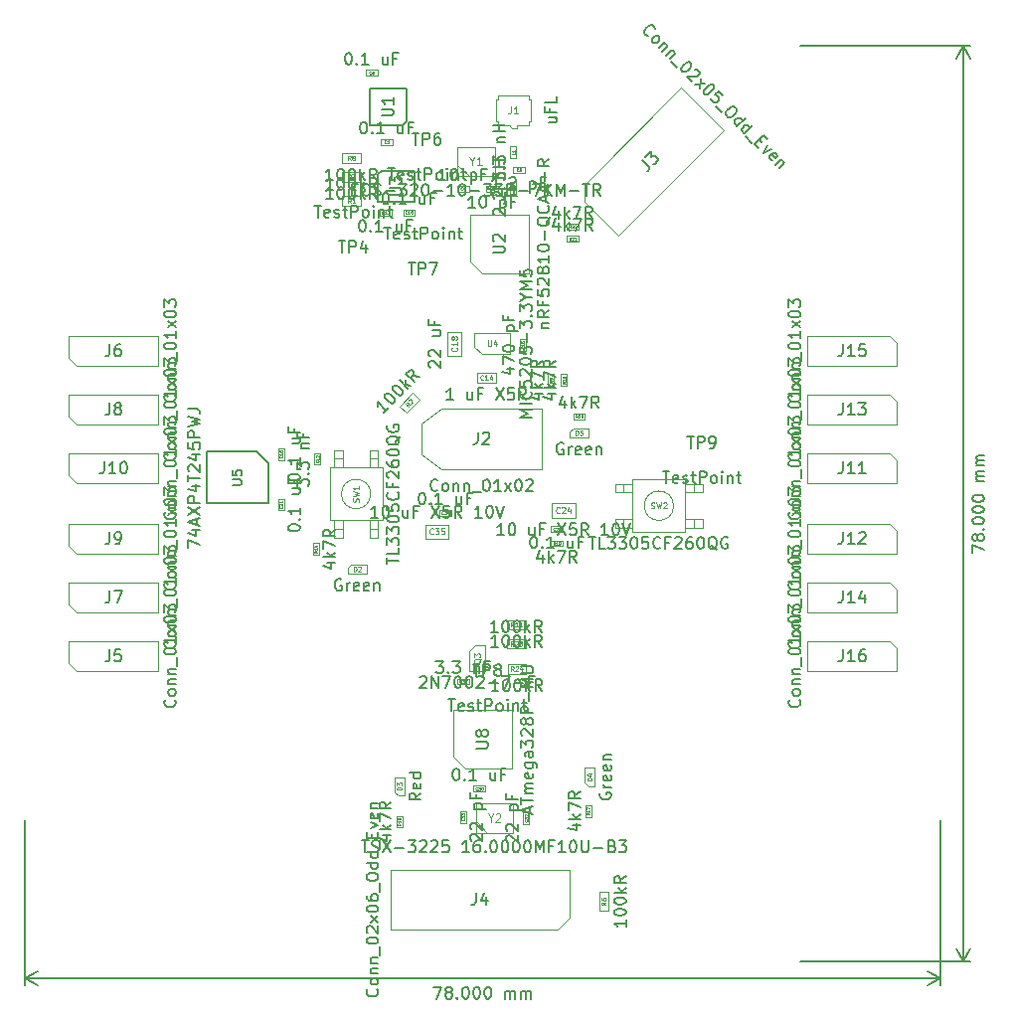
<source format=gbr>
G04 #@! TF.GenerationSoftware,KiCad,Pcbnew,5.1.5*
G04 #@! TF.CreationDate,2020-04-28T07:55:39-04:00*
G04 #@! TF.ProjectId,ball-spider,62616c6c-2d73-4706-9964-65722e6b6963,rev?*
G04 #@! TF.SameCoordinates,Original*
G04 #@! TF.FileFunction,Other,Fab,Top*
%FSLAX46Y46*%
G04 Gerber Fmt 4.6, Leading zero omitted, Abs format (unit mm)*
G04 Created by KiCad (PCBNEW 5.1.5) date 2020-04-28 07:55:39*
%MOMM*%
%LPD*%
G04 APERTURE LIST*
%ADD10C,0.150000*%
%ADD11C,0.152400*%
%ADD12C,0.100000*%
%ADD13C,0.060000*%
%ADD14C,0.075000*%
%ADD15C,0.040000*%
%ADD16C,0.105000*%
%ADD17C,0.090000*%
%ADD18C,0.080000*%
G04 APERTURE END LIST*
D10*
X91684780Y-54190476D02*
X91684780Y-53523809D01*
X92684780Y-53952380D01*
X92113352Y-53000000D02*
X92065733Y-53095238D01*
X92018114Y-53142857D01*
X91922876Y-53190476D01*
X91875257Y-53190476D01*
X91780019Y-53142857D01*
X91732400Y-53095238D01*
X91684780Y-53000000D01*
X91684780Y-52809523D01*
X91732400Y-52714285D01*
X91780019Y-52666666D01*
X91875257Y-52619047D01*
X91922876Y-52619047D01*
X92018114Y-52666666D01*
X92065733Y-52714285D01*
X92113352Y-52809523D01*
X92113352Y-53000000D01*
X92160971Y-53095238D01*
X92208590Y-53142857D01*
X92303828Y-53190476D01*
X92494304Y-53190476D01*
X92589542Y-53142857D01*
X92637161Y-53095238D01*
X92684780Y-53000000D01*
X92684780Y-52809523D01*
X92637161Y-52714285D01*
X92589542Y-52666666D01*
X92494304Y-52619047D01*
X92303828Y-52619047D01*
X92208590Y-52666666D01*
X92160971Y-52714285D01*
X92113352Y-52809523D01*
X92589542Y-52190476D02*
X92637161Y-52142857D01*
X92684780Y-52190476D01*
X92637161Y-52238095D01*
X92589542Y-52190476D01*
X92684780Y-52190476D01*
X91684780Y-51523809D02*
X91684780Y-51428571D01*
X91732400Y-51333333D01*
X91780019Y-51285714D01*
X91875257Y-51238095D01*
X92065733Y-51190476D01*
X92303828Y-51190476D01*
X92494304Y-51238095D01*
X92589542Y-51285714D01*
X92637161Y-51333333D01*
X92684780Y-51428571D01*
X92684780Y-51523809D01*
X92637161Y-51619047D01*
X92589542Y-51666666D01*
X92494304Y-51714285D01*
X92303828Y-51761904D01*
X92065733Y-51761904D01*
X91875257Y-51714285D01*
X91780019Y-51666666D01*
X91732400Y-51619047D01*
X91684780Y-51523809D01*
X91684780Y-50571428D02*
X91684780Y-50476190D01*
X91732400Y-50380952D01*
X91780019Y-50333333D01*
X91875257Y-50285714D01*
X92065733Y-50238095D01*
X92303828Y-50238095D01*
X92494304Y-50285714D01*
X92589542Y-50333333D01*
X92637161Y-50380952D01*
X92684780Y-50476190D01*
X92684780Y-50571428D01*
X92637161Y-50666666D01*
X92589542Y-50714285D01*
X92494304Y-50761904D01*
X92303828Y-50809523D01*
X92065733Y-50809523D01*
X91875257Y-50761904D01*
X91780019Y-50714285D01*
X91732400Y-50666666D01*
X91684780Y-50571428D01*
X91684780Y-49619047D02*
X91684780Y-49523809D01*
X91732400Y-49428571D01*
X91780019Y-49380952D01*
X91875257Y-49333333D01*
X92065733Y-49285714D01*
X92303828Y-49285714D01*
X92494304Y-49333333D01*
X92589542Y-49380952D01*
X92637161Y-49428571D01*
X92684780Y-49523809D01*
X92684780Y-49619047D01*
X92637161Y-49714285D01*
X92589542Y-49761904D01*
X92494304Y-49809523D01*
X92303828Y-49857142D01*
X92065733Y-49857142D01*
X91875257Y-49809523D01*
X91780019Y-49761904D01*
X91732400Y-49714285D01*
X91684780Y-49619047D01*
X92684780Y-48095238D02*
X92018114Y-48095238D01*
X92113352Y-48095238D02*
X92065733Y-48047619D01*
X92018114Y-47952380D01*
X92018114Y-47809523D01*
X92065733Y-47714285D01*
X92160971Y-47666666D01*
X92684780Y-47666666D01*
X92160971Y-47666666D02*
X92065733Y-47619047D01*
X92018114Y-47523809D01*
X92018114Y-47380952D01*
X92065733Y-47285714D01*
X92160971Y-47238095D01*
X92684780Y-47238095D01*
X92684780Y-46761904D02*
X92018114Y-46761904D01*
X92113352Y-46761904D02*
X92065733Y-46714285D01*
X92018114Y-46619047D01*
X92018114Y-46476190D01*
X92065733Y-46380952D01*
X92160971Y-46333333D01*
X92684780Y-46333333D01*
X92160971Y-46333333D02*
X92065733Y-46285714D01*
X92018114Y-46190476D01*
X92018114Y-46047619D01*
X92065733Y-45952380D01*
X92160971Y-45904761D01*
X92684780Y-45904761D01*
D11*
X90930000Y-89000000D02*
X90930000Y-11000000D01*
X77000000Y-89000000D02*
X91516421Y-89000000D01*
X77000000Y-11000000D02*
X91516421Y-11000000D01*
X90930000Y-11000000D02*
X91516421Y-12126504D01*
X90930000Y-11000000D02*
X90343579Y-12126504D01*
X90930000Y-89000000D02*
X91516421Y-87873496D01*
X90930000Y-89000000D02*
X90343579Y-87873496D01*
D10*
X45809523Y-91184780D02*
X46476190Y-91184780D01*
X46047619Y-92184780D01*
X47000000Y-91613352D02*
X46904761Y-91565733D01*
X46857142Y-91518114D01*
X46809523Y-91422876D01*
X46809523Y-91375257D01*
X46857142Y-91280019D01*
X46904761Y-91232400D01*
X47000000Y-91184780D01*
X47190476Y-91184780D01*
X47285714Y-91232400D01*
X47333333Y-91280019D01*
X47380952Y-91375257D01*
X47380952Y-91422876D01*
X47333333Y-91518114D01*
X47285714Y-91565733D01*
X47190476Y-91613352D01*
X47000000Y-91613352D01*
X46904761Y-91660971D01*
X46857142Y-91708590D01*
X46809523Y-91803828D01*
X46809523Y-91994304D01*
X46857142Y-92089542D01*
X46904761Y-92137161D01*
X47000000Y-92184780D01*
X47190476Y-92184780D01*
X47285714Y-92137161D01*
X47333333Y-92089542D01*
X47380952Y-91994304D01*
X47380952Y-91803828D01*
X47333333Y-91708590D01*
X47285714Y-91660971D01*
X47190476Y-91613352D01*
X47809523Y-92089542D02*
X47857142Y-92137161D01*
X47809523Y-92184780D01*
X47761904Y-92137161D01*
X47809523Y-92089542D01*
X47809523Y-92184780D01*
X48476190Y-91184780D02*
X48571428Y-91184780D01*
X48666666Y-91232400D01*
X48714285Y-91280019D01*
X48761904Y-91375257D01*
X48809523Y-91565733D01*
X48809523Y-91803828D01*
X48761904Y-91994304D01*
X48714285Y-92089542D01*
X48666666Y-92137161D01*
X48571428Y-92184780D01*
X48476190Y-92184780D01*
X48380952Y-92137161D01*
X48333333Y-92089542D01*
X48285714Y-91994304D01*
X48238095Y-91803828D01*
X48238095Y-91565733D01*
X48285714Y-91375257D01*
X48333333Y-91280019D01*
X48380952Y-91232400D01*
X48476190Y-91184780D01*
X49428571Y-91184780D02*
X49523809Y-91184780D01*
X49619047Y-91232400D01*
X49666666Y-91280019D01*
X49714285Y-91375257D01*
X49761904Y-91565733D01*
X49761904Y-91803828D01*
X49714285Y-91994304D01*
X49666666Y-92089542D01*
X49619047Y-92137161D01*
X49523809Y-92184780D01*
X49428571Y-92184780D01*
X49333333Y-92137161D01*
X49285714Y-92089542D01*
X49238095Y-91994304D01*
X49190476Y-91803828D01*
X49190476Y-91565733D01*
X49238095Y-91375257D01*
X49285714Y-91280019D01*
X49333333Y-91232400D01*
X49428571Y-91184780D01*
X50380952Y-91184780D02*
X50476190Y-91184780D01*
X50571428Y-91232400D01*
X50619047Y-91280019D01*
X50666666Y-91375257D01*
X50714285Y-91565733D01*
X50714285Y-91803828D01*
X50666666Y-91994304D01*
X50619047Y-92089542D01*
X50571428Y-92137161D01*
X50476190Y-92184780D01*
X50380952Y-92184780D01*
X50285714Y-92137161D01*
X50238095Y-92089542D01*
X50190476Y-91994304D01*
X50142857Y-91803828D01*
X50142857Y-91565733D01*
X50190476Y-91375257D01*
X50238095Y-91280019D01*
X50285714Y-91232400D01*
X50380952Y-91184780D01*
X51904761Y-92184780D02*
X51904761Y-91518114D01*
X51904761Y-91613352D02*
X51952380Y-91565733D01*
X52047619Y-91518114D01*
X52190476Y-91518114D01*
X52285714Y-91565733D01*
X52333333Y-91660971D01*
X52333333Y-92184780D01*
X52333333Y-91660971D02*
X52380952Y-91565733D01*
X52476190Y-91518114D01*
X52619047Y-91518114D01*
X52714285Y-91565733D01*
X52761904Y-91660971D01*
X52761904Y-92184780D01*
X53238095Y-92184780D02*
X53238095Y-91518114D01*
X53238095Y-91613352D02*
X53285714Y-91565733D01*
X53380952Y-91518114D01*
X53523809Y-91518114D01*
X53619047Y-91565733D01*
X53666666Y-91660971D01*
X53666666Y-92184780D01*
X53666666Y-91660971D02*
X53714285Y-91565733D01*
X53809523Y-91518114D01*
X53952380Y-91518114D01*
X54047619Y-91565733D01*
X54095238Y-91660971D01*
X54095238Y-92184780D01*
D11*
X11000000Y-90430000D02*
X89000000Y-90430000D01*
X11000000Y-77000000D02*
X11000000Y-91016421D01*
X89000000Y-77000000D02*
X89000000Y-91016421D01*
X89000000Y-90430000D02*
X87873496Y-91016421D01*
X89000000Y-90430000D02*
X87873496Y-89843579D01*
X11000000Y-90430000D02*
X12126504Y-91016421D01*
X11000000Y-90430000D02*
X12126504Y-89843579D01*
D12*
X53700000Y-64500000D02*
X52100000Y-64500000D01*
X53700000Y-63700000D02*
X53700000Y-64500000D01*
X52100000Y-63700000D02*
X53700000Y-63700000D01*
X52100000Y-64500000D02*
X52100000Y-63700000D01*
X52050000Y-61550000D02*
X53650000Y-61550000D01*
X52050000Y-62350000D02*
X52050000Y-61550000D01*
X53650000Y-62350000D02*
X52050000Y-62350000D01*
X53650000Y-61550000D02*
X53650000Y-62350000D01*
X53660000Y-60730000D02*
X52060000Y-60730000D01*
X53660000Y-59930000D02*
X53660000Y-60730000D01*
X52060000Y-59930000D02*
X53660000Y-59930000D01*
X52060000Y-60730000D02*
X52060000Y-59930000D01*
X49370000Y-62100000D02*
X48870000Y-62600000D01*
X50220000Y-64300000D02*
X48870000Y-64300000D01*
X50220000Y-62100000D02*
X50220000Y-64300000D01*
X48870000Y-62600000D02*
X48870000Y-64300000D01*
X50220000Y-62100000D02*
X49370000Y-62100000D01*
X47810000Y-64920000D02*
X48810000Y-64920000D01*
X47810000Y-65420000D02*
X47810000Y-64920000D01*
X48810000Y-65420000D02*
X47810000Y-65420000D01*
X48810000Y-64920000D02*
X48810000Y-65420000D01*
D10*
X41070000Y-21980000D02*
X41070000Y-24280000D01*
X41070000Y-24280000D02*
X44170000Y-24280000D01*
X44170000Y-24280000D02*
X44170000Y-21680000D01*
X44170000Y-21680000D02*
X41370000Y-21680000D01*
X41370000Y-21680000D02*
X41070000Y-21980000D01*
D12*
X62750000Y-47950000D02*
X67250000Y-47950000D01*
X67250000Y-47950000D02*
X67250000Y-52450000D01*
X67250000Y-52450000D02*
X62750000Y-52450000D01*
X62750000Y-52450000D02*
X62750000Y-47950000D01*
X66250000Y-50200000D02*
G75*
G03X66250000Y-50200000I-1250000J0D01*
G01*
X67250000Y-49050000D02*
X68750000Y-49050000D01*
X68750000Y-49050000D02*
X68750000Y-48350000D01*
X68750000Y-48350000D02*
X67250000Y-48350000D01*
X67250000Y-51350000D02*
X68750000Y-51350000D01*
X68750000Y-51350000D02*
X68750000Y-52050000D01*
X68750000Y-52050000D02*
X67250000Y-52050000D01*
X62750000Y-48350000D02*
X61250000Y-48350000D01*
X61250000Y-48350000D02*
X61250000Y-49050000D01*
X61250000Y-49050000D02*
X62750000Y-49050000D01*
X62750000Y-51350000D02*
X61250000Y-51350000D01*
X61250000Y-51350000D02*
X61250000Y-52050000D01*
X61250000Y-52050000D02*
X62750000Y-52050000D01*
X68000000Y-48350000D02*
X68000000Y-49050000D01*
X68000000Y-51350000D02*
X68000000Y-52050000D01*
X62000000Y-48350000D02*
X62000000Y-49050000D01*
X62000000Y-51350000D02*
X62000000Y-52050000D01*
X36950000Y-51450000D02*
X36950000Y-46950000D01*
X36950000Y-46950000D02*
X41450000Y-46950000D01*
X41450000Y-46950000D02*
X41450000Y-51450000D01*
X41450000Y-51450000D02*
X36950000Y-51450000D01*
X40450000Y-49200000D02*
G75*
G03X40450000Y-49200000I-1250000J0D01*
G01*
X38050000Y-46950000D02*
X38050000Y-45450000D01*
X38050000Y-45450000D02*
X37350000Y-45450000D01*
X37350000Y-45450000D02*
X37350000Y-46950000D01*
X40350000Y-46950000D02*
X40350000Y-45450000D01*
X40350000Y-45450000D02*
X41050000Y-45450000D01*
X41050000Y-45450000D02*
X41050000Y-46950000D01*
X37350000Y-51450000D02*
X37350000Y-52950000D01*
X37350000Y-52950000D02*
X38050000Y-52950000D01*
X38050000Y-52950000D02*
X38050000Y-51450000D01*
X40350000Y-51450000D02*
X40350000Y-52950000D01*
X40350000Y-52950000D02*
X41050000Y-52950000D01*
X41050000Y-52950000D02*
X41050000Y-51450000D01*
X37350000Y-46200000D02*
X38050000Y-46200000D01*
X40350000Y-46200000D02*
X41050000Y-46200000D01*
X37350000Y-52200000D02*
X38050000Y-52200000D01*
X40350000Y-52200000D02*
X41050000Y-52200000D01*
X49400000Y-77050000D02*
X50400000Y-78050000D01*
X52600000Y-75550000D02*
X49400000Y-75550000D01*
X52600000Y-78050000D02*
X52600000Y-75550000D01*
X49400000Y-78050000D02*
X52600000Y-78050000D01*
X49400000Y-75550000D02*
X49400000Y-78050000D01*
X47800000Y-21150000D02*
X48800000Y-22150000D01*
X51000000Y-19650000D02*
X47800000Y-19650000D01*
X51000000Y-22150000D02*
X51000000Y-19650000D01*
X47800000Y-22150000D02*
X51000000Y-22150000D01*
X47800000Y-19650000D02*
X47800000Y-22150000D01*
X48500000Y-72600000D02*
X47500000Y-71600000D01*
X52500000Y-72600000D02*
X48500000Y-72600000D01*
X52500000Y-67600000D02*
X52500000Y-72600000D01*
X47500000Y-67600000D02*
X52500000Y-67600000D01*
X47500000Y-71600000D02*
X47500000Y-67600000D01*
D10*
X30700000Y-45600000D02*
X31700000Y-46600000D01*
X26500000Y-45600000D02*
X30700000Y-45600000D01*
X26500000Y-50000000D02*
X26500000Y-45600000D01*
X31700000Y-50000000D02*
X26500000Y-50000000D01*
X31700000Y-46600000D02*
X31700000Y-50000000D01*
D12*
X49250000Y-35500000D02*
X52350000Y-35500000D01*
X52350000Y-35500000D02*
X52350000Y-37300000D01*
X49900000Y-37300000D02*
X52350000Y-37300000D01*
X49250000Y-35500000D02*
X49250000Y-36650000D01*
X49900000Y-37300000D02*
X49250000Y-36650000D01*
X49900000Y-30400000D02*
X48900000Y-29400000D01*
X53900000Y-30400000D02*
X49900000Y-30400000D01*
X53900000Y-25400000D02*
X53900000Y-30400000D01*
X48900000Y-25400000D02*
X53900000Y-25400000D01*
X48900000Y-29400000D02*
X48900000Y-25400000D01*
D10*
X43470000Y-17480000D02*
X43470000Y-14680000D01*
X43470000Y-14680000D02*
X40370000Y-14680000D01*
X40370000Y-14680000D02*
X40370000Y-17780000D01*
X40370000Y-17780000D02*
X43170000Y-17780000D01*
X43170000Y-17780000D02*
X43470000Y-17480000D01*
D12*
X57150000Y-26190000D02*
X58150000Y-26190000D01*
X57150000Y-26690000D02*
X57150000Y-26190000D01*
X58150000Y-26690000D02*
X57150000Y-26690000D01*
X58150000Y-26190000D02*
X58150000Y-26690000D01*
X57155000Y-27220000D02*
X58155000Y-27220000D01*
X57155000Y-27720000D02*
X57155000Y-27220000D01*
X58155000Y-27720000D02*
X57155000Y-27720000D01*
X58155000Y-27220000D02*
X58155000Y-27720000D01*
X57700000Y-42350000D02*
X58700000Y-42350000D01*
X57700000Y-42850000D02*
X57700000Y-42350000D01*
X58700000Y-42850000D02*
X57700000Y-42850000D01*
X58700000Y-42350000D02*
X58700000Y-42850000D01*
X56800000Y-53650000D02*
X55800000Y-53650000D01*
X56800000Y-53150000D02*
X56800000Y-53650000D01*
X55800000Y-53150000D02*
X56800000Y-53150000D01*
X55800000Y-53650000D02*
X55800000Y-53150000D01*
X56650000Y-40000000D02*
X56650000Y-39000000D01*
X57150000Y-40000000D02*
X56650000Y-40000000D01*
X57150000Y-39000000D02*
X57150000Y-40000000D01*
X56650000Y-39000000D02*
X57150000Y-39000000D01*
X58750000Y-76700000D02*
X58750000Y-75700000D01*
X59250000Y-76700000D02*
X58750000Y-76700000D01*
X59250000Y-75700000D02*
X59250000Y-76700000D01*
X58750000Y-75700000D02*
X59250000Y-75700000D01*
X42650000Y-77600000D02*
X42650000Y-76600000D01*
X43150000Y-77600000D02*
X42650000Y-77600000D01*
X43150000Y-76600000D02*
X43150000Y-77600000D01*
X42650000Y-76600000D02*
X43150000Y-76600000D01*
X36050000Y-53400000D02*
X36050000Y-54400000D01*
X35550000Y-53400000D02*
X36050000Y-53400000D01*
X35550000Y-54400000D02*
X35550000Y-53400000D01*
X36050000Y-54400000D02*
X35550000Y-54400000D01*
X55550000Y-40000000D02*
X55550000Y-39000000D01*
X56050000Y-40000000D02*
X55550000Y-40000000D01*
X56050000Y-39000000D02*
X56050000Y-40000000D01*
X55550000Y-39000000D02*
X56050000Y-39000000D01*
X39600000Y-21000000D02*
X38000000Y-21000000D01*
X39600000Y-20200000D02*
X39600000Y-21000000D01*
X38000000Y-20200000D02*
X39600000Y-20200000D01*
X38000000Y-21000000D02*
X38000000Y-20200000D01*
X39610000Y-22600000D02*
X38010000Y-22600000D01*
X39610000Y-21800000D02*
X39610000Y-22600000D01*
X38010000Y-21800000D02*
X39610000Y-21800000D01*
X38010000Y-22600000D02*
X38010000Y-21800000D01*
X60700000Y-83100000D02*
X60700000Y-84700000D01*
X59900000Y-83100000D02*
X60700000Y-83100000D01*
X59900000Y-84700000D02*
X59900000Y-83100000D01*
X60700000Y-84700000D02*
X59900000Y-84700000D01*
X42901472Y-41732843D02*
X44032843Y-40601472D01*
X43467157Y-42298528D02*
X42901472Y-41732843D01*
X44598528Y-41167157D02*
X43467157Y-42298528D01*
X44032843Y-40601472D02*
X44598528Y-41167157D01*
X38010000Y-23840000D02*
X39610000Y-23840000D01*
X38010000Y-24640000D02*
X38010000Y-23840000D01*
X39610000Y-24640000D02*
X38010000Y-24640000D01*
X39610000Y-23840000D02*
X39610000Y-24640000D01*
X52350000Y-23600000D02*
X52350000Y-22600000D01*
X52850000Y-23600000D02*
X52350000Y-23600000D01*
X52850000Y-22600000D02*
X52850000Y-23600000D01*
X52350000Y-22600000D02*
X52850000Y-22600000D01*
X52350000Y-20585000D02*
X52350000Y-19585000D01*
X52850000Y-20585000D02*
X52350000Y-20585000D01*
X52850000Y-19585000D02*
X52850000Y-20585000D01*
X52350000Y-19585000D02*
X52850000Y-19585000D01*
X84635000Y-61730000D02*
X85270000Y-62365000D01*
X77650000Y-61730000D02*
X84635000Y-61730000D01*
X77650000Y-64270000D02*
X77650000Y-61730000D01*
X85270000Y-64270000D02*
X77650000Y-64270000D01*
X85270000Y-62365000D02*
X85270000Y-64270000D01*
X84635000Y-35730000D02*
X85270000Y-36365000D01*
X77650000Y-35730000D02*
X84635000Y-35730000D01*
X77650000Y-38270000D02*
X77650000Y-35730000D01*
X85270000Y-38270000D02*
X77650000Y-38270000D01*
X85270000Y-36365000D02*
X85270000Y-38270000D01*
X84635000Y-56730000D02*
X85270000Y-57365000D01*
X77650000Y-56730000D02*
X84635000Y-56730000D01*
X77650000Y-59270000D02*
X77650000Y-56730000D01*
X85270000Y-59270000D02*
X77650000Y-59270000D01*
X85270000Y-57365000D02*
X85270000Y-59270000D01*
X84635000Y-40730000D02*
X85270000Y-41365000D01*
X77650000Y-40730000D02*
X84635000Y-40730000D01*
X77650000Y-43270000D02*
X77650000Y-40730000D01*
X85270000Y-43270000D02*
X77650000Y-43270000D01*
X85270000Y-41365000D02*
X85270000Y-43270000D01*
X84635000Y-51730000D02*
X85270000Y-52365000D01*
X77650000Y-51730000D02*
X84635000Y-51730000D01*
X77650000Y-54270000D02*
X77650000Y-51730000D01*
X85270000Y-54270000D02*
X77650000Y-54270000D01*
X85270000Y-52365000D02*
X85270000Y-54270000D01*
X84635000Y-45730000D02*
X85270000Y-46365000D01*
X77650000Y-45730000D02*
X84635000Y-45730000D01*
X77650000Y-48270000D02*
X77650000Y-45730000D01*
X85270000Y-48270000D02*
X77650000Y-48270000D01*
X85270000Y-46365000D02*
X85270000Y-48270000D01*
X15365000Y-48270000D02*
X14730000Y-47635000D01*
X22350000Y-48270000D02*
X15365000Y-48270000D01*
X22350000Y-45730000D02*
X22350000Y-48270000D01*
X14730000Y-45730000D02*
X22350000Y-45730000D01*
X14730000Y-47635000D02*
X14730000Y-45730000D01*
X15365000Y-54270000D02*
X14730000Y-53635000D01*
X22350000Y-54270000D02*
X15365000Y-54270000D01*
X22350000Y-51730000D02*
X22350000Y-54270000D01*
X14730000Y-51730000D02*
X22350000Y-51730000D01*
X14730000Y-53635000D02*
X14730000Y-51730000D01*
X15365000Y-43270000D02*
X14730000Y-42635000D01*
X22350000Y-43270000D02*
X15365000Y-43270000D01*
X22350000Y-40730000D02*
X22350000Y-43270000D01*
X14730000Y-40730000D02*
X22350000Y-40730000D01*
X14730000Y-42635000D02*
X14730000Y-40730000D01*
X15365000Y-59270000D02*
X14730000Y-58635000D01*
X22350000Y-59270000D02*
X15365000Y-59270000D01*
X22350000Y-56730000D02*
X22350000Y-59270000D01*
X14730000Y-56730000D02*
X22350000Y-56730000D01*
X14730000Y-58635000D02*
X14730000Y-56730000D01*
X15365000Y-38270000D02*
X14730000Y-37635000D01*
X22350000Y-38270000D02*
X15365000Y-38270000D01*
X22350000Y-35730000D02*
X22350000Y-38270000D01*
X14730000Y-35730000D02*
X22350000Y-35730000D01*
X14730000Y-37635000D02*
X14730000Y-35730000D01*
X15365000Y-64270000D02*
X14730000Y-63635000D01*
X22350000Y-64270000D02*
X15365000Y-64270000D01*
X22350000Y-61730000D02*
X22350000Y-64270000D01*
X14730000Y-61730000D02*
X22350000Y-61730000D01*
X14730000Y-63635000D02*
X14730000Y-61730000D01*
X42130000Y-81190000D02*
X57370000Y-81190000D01*
X42130000Y-86270000D02*
X42130000Y-81190000D01*
X56370000Y-86270000D02*
X42130000Y-86270000D01*
X57370000Y-85270000D02*
X56370000Y-86270000D01*
X57370000Y-81190000D02*
X57370000Y-85270000D01*
X70496307Y-18201846D02*
X61516051Y-27182102D01*
X66904205Y-14609744D02*
X70496307Y-18201846D01*
X58631056Y-22882893D02*
X66904205Y-14609744D01*
X58631056Y-24297107D02*
X58631056Y-22882893D01*
X61516051Y-27182102D02*
X58631056Y-24297107D01*
X44800000Y-45800000D02*
X46500000Y-47100000D01*
X44800000Y-43200000D02*
X46500000Y-41900000D01*
X46500000Y-47100000D02*
X55000000Y-47100000D01*
X46500000Y-41900000D02*
X55000000Y-41900000D01*
X55000000Y-41900000D02*
X55000000Y-47100000D01*
X44800000Y-43200000D02*
X44800000Y-45800000D01*
X54100000Y-17425000D02*
X53900000Y-17425000D01*
X53900000Y-17425000D02*
X53900000Y-17825000D01*
X52900000Y-17825000D02*
X53900000Y-17825000D01*
X52900000Y-18075000D02*
X52900000Y-17825000D01*
X52900000Y-18075000D02*
X52450000Y-18075000D01*
X52300000Y-17925000D02*
X52300000Y-17825000D01*
X52300000Y-17825000D02*
X51300000Y-17825000D01*
X51100000Y-17425000D02*
X51300000Y-17425000D01*
X51300000Y-17425000D02*
X51300000Y-17825000D01*
X54100000Y-17425000D02*
X54100000Y-15625000D01*
X54100000Y-15625000D02*
X53900000Y-15625000D01*
X53900000Y-15225000D02*
X53900000Y-15625000D01*
X51300000Y-15225000D02*
X53900000Y-15225000D01*
X51100000Y-17425000D02*
X51100000Y-15625000D01*
X51100000Y-15625000D02*
X51300000Y-15625000D01*
X51300000Y-15225000D02*
X51300000Y-15625000D01*
X52300000Y-17925000D02*
X52450000Y-18075000D01*
X59000000Y-44400000D02*
X59000000Y-43600000D01*
X57400000Y-44400000D02*
X59000000Y-44400000D01*
X57400000Y-43900000D02*
X57400000Y-44400000D01*
X57700000Y-43600000D02*
X57400000Y-43900000D01*
X59000000Y-43600000D02*
X57700000Y-43600000D01*
X59500000Y-72500000D02*
X58700000Y-72500000D01*
X59500000Y-74100000D02*
X59500000Y-72500000D01*
X59000000Y-74100000D02*
X59500000Y-74100000D01*
X58700000Y-73800000D02*
X59000000Y-74100000D01*
X58700000Y-72500000D02*
X58700000Y-73800000D01*
X43300000Y-73300000D02*
X42500000Y-73300000D01*
X43300000Y-74900000D02*
X43300000Y-73300000D01*
X42800000Y-74900000D02*
X43300000Y-74900000D01*
X42500000Y-74600000D02*
X42800000Y-74900000D01*
X42500000Y-73300000D02*
X42500000Y-74600000D01*
X40100000Y-56000000D02*
X40100000Y-55200000D01*
X38500000Y-56000000D02*
X40100000Y-56000000D01*
X38500000Y-55500000D02*
X38500000Y-56000000D01*
X38800000Y-55200000D02*
X38500000Y-55500000D01*
X40100000Y-55200000D02*
X38800000Y-55200000D01*
X45100000Y-51800000D02*
X47100000Y-51800000D01*
X45100000Y-53000000D02*
X45100000Y-51800000D01*
X47100000Y-53000000D02*
X45100000Y-53000000D01*
X47100000Y-51800000D02*
X47100000Y-53000000D01*
X46300000Y-50550000D02*
X47300000Y-50550000D01*
X46300000Y-51050000D02*
X46300000Y-50550000D01*
X47300000Y-51050000D02*
X46300000Y-51050000D01*
X47300000Y-50550000D02*
X47300000Y-51050000D01*
X48550000Y-76200000D02*
X48550000Y-77200000D01*
X48050000Y-76200000D02*
X48550000Y-76200000D01*
X48050000Y-77200000D02*
X48050000Y-76200000D01*
X48550000Y-77200000D02*
X48050000Y-77200000D01*
X53450000Y-77300000D02*
X53450000Y-76300000D01*
X53950000Y-77300000D02*
X53450000Y-77300000D01*
X53950000Y-76300000D02*
X53950000Y-77300000D01*
X53450000Y-76300000D02*
X53950000Y-76300000D01*
X49200000Y-74050000D02*
X50200000Y-74050000D01*
X49200000Y-74550000D02*
X49200000Y-74050000D01*
X50200000Y-74550000D02*
X49200000Y-74550000D01*
X50200000Y-74050000D02*
X50200000Y-74550000D01*
X57862500Y-51200000D02*
X55862500Y-51200000D01*
X57862500Y-50000000D02*
X57862500Y-51200000D01*
X55862500Y-50000000D02*
X57862500Y-50000000D01*
X55862500Y-51200000D02*
X55862500Y-50000000D01*
X33050000Y-49600000D02*
X33050000Y-50600000D01*
X32550000Y-49600000D02*
X33050000Y-49600000D01*
X32550000Y-50600000D02*
X32550000Y-49600000D01*
X33050000Y-50600000D02*
X32550000Y-50600000D01*
X56800000Y-52450000D02*
X55800000Y-52450000D01*
X56800000Y-51950000D02*
X56800000Y-52450000D01*
X55800000Y-51950000D02*
X56800000Y-51950000D01*
X55800000Y-52450000D02*
X55800000Y-51950000D01*
X47000000Y-37400000D02*
X47000000Y-35400000D01*
X48200000Y-37400000D02*
X47000000Y-37400000D01*
X48200000Y-35400000D02*
X48200000Y-37400000D01*
X47000000Y-35400000D02*
X48200000Y-35400000D01*
X33050000Y-45300000D02*
X33050000Y-46300000D01*
X32550000Y-45300000D02*
X33050000Y-45300000D01*
X32550000Y-46300000D02*
X32550000Y-45300000D01*
X33050000Y-46300000D02*
X32550000Y-46300000D01*
X53150000Y-37000000D02*
X53150000Y-36000000D01*
X53650000Y-37000000D02*
X53150000Y-37000000D01*
X53650000Y-36000000D02*
X53650000Y-37000000D01*
X53150000Y-36000000D02*
X53650000Y-36000000D01*
X51100000Y-39700000D02*
X49500000Y-39700000D01*
X51100000Y-38900000D02*
X51100000Y-39700000D01*
X49500000Y-38900000D02*
X51100000Y-38900000D01*
X49500000Y-39700000D02*
X49500000Y-38900000D01*
X42210000Y-25490000D02*
X41210000Y-25490000D01*
X42210000Y-24990000D02*
X42210000Y-25490000D01*
X41210000Y-24990000D02*
X42210000Y-24990000D01*
X41210000Y-25490000D02*
X41210000Y-24990000D01*
X35660000Y-46710000D02*
X35660000Y-45710000D01*
X36160000Y-46710000D02*
X35660000Y-46710000D01*
X36160000Y-45710000D02*
X36160000Y-46710000D01*
X35660000Y-45710000D02*
X36160000Y-45710000D01*
X43210000Y-24990000D02*
X44210000Y-24990000D01*
X43210000Y-25490000D02*
X43210000Y-24990000D01*
X44210000Y-25490000D02*
X43210000Y-25490000D01*
X44210000Y-24990000D02*
X44210000Y-25490000D01*
X40020000Y-13080000D02*
X41020000Y-13080000D01*
X40020000Y-13580000D02*
X40020000Y-13080000D01*
X41020000Y-13580000D02*
X40020000Y-13580000D01*
X41020000Y-13080000D02*
X41020000Y-13580000D01*
X47800000Y-22950000D02*
X48800000Y-22950000D01*
X47800000Y-23450000D02*
X47800000Y-22950000D01*
X48800000Y-23450000D02*
X47800000Y-23450000D01*
X48800000Y-22950000D02*
X48800000Y-23450000D01*
X51300000Y-23450000D02*
X50300000Y-23450000D01*
X51300000Y-22950000D02*
X51300000Y-23450000D01*
X50300000Y-22950000D02*
X51300000Y-22950000D01*
X50300000Y-23450000D02*
X50300000Y-22950000D01*
X53570000Y-21850000D02*
X52570000Y-21850000D01*
X53570000Y-21350000D02*
X53570000Y-21850000D01*
X52570000Y-21350000D02*
X53570000Y-21350000D01*
X52570000Y-21850000D02*
X52570000Y-21350000D01*
X41320000Y-18980000D02*
X42320000Y-18980000D01*
X41320000Y-19480000D02*
X41320000Y-18980000D01*
X42320000Y-19480000D02*
X41320000Y-19480000D01*
X42320000Y-18980000D02*
X42320000Y-19480000D01*
D10*
X47066666Y-66682380D02*
X47638095Y-66682380D01*
X47352380Y-67682380D02*
X47352380Y-66682380D01*
X48352380Y-67634761D02*
X48257142Y-67682380D01*
X48066666Y-67682380D01*
X47971428Y-67634761D01*
X47923809Y-67539523D01*
X47923809Y-67158571D01*
X47971428Y-67063333D01*
X48066666Y-67015714D01*
X48257142Y-67015714D01*
X48352380Y-67063333D01*
X48400000Y-67158571D01*
X48400000Y-67253809D01*
X47923809Y-67349047D01*
X48780952Y-67634761D02*
X48876190Y-67682380D01*
X49066666Y-67682380D01*
X49161904Y-67634761D01*
X49209523Y-67539523D01*
X49209523Y-67491904D01*
X49161904Y-67396666D01*
X49066666Y-67349047D01*
X48923809Y-67349047D01*
X48828571Y-67301428D01*
X48780952Y-67206190D01*
X48780952Y-67158571D01*
X48828571Y-67063333D01*
X48923809Y-67015714D01*
X49066666Y-67015714D01*
X49161904Y-67063333D01*
X49495238Y-67015714D02*
X49876190Y-67015714D01*
X49638095Y-66682380D02*
X49638095Y-67539523D01*
X49685714Y-67634761D01*
X49780952Y-67682380D01*
X49876190Y-67682380D01*
X50209523Y-67682380D02*
X50209523Y-66682380D01*
X50590476Y-66682380D01*
X50685714Y-66730000D01*
X50733333Y-66777619D01*
X50780952Y-66872857D01*
X50780952Y-67015714D01*
X50733333Y-67110952D01*
X50685714Y-67158571D01*
X50590476Y-67206190D01*
X50209523Y-67206190D01*
X51352380Y-67682380D02*
X51257142Y-67634761D01*
X51209523Y-67587142D01*
X51161904Y-67491904D01*
X51161904Y-67206190D01*
X51209523Y-67110952D01*
X51257142Y-67063333D01*
X51352380Y-67015714D01*
X51495238Y-67015714D01*
X51590476Y-67063333D01*
X51638095Y-67110952D01*
X51685714Y-67206190D01*
X51685714Y-67491904D01*
X51638095Y-67587142D01*
X51590476Y-67634761D01*
X51495238Y-67682380D01*
X51352380Y-67682380D01*
X52114285Y-67682380D02*
X52114285Y-67015714D01*
X52114285Y-66682380D02*
X52066666Y-66730000D01*
X52114285Y-66777619D01*
X52161904Y-66730000D01*
X52114285Y-66682380D01*
X52114285Y-66777619D01*
X52590476Y-67015714D02*
X52590476Y-67682380D01*
X52590476Y-67110952D02*
X52638095Y-67063333D01*
X52733333Y-67015714D01*
X52876190Y-67015714D01*
X52971428Y-67063333D01*
X53019047Y-67158571D01*
X53019047Y-67682380D01*
X53352380Y-67015714D02*
X53733333Y-67015714D01*
X53495238Y-66682380D02*
X53495238Y-67539523D01*
X53542857Y-67634761D01*
X53638095Y-67682380D01*
X53733333Y-67682380D01*
X49138095Y-63682380D02*
X49709523Y-63682380D01*
X49423809Y-64682380D02*
X49423809Y-63682380D01*
X50042857Y-64682380D02*
X50042857Y-63682380D01*
X50423809Y-63682380D01*
X50519047Y-63730000D01*
X50566666Y-63777619D01*
X50614285Y-63872857D01*
X50614285Y-64015714D01*
X50566666Y-64110952D01*
X50519047Y-64158571D01*
X50423809Y-64206190D01*
X50042857Y-64206190D01*
X51185714Y-64110952D02*
X51090476Y-64063333D01*
X51042857Y-64015714D01*
X50995238Y-63920476D01*
X50995238Y-63872857D01*
X51042857Y-63777619D01*
X51090476Y-63730000D01*
X51185714Y-63682380D01*
X51376190Y-63682380D01*
X51471428Y-63730000D01*
X51519047Y-63777619D01*
X51566666Y-63872857D01*
X51566666Y-63920476D01*
X51519047Y-64015714D01*
X51471428Y-64063333D01*
X51376190Y-64110952D01*
X51185714Y-64110952D01*
X51090476Y-64158571D01*
X51042857Y-64206190D01*
X50995238Y-64301428D01*
X50995238Y-64491904D01*
X51042857Y-64587142D01*
X51090476Y-64634761D01*
X51185714Y-64682380D01*
X51376190Y-64682380D01*
X51471428Y-64634761D01*
X51519047Y-64587142D01*
X51566666Y-64491904D01*
X51566666Y-64301428D01*
X51519047Y-64206190D01*
X51471428Y-64158571D01*
X51376190Y-64110952D01*
X51328571Y-65982380D02*
X50757142Y-65982380D01*
X51042857Y-65982380D02*
X51042857Y-64982380D01*
X50947619Y-65125238D01*
X50852380Y-65220476D01*
X50757142Y-65268095D01*
X51947619Y-64982380D02*
X52042857Y-64982380D01*
X52138095Y-65030000D01*
X52185714Y-65077619D01*
X52233333Y-65172857D01*
X52280952Y-65363333D01*
X52280952Y-65601428D01*
X52233333Y-65791904D01*
X52185714Y-65887142D01*
X52138095Y-65934761D01*
X52042857Y-65982380D01*
X51947619Y-65982380D01*
X51852380Y-65934761D01*
X51804761Y-65887142D01*
X51757142Y-65791904D01*
X51709523Y-65601428D01*
X51709523Y-65363333D01*
X51757142Y-65172857D01*
X51804761Y-65077619D01*
X51852380Y-65030000D01*
X51947619Y-64982380D01*
X52900000Y-64982380D02*
X52995238Y-64982380D01*
X53090476Y-65030000D01*
X53138095Y-65077619D01*
X53185714Y-65172857D01*
X53233333Y-65363333D01*
X53233333Y-65601428D01*
X53185714Y-65791904D01*
X53138095Y-65887142D01*
X53090476Y-65934761D01*
X52995238Y-65982380D01*
X52900000Y-65982380D01*
X52804761Y-65934761D01*
X52757142Y-65887142D01*
X52709523Y-65791904D01*
X52661904Y-65601428D01*
X52661904Y-65363333D01*
X52709523Y-65172857D01*
X52757142Y-65077619D01*
X52804761Y-65030000D01*
X52900000Y-64982380D01*
X53661904Y-65982380D02*
X53661904Y-64982380D01*
X53757142Y-65601428D02*
X54042857Y-65982380D01*
X54042857Y-65315714D02*
X53661904Y-65696666D01*
X55042857Y-65982380D02*
X54709523Y-65506190D01*
X54471428Y-65982380D02*
X54471428Y-64982380D01*
X54852380Y-64982380D01*
X54947619Y-65030000D01*
X54995238Y-65077619D01*
X55042857Y-65172857D01*
X55042857Y-65315714D01*
X54995238Y-65410952D01*
X54947619Y-65458571D01*
X54852380Y-65506190D01*
X54471428Y-65506190D01*
D13*
X52642857Y-64280952D02*
X52509523Y-64090476D01*
X52414285Y-64280952D02*
X52414285Y-63880952D01*
X52566666Y-63880952D01*
X52604761Y-63900000D01*
X52623809Y-63919047D01*
X52642857Y-63957142D01*
X52642857Y-64014285D01*
X52623809Y-64052380D01*
X52604761Y-64071428D01*
X52566666Y-64090476D01*
X52414285Y-64090476D01*
X52795238Y-63919047D02*
X52814285Y-63900000D01*
X52852380Y-63880952D01*
X52947619Y-63880952D01*
X52985714Y-63900000D01*
X53004761Y-63919047D01*
X53023809Y-63957142D01*
X53023809Y-63995238D01*
X53004761Y-64052380D01*
X52776190Y-64280952D01*
X53023809Y-64280952D01*
X53366666Y-64014285D02*
X53366666Y-64280952D01*
X53271428Y-63861904D02*
X53176190Y-64147619D01*
X53423809Y-64147619D01*
D10*
X51278571Y-60972380D02*
X50707142Y-60972380D01*
X50992857Y-60972380D02*
X50992857Y-59972380D01*
X50897619Y-60115238D01*
X50802380Y-60210476D01*
X50707142Y-60258095D01*
X51897619Y-59972380D02*
X51992857Y-59972380D01*
X52088095Y-60020000D01*
X52135714Y-60067619D01*
X52183333Y-60162857D01*
X52230952Y-60353333D01*
X52230952Y-60591428D01*
X52183333Y-60781904D01*
X52135714Y-60877142D01*
X52088095Y-60924761D01*
X51992857Y-60972380D01*
X51897619Y-60972380D01*
X51802380Y-60924761D01*
X51754761Y-60877142D01*
X51707142Y-60781904D01*
X51659523Y-60591428D01*
X51659523Y-60353333D01*
X51707142Y-60162857D01*
X51754761Y-60067619D01*
X51802380Y-60020000D01*
X51897619Y-59972380D01*
X52850000Y-59972380D02*
X52945238Y-59972380D01*
X53040476Y-60020000D01*
X53088095Y-60067619D01*
X53135714Y-60162857D01*
X53183333Y-60353333D01*
X53183333Y-60591428D01*
X53135714Y-60781904D01*
X53088095Y-60877142D01*
X53040476Y-60924761D01*
X52945238Y-60972380D01*
X52850000Y-60972380D01*
X52754761Y-60924761D01*
X52707142Y-60877142D01*
X52659523Y-60781904D01*
X52611904Y-60591428D01*
X52611904Y-60353333D01*
X52659523Y-60162857D01*
X52707142Y-60067619D01*
X52754761Y-60020000D01*
X52850000Y-59972380D01*
X53611904Y-60972380D02*
X53611904Y-59972380D01*
X53707142Y-60591428D02*
X53992857Y-60972380D01*
X53992857Y-60305714D02*
X53611904Y-60686666D01*
X54992857Y-60972380D02*
X54659523Y-60496190D01*
X54421428Y-60972380D02*
X54421428Y-59972380D01*
X54802380Y-59972380D01*
X54897619Y-60020000D01*
X54945238Y-60067619D01*
X54992857Y-60162857D01*
X54992857Y-60305714D01*
X54945238Y-60400952D01*
X54897619Y-60448571D01*
X54802380Y-60496190D01*
X54421428Y-60496190D01*
D13*
X52592857Y-62130952D02*
X52459523Y-61940476D01*
X52364285Y-62130952D02*
X52364285Y-61730952D01*
X52516666Y-61730952D01*
X52554761Y-61750000D01*
X52573809Y-61769047D01*
X52592857Y-61807142D01*
X52592857Y-61864285D01*
X52573809Y-61902380D01*
X52554761Y-61921428D01*
X52516666Y-61940476D01*
X52364285Y-61940476D01*
X52745238Y-61769047D02*
X52764285Y-61750000D01*
X52802380Y-61730952D01*
X52897619Y-61730952D01*
X52935714Y-61750000D01*
X52954761Y-61769047D01*
X52973809Y-61807142D01*
X52973809Y-61845238D01*
X52954761Y-61902380D01*
X52726190Y-62130952D01*
X52973809Y-62130952D01*
X53107142Y-61730952D02*
X53354761Y-61730952D01*
X53221428Y-61883333D01*
X53278571Y-61883333D01*
X53316666Y-61902380D01*
X53335714Y-61921428D01*
X53354761Y-61959523D01*
X53354761Y-62054761D01*
X53335714Y-62092857D01*
X53316666Y-62111904D01*
X53278571Y-62130952D01*
X53164285Y-62130952D01*
X53126190Y-62111904D01*
X53107142Y-62092857D01*
D10*
X51288571Y-62212380D02*
X50717142Y-62212380D01*
X51002857Y-62212380D02*
X51002857Y-61212380D01*
X50907619Y-61355238D01*
X50812380Y-61450476D01*
X50717142Y-61498095D01*
X51907619Y-61212380D02*
X52002857Y-61212380D01*
X52098095Y-61260000D01*
X52145714Y-61307619D01*
X52193333Y-61402857D01*
X52240952Y-61593333D01*
X52240952Y-61831428D01*
X52193333Y-62021904D01*
X52145714Y-62117142D01*
X52098095Y-62164761D01*
X52002857Y-62212380D01*
X51907619Y-62212380D01*
X51812380Y-62164761D01*
X51764761Y-62117142D01*
X51717142Y-62021904D01*
X51669523Y-61831428D01*
X51669523Y-61593333D01*
X51717142Y-61402857D01*
X51764761Y-61307619D01*
X51812380Y-61260000D01*
X51907619Y-61212380D01*
X52860000Y-61212380D02*
X52955238Y-61212380D01*
X53050476Y-61260000D01*
X53098095Y-61307619D01*
X53145714Y-61402857D01*
X53193333Y-61593333D01*
X53193333Y-61831428D01*
X53145714Y-62021904D01*
X53098095Y-62117142D01*
X53050476Y-62164761D01*
X52955238Y-62212380D01*
X52860000Y-62212380D01*
X52764761Y-62164761D01*
X52717142Y-62117142D01*
X52669523Y-62021904D01*
X52621904Y-61831428D01*
X52621904Y-61593333D01*
X52669523Y-61402857D01*
X52717142Y-61307619D01*
X52764761Y-61260000D01*
X52860000Y-61212380D01*
X53621904Y-62212380D02*
X53621904Y-61212380D01*
X53717142Y-61831428D02*
X54002857Y-62212380D01*
X54002857Y-61545714D02*
X53621904Y-61926666D01*
X55002857Y-62212380D02*
X54669523Y-61736190D01*
X54431428Y-62212380D02*
X54431428Y-61212380D01*
X54812380Y-61212380D01*
X54907619Y-61260000D01*
X54955238Y-61307619D01*
X55002857Y-61402857D01*
X55002857Y-61545714D01*
X54955238Y-61640952D01*
X54907619Y-61688571D01*
X54812380Y-61736190D01*
X54431428Y-61736190D01*
D13*
X52602857Y-60510952D02*
X52469523Y-60320476D01*
X52374285Y-60510952D02*
X52374285Y-60110952D01*
X52526666Y-60110952D01*
X52564761Y-60130000D01*
X52583809Y-60149047D01*
X52602857Y-60187142D01*
X52602857Y-60244285D01*
X52583809Y-60282380D01*
X52564761Y-60301428D01*
X52526666Y-60320476D01*
X52374285Y-60320476D01*
X52983809Y-60510952D02*
X52755238Y-60510952D01*
X52869523Y-60510952D02*
X52869523Y-60110952D01*
X52831428Y-60168095D01*
X52793333Y-60206190D01*
X52755238Y-60225238D01*
X53364761Y-60510952D02*
X53136190Y-60510952D01*
X53250476Y-60510952D02*
X53250476Y-60110952D01*
X53212380Y-60168095D01*
X53174285Y-60206190D01*
X53136190Y-60225238D01*
D10*
X44642857Y-64797619D02*
X44690476Y-64750000D01*
X44785714Y-64702380D01*
X45023809Y-64702380D01*
X45119047Y-64750000D01*
X45166666Y-64797619D01*
X45214285Y-64892857D01*
X45214285Y-64988095D01*
X45166666Y-65130952D01*
X44595238Y-65702380D01*
X45214285Y-65702380D01*
X45642857Y-65702380D02*
X45642857Y-64702380D01*
X46214285Y-65702380D01*
X46214285Y-64702380D01*
X46595238Y-64702380D02*
X47261904Y-64702380D01*
X46833333Y-65702380D01*
X47833333Y-64702380D02*
X47928571Y-64702380D01*
X48023809Y-64750000D01*
X48071428Y-64797619D01*
X48119047Y-64892857D01*
X48166666Y-65083333D01*
X48166666Y-65321428D01*
X48119047Y-65511904D01*
X48071428Y-65607142D01*
X48023809Y-65654761D01*
X47928571Y-65702380D01*
X47833333Y-65702380D01*
X47738095Y-65654761D01*
X47690476Y-65607142D01*
X47642857Y-65511904D01*
X47595238Y-65321428D01*
X47595238Y-65083333D01*
X47642857Y-64892857D01*
X47690476Y-64797619D01*
X47738095Y-64750000D01*
X47833333Y-64702380D01*
X48785714Y-64702380D02*
X48880952Y-64702380D01*
X48976190Y-64750000D01*
X49023809Y-64797619D01*
X49071428Y-64892857D01*
X49119047Y-65083333D01*
X49119047Y-65321428D01*
X49071428Y-65511904D01*
X49023809Y-65607142D01*
X48976190Y-65654761D01*
X48880952Y-65702380D01*
X48785714Y-65702380D01*
X48690476Y-65654761D01*
X48642857Y-65607142D01*
X48595238Y-65511904D01*
X48547619Y-65321428D01*
X48547619Y-65083333D01*
X48595238Y-64892857D01*
X48642857Y-64797619D01*
X48690476Y-64750000D01*
X48785714Y-64702380D01*
X49500000Y-64797619D02*
X49547619Y-64750000D01*
X49642857Y-64702380D01*
X49880952Y-64702380D01*
X49976190Y-64750000D01*
X50023809Y-64797619D01*
X50071428Y-64892857D01*
X50071428Y-64988095D01*
X50023809Y-65130952D01*
X49452380Y-65702380D01*
X50071428Y-65702380D01*
X50500000Y-65321428D02*
X51261904Y-65321428D01*
X51642857Y-64702380D02*
X52309523Y-64702380D01*
X51880952Y-65702380D01*
X52690476Y-65321428D02*
X53452380Y-65321428D01*
X54261904Y-65178571D02*
X53928571Y-65178571D01*
X53928571Y-65702380D02*
X53928571Y-64702380D01*
X54404761Y-64702380D01*
D14*
X49823809Y-63247619D02*
X49800000Y-63295238D01*
X49752380Y-63342857D01*
X49680952Y-63414285D01*
X49657142Y-63461904D01*
X49657142Y-63509523D01*
X49776190Y-63485714D02*
X49752380Y-63533333D01*
X49704761Y-63580952D01*
X49609523Y-63604761D01*
X49442857Y-63604761D01*
X49347619Y-63580952D01*
X49300000Y-63533333D01*
X49276190Y-63485714D01*
X49276190Y-63390476D01*
X49300000Y-63342857D01*
X49347619Y-63295238D01*
X49442857Y-63271428D01*
X49609523Y-63271428D01*
X49704761Y-63295238D01*
X49752380Y-63342857D01*
X49776190Y-63390476D01*
X49776190Y-63485714D01*
X49276190Y-63104761D02*
X49276190Y-62795238D01*
X49466666Y-62961904D01*
X49466666Y-62890476D01*
X49490476Y-62842857D01*
X49514285Y-62819047D01*
X49561904Y-62795238D01*
X49680952Y-62795238D01*
X49728571Y-62819047D01*
X49752380Y-62842857D01*
X49776190Y-62890476D01*
X49776190Y-63033333D01*
X49752380Y-63080952D01*
X49728571Y-63104761D01*
D10*
X46000476Y-63452380D02*
X46619523Y-63452380D01*
X46286190Y-63833333D01*
X46429047Y-63833333D01*
X46524285Y-63880952D01*
X46571904Y-63928571D01*
X46619523Y-64023809D01*
X46619523Y-64261904D01*
X46571904Y-64357142D01*
X46524285Y-64404761D01*
X46429047Y-64452380D01*
X46143333Y-64452380D01*
X46048095Y-64404761D01*
X46000476Y-64357142D01*
X47048095Y-64357142D02*
X47095714Y-64404761D01*
X47048095Y-64452380D01*
X47000476Y-64404761D01*
X47048095Y-64357142D01*
X47048095Y-64452380D01*
X47429047Y-63452380D02*
X48048095Y-63452380D01*
X47714761Y-63833333D01*
X47857619Y-63833333D01*
X47952857Y-63880952D01*
X48000476Y-63928571D01*
X48048095Y-64023809D01*
X48048095Y-64261904D01*
X48000476Y-64357142D01*
X47952857Y-64404761D01*
X47857619Y-64452380D01*
X47571904Y-64452380D01*
X47476666Y-64404761D01*
X47429047Y-64357142D01*
X49238571Y-63785714D02*
X49238571Y-64452380D01*
X49238571Y-63880952D02*
X49286190Y-63833333D01*
X49381428Y-63785714D01*
X49524285Y-63785714D01*
X49619523Y-63833333D01*
X49667142Y-63928571D01*
X49667142Y-64452380D01*
X50476666Y-63928571D02*
X50143333Y-63928571D01*
X50143333Y-64452380D02*
X50143333Y-63452380D01*
X50619523Y-63452380D01*
D15*
X48149285Y-65259285D02*
X48137380Y-65271190D01*
X48101666Y-65283095D01*
X48077857Y-65283095D01*
X48042142Y-65271190D01*
X48018333Y-65247380D01*
X48006428Y-65223571D01*
X47994523Y-65175952D01*
X47994523Y-65140238D01*
X48006428Y-65092619D01*
X48018333Y-65068809D01*
X48042142Y-65045000D01*
X48077857Y-65033095D01*
X48101666Y-65033095D01*
X48137380Y-65045000D01*
X48149285Y-65056904D01*
X48232619Y-65033095D02*
X48387380Y-65033095D01*
X48304047Y-65128333D01*
X48339761Y-65128333D01*
X48363571Y-65140238D01*
X48375476Y-65152142D01*
X48387380Y-65175952D01*
X48387380Y-65235476D01*
X48375476Y-65259285D01*
X48363571Y-65271190D01*
X48339761Y-65283095D01*
X48268333Y-65283095D01*
X48244523Y-65271190D01*
X48232619Y-65259285D01*
X48470714Y-65033095D02*
X48637380Y-65033095D01*
X48530238Y-65283095D01*
D10*
X65326666Y-47282380D02*
X65898095Y-47282380D01*
X65612380Y-48282380D02*
X65612380Y-47282380D01*
X66612380Y-48234761D02*
X66517142Y-48282380D01*
X66326666Y-48282380D01*
X66231428Y-48234761D01*
X66183809Y-48139523D01*
X66183809Y-47758571D01*
X66231428Y-47663333D01*
X66326666Y-47615714D01*
X66517142Y-47615714D01*
X66612380Y-47663333D01*
X66660000Y-47758571D01*
X66660000Y-47853809D01*
X66183809Y-47949047D01*
X67040952Y-48234761D02*
X67136190Y-48282380D01*
X67326666Y-48282380D01*
X67421904Y-48234761D01*
X67469523Y-48139523D01*
X67469523Y-48091904D01*
X67421904Y-47996666D01*
X67326666Y-47949047D01*
X67183809Y-47949047D01*
X67088571Y-47901428D01*
X67040952Y-47806190D01*
X67040952Y-47758571D01*
X67088571Y-47663333D01*
X67183809Y-47615714D01*
X67326666Y-47615714D01*
X67421904Y-47663333D01*
X67755238Y-47615714D02*
X68136190Y-47615714D01*
X67898095Y-47282380D02*
X67898095Y-48139523D01*
X67945714Y-48234761D01*
X68040952Y-48282380D01*
X68136190Y-48282380D01*
X68469523Y-48282380D02*
X68469523Y-47282380D01*
X68850476Y-47282380D01*
X68945714Y-47330000D01*
X68993333Y-47377619D01*
X69040952Y-47472857D01*
X69040952Y-47615714D01*
X68993333Y-47710952D01*
X68945714Y-47758571D01*
X68850476Y-47806190D01*
X68469523Y-47806190D01*
X69612380Y-48282380D02*
X69517142Y-48234761D01*
X69469523Y-48187142D01*
X69421904Y-48091904D01*
X69421904Y-47806190D01*
X69469523Y-47710952D01*
X69517142Y-47663333D01*
X69612380Y-47615714D01*
X69755238Y-47615714D01*
X69850476Y-47663333D01*
X69898095Y-47710952D01*
X69945714Y-47806190D01*
X69945714Y-48091904D01*
X69898095Y-48187142D01*
X69850476Y-48234761D01*
X69755238Y-48282380D01*
X69612380Y-48282380D01*
X70374285Y-48282380D02*
X70374285Y-47615714D01*
X70374285Y-47282380D02*
X70326666Y-47330000D01*
X70374285Y-47377619D01*
X70421904Y-47330000D01*
X70374285Y-47282380D01*
X70374285Y-47377619D01*
X70850476Y-47615714D02*
X70850476Y-48282380D01*
X70850476Y-47710952D02*
X70898095Y-47663333D01*
X70993333Y-47615714D01*
X71136190Y-47615714D01*
X71231428Y-47663333D01*
X71279047Y-47758571D01*
X71279047Y-48282380D01*
X71612380Y-47615714D02*
X71993333Y-47615714D01*
X71755238Y-47282380D02*
X71755238Y-48139523D01*
X71802857Y-48234761D01*
X71898095Y-48282380D01*
X71993333Y-48282380D01*
X67398095Y-44282380D02*
X67969523Y-44282380D01*
X67683809Y-45282380D02*
X67683809Y-44282380D01*
X68302857Y-45282380D02*
X68302857Y-44282380D01*
X68683809Y-44282380D01*
X68779047Y-44330000D01*
X68826666Y-44377619D01*
X68874285Y-44472857D01*
X68874285Y-44615714D01*
X68826666Y-44710952D01*
X68779047Y-44758571D01*
X68683809Y-44806190D01*
X68302857Y-44806190D01*
X69350476Y-45282380D02*
X69540952Y-45282380D01*
X69636190Y-45234761D01*
X69683809Y-45187142D01*
X69779047Y-45044285D01*
X69826666Y-44853809D01*
X69826666Y-44472857D01*
X69779047Y-44377619D01*
X69731428Y-44330000D01*
X69636190Y-44282380D01*
X69445714Y-44282380D01*
X69350476Y-44330000D01*
X69302857Y-44377619D01*
X69255238Y-44472857D01*
X69255238Y-44710952D01*
X69302857Y-44806190D01*
X69350476Y-44853809D01*
X69445714Y-44901428D01*
X69636190Y-44901428D01*
X69731428Y-44853809D01*
X69779047Y-44806190D01*
X69826666Y-44710952D01*
X41586666Y-26482380D02*
X42158095Y-26482380D01*
X41872380Y-27482380D02*
X41872380Y-26482380D01*
X42872380Y-27434761D02*
X42777142Y-27482380D01*
X42586666Y-27482380D01*
X42491428Y-27434761D01*
X42443809Y-27339523D01*
X42443809Y-26958571D01*
X42491428Y-26863333D01*
X42586666Y-26815714D01*
X42777142Y-26815714D01*
X42872380Y-26863333D01*
X42920000Y-26958571D01*
X42920000Y-27053809D01*
X42443809Y-27149047D01*
X43300952Y-27434761D02*
X43396190Y-27482380D01*
X43586666Y-27482380D01*
X43681904Y-27434761D01*
X43729523Y-27339523D01*
X43729523Y-27291904D01*
X43681904Y-27196666D01*
X43586666Y-27149047D01*
X43443809Y-27149047D01*
X43348571Y-27101428D01*
X43300952Y-27006190D01*
X43300952Y-26958571D01*
X43348571Y-26863333D01*
X43443809Y-26815714D01*
X43586666Y-26815714D01*
X43681904Y-26863333D01*
X44015238Y-26815714D02*
X44396190Y-26815714D01*
X44158095Y-26482380D02*
X44158095Y-27339523D01*
X44205714Y-27434761D01*
X44300952Y-27482380D01*
X44396190Y-27482380D01*
X44729523Y-27482380D02*
X44729523Y-26482380D01*
X45110476Y-26482380D01*
X45205714Y-26530000D01*
X45253333Y-26577619D01*
X45300952Y-26672857D01*
X45300952Y-26815714D01*
X45253333Y-26910952D01*
X45205714Y-26958571D01*
X45110476Y-27006190D01*
X44729523Y-27006190D01*
X45872380Y-27482380D02*
X45777142Y-27434761D01*
X45729523Y-27387142D01*
X45681904Y-27291904D01*
X45681904Y-27006190D01*
X45729523Y-26910952D01*
X45777142Y-26863333D01*
X45872380Y-26815714D01*
X46015238Y-26815714D01*
X46110476Y-26863333D01*
X46158095Y-26910952D01*
X46205714Y-27006190D01*
X46205714Y-27291904D01*
X46158095Y-27387142D01*
X46110476Y-27434761D01*
X46015238Y-27482380D01*
X45872380Y-27482380D01*
X46634285Y-27482380D02*
X46634285Y-26815714D01*
X46634285Y-26482380D02*
X46586666Y-26530000D01*
X46634285Y-26577619D01*
X46681904Y-26530000D01*
X46634285Y-26482380D01*
X46634285Y-26577619D01*
X47110476Y-26815714D02*
X47110476Y-27482380D01*
X47110476Y-26910952D02*
X47158095Y-26863333D01*
X47253333Y-26815714D01*
X47396190Y-26815714D01*
X47491428Y-26863333D01*
X47539047Y-26958571D01*
X47539047Y-27482380D01*
X47872380Y-26815714D02*
X48253333Y-26815714D01*
X48015238Y-26482380D02*
X48015238Y-27339523D01*
X48062857Y-27434761D01*
X48158095Y-27482380D01*
X48253333Y-27482380D01*
X43658095Y-29482380D02*
X44229523Y-29482380D01*
X43943809Y-30482380D02*
X43943809Y-29482380D01*
X44562857Y-30482380D02*
X44562857Y-29482380D01*
X44943809Y-29482380D01*
X45039047Y-29530000D01*
X45086666Y-29577619D01*
X45134285Y-29672857D01*
X45134285Y-29815714D01*
X45086666Y-29910952D01*
X45039047Y-29958571D01*
X44943809Y-30006190D01*
X44562857Y-30006190D01*
X45467619Y-29482380D02*
X46134285Y-29482380D01*
X45705714Y-30482380D01*
X41916666Y-21452380D02*
X42488095Y-21452380D01*
X42202380Y-22452380D02*
X42202380Y-21452380D01*
X43202380Y-22404761D02*
X43107142Y-22452380D01*
X42916666Y-22452380D01*
X42821428Y-22404761D01*
X42773809Y-22309523D01*
X42773809Y-21928571D01*
X42821428Y-21833333D01*
X42916666Y-21785714D01*
X43107142Y-21785714D01*
X43202380Y-21833333D01*
X43250000Y-21928571D01*
X43250000Y-22023809D01*
X42773809Y-22119047D01*
X43630952Y-22404761D02*
X43726190Y-22452380D01*
X43916666Y-22452380D01*
X44011904Y-22404761D01*
X44059523Y-22309523D01*
X44059523Y-22261904D01*
X44011904Y-22166666D01*
X43916666Y-22119047D01*
X43773809Y-22119047D01*
X43678571Y-22071428D01*
X43630952Y-21976190D01*
X43630952Y-21928571D01*
X43678571Y-21833333D01*
X43773809Y-21785714D01*
X43916666Y-21785714D01*
X44011904Y-21833333D01*
X44345238Y-21785714D02*
X44726190Y-21785714D01*
X44488095Y-21452380D02*
X44488095Y-22309523D01*
X44535714Y-22404761D01*
X44630952Y-22452380D01*
X44726190Y-22452380D01*
X45059523Y-22452380D02*
X45059523Y-21452380D01*
X45440476Y-21452380D01*
X45535714Y-21500000D01*
X45583333Y-21547619D01*
X45630952Y-21642857D01*
X45630952Y-21785714D01*
X45583333Y-21880952D01*
X45535714Y-21928571D01*
X45440476Y-21976190D01*
X45059523Y-21976190D01*
X46202380Y-22452380D02*
X46107142Y-22404761D01*
X46059523Y-22357142D01*
X46011904Y-22261904D01*
X46011904Y-21976190D01*
X46059523Y-21880952D01*
X46107142Y-21833333D01*
X46202380Y-21785714D01*
X46345238Y-21785714D01*
X46440476Y-21833333D01*
X46488095Y-21880952D01*
X46535714Y-21976190D01*
X46535714Y-22261904D01*
X46488095Y-22357142D01*
X46440476Y-22404761D01*
X46345238Y-22452380D01*
X46202380Y-22452380D01*
X46964285Y-22452380D02*
X46964285Y-21785714D01*
X46964285Y-21452380D02*
X46916666Y-21500000D01*
X46964285Y-21547619D01*
X47011904Y-21500000D01*
X46964285Y-21452380D01*
X46964285Y-21547619D01*
X47440476Y-21785714D02*
X47440476Y-22452380D01*
X47440476Y-21880952D02*
X47488095Y-21833333D01*
X47583333Y-21785714D01*
X47726190Y-21785714D01*
X47821428Y-21833333D01*
X47869047Y-21928571D01*
X47869047Y-22452380D01*
X48202380Y-21785714D02*
X48583333Y-21785714D01*
X48345238Y-21452380D02*
X48345238Y-22309523D01*
X48392857Y-22404761D01*
X48488095Y-22452380D01*
X48583333Y-22452380D01*
X43988095Y-18452380D02*
X44559523Y-18452380D01*
X44273809Y-19452380D02*
X44273809Y-18452380D01*
X44892857Y-19452380D02*
X44892857Y-18452380D01*
X45273809Y-18452380D01*
X45369047Y-18500000D01*
X45416666Y-18547619D01*
X45464285Y-18642857D01*
X45464285Y-18785714D01*
X45416666Y-18880952D01*
X45369047Y-18928571D01*
X45273809Y-18976190D01*
X44892857Y-18976190D01*
X46321428Y-18452380D02*
X46130952Y-18452380D01*
X46035714Y-18500000D01*
X45988095Y-18547619D01*
X45892857Y-18690476D01*
X45845238Y-18880952D01*
X45845238Y-19261904D01*
X45892857Y-19357142D01*
X45940476Y-19404761D01*
X46035714Y-19452380D01*
X46226190Y-19452380D01*
X46321428Y-19404761D01*
X46369047Y-19357142D01*
X46416666Y-19261904D01*
X46416666Y-19023809D01*
X46369047Y-18928571D01*
X46321428Y-18880952D01*
X46226190Y-18833333D01*
X46035714Y-18833333D01*
X45940476Y-18880952D01*
X45892857Y-18928571D01*
X45845238Y-19023809D01*
X35646666Y-24632380D02*
X36218095Y-24632380D01*
X35932380Y-25632380D02*
X35932380Y-24632380D01*
X36932380Y-25584761D02*
X36837142Y-25632380D01*
X36646666Y-25632380D01*
X36551428Y-25584761D01*
X36503809Y-25489523D01*
X36503809Y-25108571D01*
X36551428Y-25013333D01*
X36646666Y-24965714D01*
X36837142Y-24965714D01*
X36932380Y-25013333D01*
X36980000Y-25108571D01*
X36980000Y-25203809D01*
X36503809Y-25299047D01*
X37360952Y-25584761D02*
X37456190Y-25632380D01*
X37646666Y-25632380D01*
X37741904Y-25584761D01*
X37789523Y-25489523D01*
X37789523Y-25441904D01*
X37741904Y-25346666D01*
X37646666Y-25299047D01*
X37503809Y-25299047D01*
X37408571Y-25251428D01*
X37360952Y-25156190D01*
X37360952Y-25108571D01*
X37408571Y-25013333D01*
X37503809Y-24965714D01*
X37646666Y-24965714D01*
X37741904Y-25013333D01*
X38075238Y-24965714D02*
X38456190Y-24965714D01*
X38218095Y-24632380D02*
X38218095Y-25489523D01*
X38265714Y-25584761D01*
X38360952Y-25632380D01*
X38456190Y-25632380D01*
X38789523Y-25632380D02*
X38789523Y-24632380D01*
X39170476Y-24632380D01*
X39265714Y-24680000D01*
X39313333Y-24727619D01*
X39360952Y-24822857D01*
X39360952Y-24965714D01*
X39313333Y-25060952D01*
X39265714Y-25108571D01*
X39170476Y-25156190D01*
X38789523Y-25156190D01*
X39932380Y-25632380D02*
X39837142Y-25584761D01*
X39789523Y-25537142D01*
X39741904Y-25441904D01*
X39741904Y-25156190D01*
X39789523Y-25060952D01*
X39837142Y-25013333D01*
X39932380Y-24965714D01*
X40075238Y-24965714D01*
X40170476Y-25013333D01*
X40218095Y-25060952D01*
X40265714Y-25156190D01*
X40265714Y-25441904D01*
X40218095Y-25537142D01*
X40170476Y-25584761D01*
X40075238Y-25632380D01*
X39932380Y-25632380D01*
X40694285Y-25632380D02*
X40694285Y-24965714D01*
X40694285Y-24632380D02*
X40646666Y-24680000D01*
X40694285Y-24727619D01*
X40741904Y-24680000D01*
X40694285Y-24632380D01*
X40694285Y-24727619D01*
X41170476Y-24965714D02*
X41170476Y-25632380D01*
X41170476Y-25060952D02*
X41218095Y-25013333D01*
X41313333Y-24965714D01*
X41456190Y-24965714D01*
X41551428Y-25013333D01*
X41599047Y-25108571D01*
X41599047Y-25632380D01*
X41932380Y-24965714D02*
X42313333Y-24965714D01*
X42075238Y-24632380D02*
X42075238Y-25489523D01*
X42122857Y-25584761D01*
X42218095Y-25632380D01*
X42313333Y-25632380D01*
X37718095Y-27632380D02*
X38289523Y-27632380D01*
X38003809Y-28632380D02*
X38003809Y-27632380D01*
X38622857Y-28632380D02*
X38622857Y-27632380D01*
X39003809Y-27632380D01*
X39099047Y-27680000D01*
X39146666Y-27727619D01*
X39194285Y-27822857D01*
X39194285Y-27965714D01*
X39146666Y-28060952D01*
X39099047Y-28108571D01*
X39003809Y-28156190D01*
X38622857Y-28156190D01*
X40051428Y-27965714D02*
X40051428Y-28632380D01*
X39813333Y-27584761D02*
X39575238Y-28299047D01*
X40194285Y-28299047D01*
X42072380Y-23741904D02*
X42881904Y-23741904D01*
X42977142Y-23694285D01*
X43024761Y-23646666D01*
X43072380Y-23551428D01*
X43072380Y-23360952D01*
X43024761Y-23265714D01*
X42977142Y-23218095D01*
X42881904Y-23170476D01*
X42072380Y-23170476D01*
X42072380Y-22789523D02*
X42072380Y-22170476D01*
X42453333Y-22503809D01*
X42453333Y-22360952D01*
X42500952Y-22265714D01*
X42548571Y-22218095D01*
X42643809Y-22170476D01*
X42881904Y-22170476D01*
X42977142Y-22218095D01*
X43024761Y-22265714D01*
X43072380Y-22360952D01*
X43072380Y-22646666D01*
X43024761Y-22741904D01*
X42977142Y-22789523D01*
X59023809Y-52852380D02*
X59595238Y-52852380D01*
X59309523Y-53852380D02*
X59309523Y-52852380D01*
X60404761Y-53852380D02*
X59928571Y-53852380D01*
X59928571Y-52852380D01*
X60642857Y-52852380D02*
X61261904Y-52852380D01*
X60928571Y-53233333D01*
X61071428Y-53233333D01*
X61166666Y-53280952D01*
X61214285Y-53328571D01*
X61261904Y-53423809D01*
X61261904Y-53661904D01*
X61214285Y-53757142D01*
X61166666Y-53804761D01*
X61071428Y-53852380D01*
X60785714Y-53852380D01*
X60690476Y-53804761D01*
X60642857Y-53757142D01*
X61595238Y-52852380D02*
X62214285Y-52852380D01*
X61880952Y-53233333D01*
X62023809Y-53233333D01*
X62119047Y-53280952D01*
X62166666Y-53328571D01*
X62214285Y-53423809D01*
X62214285Y-53661904D01*
X62166666Y-53757142D01*
X62119047Y-53804761D01*
X62023809Y-53852380D01*
X61738095Y-53852380D01*
X61642857Y-53804761D01*
X61595238Y-53757142D01*
X62833333Y-52852380D02*
X62928571Y-52852380D01*
X63023809Y-52900000D01*
X63071428Y-52947619D01*
X63119047Y-53042857D01*
X63166666Y-53233333D01*
X63166666Y-53471428D01*
X63119047Y-53661904D01*
X63071428Y-53757142D01*
X63023809Y-53804761D01*
X62928571Y-53852380D01*
X62833333Y-53852380D01*
X62738095Y-53804761D01*
X62690476Y-53757142D01*
X62642857Y-53661904D01*
X62595238Y-53471428D01*
X62595238Y-53233333D01*
X62642857Y-53042857D01*
X62690476Y-52947619D01*
X62738095Y-52900000D01*
X62833333Y-52852380D01*
X64071428Y-52852380D02*
X63595238Y-52852380D01*
X63547619Y-53328571D01*
X63595238Y-53280952D01*
X63690476Y-53233333D01*
X63928571Y-53233333D01*
X64023809Y-53280952D01*
X64071428Y-53328571D01*
X64119047Y-53423809D01*
X64119047Y-53661904D01*
X64071428Y-53757142D01*
X64023809Y-53804761D01*
X63928571Y-53852380D01*
X63690476Y-53852380D01*
X63595238Y-53804761D01*
X63547619Y-53757142D01*
X65119047Y-53757142D02*
X65071428Y-53804761D01*
X64928571Y-53852380D01*
X64833333Y-53852380D01*
X64690476Y-53804761D01*
X64595238Y-53709523D01*
X64547619Y-53614285D01*
X64500000Y-53423809D01*
X64500000Y-53280952D01*
X64547619Y-53090476D01*
X64595238Y-52995238D01*
X64690476Y-52900000D01*
X64833333Y-52852380D01*
X64928571Y-52852380D01*
X65071428Y-52900000D01*
X65119047Y-52947619D01*
X65880952Y-53328571D02*
X65547619Y-53328571D01*
X65547619Y-53852380D02*
X65547619Y-52852380D01*
X66023809Y-52852380D01*
X66357142Y-52947619D02*
X66404761Y-52900000D01*
X66500000Y-52852380D01*
X66738095Y-52852380D01*
X66833333Y-52900000D01*
X66880952Y-52947619D01*
X66928571Y-53042857D01*
X66928571Y-53138095D01*
X66880952Y-53280952D01*
X66309523Y-53852380D01*
X66928571Y-53852380D01*
X67785714Y-52852380D02*
X67595238Y-52852380D01*
X67500000Y-52900000D01*
X67452380Y-52947619D01*
X67357142Y-53090476D01*
X67309523Y-53280952D01*
X67309523Y-53661904D01*
X67357142Y-53757142D01*
X67404761Y-53804761D01*
X67500000Y-53852380D01*
X67690476Y-53852380D01*
X67785714Y-53804761D01*
X67833333Y-53757142D01*
X67880952Y-53661904D01*
X67880952Y-53423809D01*
X67833333Y-53328571D01*
X67785714Y-53280952D01*
X67690476Y-53233333D01*
X67500000Y-53233333D01*
X67404761Y-53280952D01*
X67357142Y-53328571D01*
X67309523Y-53423809D01*
X68500000Y-52852380D02*
X68595238Y-52852380D01*
X68690476Y-52900000D01*
X68738095Y-52947619D01*
X68785714Y-53042857D01*
X68833333Y-53233333D01*
X68833333Y-53471428D01*
X68785714Y-53661904D01*
X68738095Y-53757142D01*
X68690476Y-53804761D01*
X68595238Y-53852380D01*
X68500000Y-53852380D01*
X68404761Y-53804761D01*
X68357142Y-53757142D01*
X68309523Y-53661904D01*
X68261904Y-53471428D01*
X68261904Y-53233333D01*
X68309523Y-53042857D01*
X68357142Y-52947619D01*
X68404761Y-52900000D01*
X68500000Y-52852380D01*
X69928571Y-53947619D02*
X69833333Y-53900000D01*
X69738095Y-53804761D01*
X69595238Y-53661904D01*
X69500000Y-53614285D01*
X69404761Y-53614285D01*
X69452380Y-53852380D02*
X69357142Y-53804761D01*
X69261904Y-53709523D01*
X69214285Y-53519047D01*
X69214285Y-53185714D01*
X69261904Y-52995238D01*
X69357142Y-52900000D01*
X69452380Y-52852380D01*
X69642857Y-52852380D01*
X69738095Y-52900000D01*
X69833333Y-52995238D01*
X69880952Y-53185714D01*
X69880952Y-53519047D01*
X69833333Y-53709523D01*
X69738095Y-53804761D01*
X69642857Y-53852380D01*
X69452380Y-53852380D01*
X70833333Y-52900000D02*
X70738095Y-52852380D01*
X70595238Y-52852380D01*
X70452380Y-52900000D01*
X70357142Y-52995238D01*
X70309523Y-53090476D01*
X70261904Y-53280952D01*
X70261904Y-53423809D01*
X70309523Y-53614285D01*
X70357142Y-53709523D01*
X70452380Y-53804761D01*
X70595238Y-53852380D01*
X70690476Y-53852380D01*
X70833333Y-53804761D01*
X70880952Y-53757142D01*
X70880952Y-53423809D01*
X70690476Y-53423809D01*
D14*
X64333333Y-50402380D02*
X64404761Y-50426190D01*
X64523809Y-50426190D01*
X64571428Y-50402380D01*
X64595238Y-50378571D01*
X64619047Y-50330952D01*
X64619047Y-50283333D01*
X64595238Y-50235714D01*
X64571428Y-50211904D01*
X64523809Y-50188095D01*
X64428571Y-50164285D01*
X64380952Y-50140476D01*
X64357142Y-50116666D01*
X64333333Y-50069047D01*
X64333333Y-50021428D01*
X64357142Y-49973809D01*
X64380952Y-49950000D01*
X64428571Y-49926190D01*
X64547619Y-49926190D01*
X64619047Y-49950000D01*
X64785714Y-49926190D02*
X64904761Y-50426190D01*
X65000000Y-50069047D01*
X65095238Y-50426190D01*
X65214285Y-49926190D01*
X65380952Y-49973809D02*
X65404761Y-49950000D01*
X65452380Y-49926190D01*
X65571428Y-49926190D01*
X65619047Y-49950000D01*
X65642857Y-49973809D01*
X65666666Y-50021428D01*
X65666666Y-50069047D01*
X65642857Y-50140476D01*
X65357142Y-50426190D01*
X65666666Y-50426190D01*
D10*
X41852380Y-55176190D02*
X41852380Y-54604761D01*
X42852380Y-54890476D02*
X41852380Y-54890476D01*
X42852380Y-53795238D02*
X42852380Y-54271428D01*
X41852380Y-54271428D01*
X41852380Y-53557142D02*
X41852380Y-52938095D01*
X42233333Y-53271428D01*
X42233333Y-53128571D01*
X42280952Y-53033333D01*
X42328571Y-52985714D01*
X42423809Y-52938095D01*
X42661904Y-52938095D01*
X42757142Y-52985714D01*
X42804761Y-53033333D01*
X42852380Y-53128571D01*
X42852380Y-53414285D01*
X42804761Y-53509523D01*
X42757142Y-53557142D01*
X41852380Y-52604761D02*
X41852380Y-51985714D01*
X42233333Y-52319047D01*
X42233333Y-52176190D01*
X42280952Y-52080952D01*
X42328571Y-52033333D01*
X42423809Y-51985714D01*
X42661904Y-51985714D01*
X42757142Y-52033333D01*
X42804761Y-52080952D01*
X42852380Y-52176190D01*
X42852380Y-52461904D01*
X42804761Y-52557142D01*
X42757142Y-52604761D01*
X41852380Y-51366666D02*
X41852380Y-51271428D01*
X41900000Y-51176190D01*
X41947619Y-51128571D01*
X42042857Y-51080952D01*
X42233333Y-51033333D01*
X42471428Y-51033333D01*
X42661904Y-51080952D01*
X42757142Y-51128571D01*
X42804761Y-51176190D01*
X42852380Y-51271428D01*
X42852380Y-51366666D01*
X42804761Y-51461904D01*
X42757142Y-51509523D01*
X42661904Y-51557142D01*
X42471428Y-51604761D01*
X42233333Y-51604761D01*
X42042857Y-51557142D01*
X41947619Y-51509523D01*
X41900000Y-51461904D01*
X41852380Y-51366666D01*
X41852380Y-50128571D02*
X41852380Y-50604761D01*
X42328571Y-50652380D01*
X42280952Y-50604761D01*
X42233333Y-50509523D01*
X42233333Y-50271428D01*
X42280952Y-50176190D01*
X42328571Y-50128571D01*
X42423809Y-50080952D01*
X42661904Y-50080952D01*
X42757142Y-50128571D01*
X42804761Y-50176190D01*
X42852380Y-50271428D01*
X42852380Y-50509523D01*
X42804761Y-50604761D01*
X42757142Y-50652380D01*
X42757142Y-49080952D02*
X42804761Y-49128571D01*
X42852380Y-49271428D01*
X42852380Y-49366666D01*
X42804761Y-49509523D01*
X42709523Y-49604761D01*
X42614285Y-49652380D01*
X42423809Y-49700000D01*
X42280952Y-49700000D01*
X42090476Y-49652380D01*
X41995238Y-49604761D01*
X41900000Y-49509523D01*
X41852380Y-49366666D01*
X41852380Y-49271428D01*
X41900000Y-49128571D01*
X41947619Y-49080952D01*
X42328571Y-48319047D02*
X42328571Y-48652380D01*
X42852380Y-48652380D02*
X41852380Y-48652380D01*
X41852380Y-48176190D01*
X41947619Y-47842857D02*
X41900000Y-47795238D01*
X41852380Y-47700000D01*
X41852380Y-47461904D01*
X41900000Y-47366666D01*
X41947619Y-47319047D01*
X42042857Y-47271428D01*
X42138095Y-47271428D01*
X42280952Y-47319047D01*
X42852380Y-47890476D01*
X42852380Y-47271428D01*
X41852380Y-46414285D02*
X41852380Y-46604761D01*
X41900000Y-46700000D01*
X41947619Y-46747619D01*
X42090476Y-46842857D01*
X42280952Y-46890476D01*
X42661904Y-46890476D01*
X42757142Y-46842857D01*
X42804761Y-46795238D01*
X42852380Y-46700000D01*
X42852380Y-46509523D01*
X42804761Y-46414285D01*
X42757142Y-46366666D01*
X42661904Y-46319047D01*
X42423809Y-46319047D01*
X42328571Y-46366666D01*
X42280952Y-46414285D01*
X42233333Y-46509523D01*
X42233333Y-46700000D01*
X42280952Y-46795238D01*
X42328571Y-46842857D01*
X42423809Y-46890476D01*
X41852380Y-45700000D02*
X41852380Y-45604761D01*
X41900000Y-45509523D01*
X41947619Y-45461904D01*
X42042857Y-45414285D01*
X42233333Y-45366666D01*
X42471428Y-45366666D01*
X42661904Y-45414285D01*
X42757142Y-45461904D01*
X42804761Y-45509523D01*
X42852380Y-45604761D01*
X42852380Y-45700000D01*
X42804761Y-45795238D01*
X42757142Y-45842857D01*
X42661904Y-45890476D01*
X42471428Y-45938095D01*
X42233333Y-45938095D01*
X42042857Y-45890476D01*
X41947619Y-45842857D01*
X41900000Y-45795238D01*
X41852380Y-45700000D01*
X42947619Y-44271428D02*
X42900000Y-44366666D01*
X42804761Y-44461904D01*
X42661904Y-44604761D01*
X42614285Y-44700000D01*
X42614285Y-44795238D01*
X42852380Y-44747619D02*
X42804761Y-44842857D01*
X42709523Y-44938095D01*
X42519047Y-44985714D01*
X42185714Y-44985714D01*
X41995238Y-44938095D01*
X41900000Y-44842857D01*
X41852380Y-44747619D01*
X41852380Y-44557142D01*
X41900000Y-44461904D01*
X41995238Y-44366666D01*
X42185714Y-44319047D01*
X42519047Y-44319047D01*
X42709523Y-44366666D01*
X42804761Y-44461904D01*
X42852380Y-44557142D01*
X42852380Y-44747619D01*
X41900000Y-43366666D02*
X41852380Y-43461904D01*
X41852380Y-43604761D01*
X41900000Y-43747619D01*
X41995238Y-43842857D01*
X42090476Y-43890476D01*
X42280952Y-43938095D01*
X42423809Y-43938095D01*
X42614285Y-43890476D01*
X42709523Y-43842857D01*
X42804761Y-43747619D01*
X42852380Y-43604761D01*
X42852380Y-43509523D01*
X42804761Y-43366666D01*
X42757142Y-43319047D01*
X42423809Y-43319047D01*
X42423809Y-43509523D01*
D14*
X39402380Y-49866666D02*
X39426190Y-49795238D01*
X39426190Y-49676190D01*
X39402380Y-49628571D01*
X39378571Y-49604761D01*
X39330952Y-49580952D01*
X39283333Y-49580952D01*
X39235714Y-49604761D01*
X39211904Y-49628571D01*
X39188095Y-49676190D01*
X39164285Y-49771428D01*
X39140476Y-49819047D01*
X39116666Y-49842857D01*
X39069047Y-49866666D01*
X39021428Y-49866666D01*
X38973809Y-49842857D01*
X38950000Y-49819047D01*
X38926190Y-49771428D01*
X38926190Y-49652380D01*
X38950000Y-49580952D01*
X38926190Y-49414285D02*
X39426190Y-49295238D01*
X39069047Y-49200000D01*
X39426190Y-49104761D01*
X38926190Y-48985714D01*
X39426190Y-48533333D02*
X39426190Y-48819047D01*
X39426190Y-48676190D02*
X38926190Y-48676190D01*
X38997619Y-48723809D01*
X39045238Y-48771428D01*
X39069047Y-48819047D01*
D10*
X39690476Y-78702380D02*
X40261904Y-78702380D01*
X39976190Y-79702380D02*
X39976190Y-78702380D01*
X40547619Y-79654761D02*
X40690476Y-79702380D01*
X40928571Y-79702380D01*
X41023809Y-79654761D01*
X41071428Y-79607142D01*
X41119047Y-79511904D01*
X41119047Y-79416666D01*
X41071428Y-79321428D01*
X41023809Y-79273809D01*
X40928571Y-79226190D01*
X40738095Y-79178571D01*
X40642857Y-79130952D01*
X40595238Y-79083333D01*
X40547619Y-78988095D01*
X40547619Y-78892857D01*
X40595238Y-78797619D01*
X40642857Y-78750000D01*
X40738095Y-78702380D01*
X40976190Y-78702380D01*
X41119047Y-78750000D01*
X41452380Y-78702380D02*
X42119047Y-79702380D01*
X42119047Y-78702380D02*
X41452380Y-79702380D01*
X42500000Y-79321428D02*
X43261904Y-79321428D01*
X43642857Y-78702380D02*
X44261904Y-78702380D01*
X43928571Y-79083333D01*
X44071428Y-79083333D01*
X44166666Y-79130952D01*
X44214285Y-79178571D01*
X44261904Y-79273809D01*
X44261904Y-79511904D01*
X44214285Y-79607142D01*
X44166666Y-79654761D01*
X44071428Y-79702380D01*
X43785714Y-79702380D01*
X43690476Y-79654761D01*
X43642857Y-79607142D01*
X44642857Y-78797619D02*
X44690476Y-78750000D01*
X44785714Y-78702380D01*
X45023809Y-78702380D01*
X45119047Y-78750000D01*
X45166666Y-78797619D01*
X45214285Y-78892857D01*
X45214285Y-78988095D01*
X45166666Y-79130952D01*
X44595238Y-79702380D01*
X45214285Y-79702380D01*
X45595238Y-78797619D02*
X45642857Y-78750000D01*
X45738095Y-78702380D01*
X45976190Y-78702380D01*
X46071428Y-78750000D01*
X46119047Y-78797619D01*
X46166666Y-78892857D01*
X46166666Y-78988095D01*
X46119047Y-79130952D01*
X45547619Y-79702380D01*
X46166666Y-79702380D01*
X47071428Y-78702380D02*
X46595238Y-78702380D01*
X46547619Y-79178571D01*
X46595238Y-79130952D01*
X46690476Y-79083333D01*
X46928571Y-79083333D01*
X47023809Y-79130952D01*
X47071428Y-79178571D01*
X47119047Y-79273809D01*
X47119047Y-79511904D01*
X47071428Y-79607142D01*
X47023809Y-79654761D01*
X46928571Y-79702380D01*
X46690476Y-79702380D01*
X46595238Y-79654761D01*
X46547619Y-79607142D01*
X48833333Y-79702380D02*
X48261904Y-79702380D01*
X48547619Y-79702380D02*
X48547619Y-78702380D01*
X48452380Y-78845238D01*
X48357142Y-78940476D01*
X48261904Y-78988095D01*
X49690476Y-78702380D02*
X49500000Y-78702380D01*
X49404761Y-78750000D01*
X49357142Y-78797619D01*
X49261904Y-78940476D01*
X49214285Y-79130952D01*
X49214285Y-79511904D01*
X49261904Y-79607142D01*
X49309523Y-79654761D01*
X49404761Y-79702380D01*
X49595238Y-79702380D01*
X49690476Y-79654761D01*
X49738095Y-79607142D01*
X49785714Y-79511904D01*
X49785714Y-79273809D01*
X49738095Y-79178571D01*
X49690476Y-79130952D01*
X49595238Y-79083333D01*
X49404761Y-79083333D01*
X49309523Y-79130952D01*
X49261904Y-79178571D01*
X49214285Y-79273809D01*
X50214285Y-79607142D02*
X50261904Y-79654761D01*
X50214285Y-79702380D01*
X50166666Y-79654761D01*
X50214285Y-79607142D01*
X50214285Y-79702380D01*
X50880952Y-78702380D02*
X50976190Y-78702380D01*
X51071428Y-78750000D01*
X51119047Y-78797619D01*
X51166666Y-78892857D01*
X51214285Y-79083333D01*
X51214285Y-79321428D01*
X51166666Y-79511904D01*
X51119047Y-79607142D01*
X51071428Y-79654761D01*
X50976190Y-79702380D01*
X50880952Y-79702380D01*
X50785714Y-79654761D01*
X50738095Y-79607142D01*
X50690476Y-79511904D01*
X50642857Y-79321428D01*
X50642857Y-79083333D01*
X50690476Y-78892857D01*
X50738095Y-78797619D01*
X50785714Y-78750000D01*
X50880952Y-78702380D01*
X51833333Y-78702380D02*
X51928571Y-78702380D01*
X52023809Y-78750000D01*
X52071428Y-78797619D01*
X52119047Y-78892857D01*
X52166666Y-79083333D01*
X52166666Y-79321428D01*
X52119047Y-79511904D01*
X52071428Y-79607142D01*
X52023809Y-79654761D01*
X51928571Y-79702380D01*
X51833333Y-79702380D01*
X51738095Y-79654761D01*
X51690476Y-79607142D01*
X51642857Y-79511904D01*
X51595238Y-79321428D01*
X51595238Y-79083333D01*
X51642857Y-78892857D01*
X51690476Y-78797619D01*
X51738095Y-78750000D01*
X51833333Y-78702380D01*
X52785714Y-78702380D02*
X52880952Y-78702380D01*
X52976190Y-78750000D01*
X53023809Y-78797619D01*
X53071428Y-78892857D01*
X53119047Y-79083333D01*
X53119047Y-79321428D01*
X53071428Y-79511904D01*
X53023809Y-79607142D01*
X52976190Y-79654761D01*
X52880952Y-79702380D01*
X52785714Y-79702380D01*
X52690476Y-79654761D01*
X52642857Y-79607142D01*
X52595238Y-79511904D01*
X52547619Y-79321428D01*
X52547619Y-79083333D01*
X52595238Y-78892857D01*
X52642857Y-78797619D01*
X52690476Y-78750000D01*
X52785714Y-78702380D01*
X53738095Y-78702380D02*
X53833333Y-78702380D01*
X53928571Y-78750000D01*
X53976190Y-78797619D01*
X54023809Y-78892857D01*
X54071428Y-79083333D01*
X54071428Y-79321428D01*
X54023809Y-79511904D01*
X53976190Y-79607142D01*
X53928571Y-79654761D01*
X53833333Y-79702380D01*
X53738095Y-79702380D01*
X53642857Y-79654761D01*
X53595238Y-79607142D01*
X53547619Y-79511904D01*
X53500000Y-79321428D01*
X53500000Y-79083333D01*
X53547619Y-78892857D01*
X53595238Y-78797619D01*
X53642857Y-78750000D01*
X53738095Y-78702380D01*
X54500000Y-79702380D02*
X54500000Y-78702380D01*
X54833333Y-79416666D01*
X55166666Y-78702380D01*
X55166666Y-79702380D01*
X55976190Y-79178571D02*
X55642857Y-79178571D01*
X55642857Y-79702380D02*
X55642857Y-78702380D01*
X56119047Y-78702380D01*
X57023809Y-79702380D02*
X56452380Y-79702380D01*
X56738095Y-79702380D02*
X56738095Y-78702380D01*
X56642857Y-78845238D01*
X56547619Y-78940476D01*
X56452380Y-78988095D01*
X57642857Y-78702380D02*
X57738095Y-78702380D01*
X57833333Y-78750000D01*
X57880952Y-78797619D01*
X57928571Y-78892857D01*
X57976190Y-79083333D01*
X57976190Y-79321428D01*
X57928571Y-79511904D01*
X57880952Y-79607142D01*
X57833333Y-79654761D01*
X57738095Y-79702380D01*
X57642857Y-79702380D01*
X57547619Y-79654761D01*
X57500000Y-79607142D01*
X57452380Y-79511904D01*
X57404761Y-79321428D01*
X57404761Y-79083333D01*
X57452380Y-78892857D01*
X57500000Y-78797619D01*
X57547619Y-78750000D01*
X57642857Y-78702380D01*
X58404761Y-78702380D02*
X58404761Y-79511904D01*
X58452380Y-79607142D01*
X58499999Y-79654761D01*
X58595238Y-79702380D01*
X58785714Y-79702380D01*
X58880952Y-79654761D01*
X58928571Y-79607142D01*
X58976190Y-79511904D01*
X58976190Y-78702380D01*
X59452380Y-79321428D02*
X60214285Y-79321428D01*
X61023809Y-79178571D02*
X61166666Y-79226190D01*
X61214285Y-79273809D01*
X61261904Y-79369047D01*
X61261904Y-79511904D01*
X61214285Y-79607142D01*
X61166666Y-79654761D01*
X61071428Y-79702380D01*
X60690476Y-79702380D01*
X60690476Y-78702380D01*
X61023809Y-78702380D01*
X61119047Y-78750000D01*
X61166666Y-78797619D01*
X61214285Y-78892857D01*
X61214285Y-78988095D01*
X61166666Y-79083333D01*
X61119047Y-79130952D01*
X61023809Y-79178571D01*
X60690476Y-79178571D01*
X61595238Y-78702380D02*
X62214285Y-78702380D01*
X61880952Y-79083333D01*
X62023809Y-79083333D01*
X62119047Y-79130952D01*
X62166666Y-79178571D01*
X62214285Y-79273809D01*
X62214285Y-79511904D01*
X62166666Y-79607142D01*
X62119047Y-79654761D01*
X62023809Y-79702380D01*
X61738095Y-79702380D01*
X61642857Y-79654761D01*
X61595238Y-79607142D01*
D16*
X50666666Y-76783333D02*
X50666666Y-77116666D01*
X50433333Y-76416666D02*
X50666666Y-76783333D01*
X50900000Y-76416666D01*
X51100000Y-76483333D02*
X51133333Y-76450000D01*
X51200000Y-76416666D01*
X51366666Y-76416666D01*
X51433333Y-76450000D01*
X51466666Y-76483333D01*
X51500000Y-76550000D01*
X51500000Y-76616666D01*
X51466666Y-76716666D01*
X51066666Y-77116666D01*
X51500000Y-77116666D01*
D10*
X38852380Y-23278571D02*
X39185714Y-23278571D01*
X39328571Y-23802380D02*
X38852380Y-23802380D01*
X38852380Y-22802380D01*
X39328571Y-22802380D01*
X40328571Y-23707142D02*
X40280952Y-23754761D01*
X40138095Y-23802380D01*
X40042857Y-23802380D01*
X39900000Y-23754761D01*
X39804761Y-23659523D01*
X39757142Y-23564285D01*
X39709523Y-23373809D01*
X39709523Y-23230952D01*
X39757142Y-23040476D01*
X39804761Y-22945238D01*
X39900000Y-22850000D01*
X40042857Y-22802380D01*
X40138095Y-22802380D01*
X40280952Y-22850000D01*
X40328571Y-22897619D01*
X40709523Y-23754761D02*
X40852380Y-23802380D01*
X41090476Y-23802380D01*
X41185714Y-23754761D01*
X41233333Y-23707142D01*
X41280952Y-23611904D01*
X41280952Y-23516666D01*
X41233333Y-23421428D01*
X41185714Y-23373809D01*
X41090476Y-23326190D01*
X40900000Y-23278571D01*
X40804761Y-23230952D01*
X40757142Y-23183333D01*
X40709523Y-23088095D01*
X40709523Y-22992857D01*
X40757142Y-22897619D01*
X40804761Y-22850000D01*
X40900000Y-22802380D01*
X41138095Y-22802380D01*
X41280952Y-22850000D01*
X41709523Y-23421428D02*
X42471428Y-23421428D01*
X42852380Y-22802380D02*
X43471428Y-22802380D01*
X43138095Y-23183333D01*
X43280952Y-23183333D01*
X43376190Y-23230952D01*
X43423809Y-23278571D01*
X43471428Y-23373809D01*
X43471428Y-23611904D01*
X43423809Y-23707142D01*
X43376190Y-23754761D01*
X43280952Y-23802380D01*
X42995238Y-23802380D01*
X42900000Y-23754761D01*
X42852380Y-23707142D01*
X43852380Y-22897619D02*
X43900000Y-22850000D01*
X43995238Y-22802380D01*
X44233333Y-22802380D01*
X44328571Y-22850000D01*
X44376190Y-22897619D01*
X44423809Y-22992857D01*
X44423809Y-23088095D01*
X44376190Y-23230952D01*
X43804761Y-23802380D01*
X44423809Y-23802380D01*
X45042857Y-22802380D02*
X45138095Y-22802380D01*
X45233333Y-22850000D01*
X45280952Y-22897619D01*
X45328571Y-22992857D01*
X45376190Y-23183333D01*
X45376190Y-23421428D01*
X45328571Y-23611904D01*
X45280952Y-23707142D01*
X45233333Y-23754761D01*
X45138095Y-23802380D01*
X45042857Y-23802380D01*
X44947619Y-23754761D01*
X44900000Y-23707142D01*
X44852380Y-23611904D01*
X44804761Y-23421428D01*
X44804761Y-23183333D01*
X44852380Y-22992857D01*
X44900000Y-22897619D01*
X44947619Y-22850000D01*
X45042857Y-22802380D01*
X45804761Y-23421428D02*
X46566666Y-23421428D01*
X47566666Y-23802380D02*
X46995238Y-23802380D01*
X47280952Y-23802380D02*
X47280952Y-22802380D01*
X47185714Y-22945238D01*
X47090476Y-23040476D01*
X46995238Y-23088095D01*
X48185714Y-22802380D02*
X48280952Y-22802380D01*
X48376190Y-22850000D01*
X48423809Y-22897619D01*
X48471428Y-22992857D01*
X48519047Y-23183333D01*
X48519047Y-23421428D01*
X48471428Y-23611904D01*
X48423809Y-23707142D01*
X48376190Y-23754761D01*
X48280952Y-23802380D01*
X48185714Y-23802380D01*
X48090476Y-23754761D01*
X48042857Y-23707142D01*
X47995238Y-23611904D01*
X47947619Y-23421428D01*
X47947619Y-23183333D01*
X47995238Y-22992857D01*
X48042857Y-22897619D01*
X48090476Y-22850000D01*
X48185714Y-22802380D01*
X48947619Y-23421428D02*
X49709523Y-23421428D01*
X50090476Y-22802380D02*
X50709523Y-22802380D01*
X50376190Y-23183333D01*
X50519047Y-23183333D01*
X50614285Y-23230952D01*
X50661904Y-23278571D01*
X50709523Y-23373809D01*
X50709523Y-23611904D01*
X50661904Y-23707142D01*
X50614285Y-23754761D01*
X50519047Y-23802380D01*
X50233333Y-23802380D01*
X50138095Y-23754761D01*
X50090476Y-23707142D01*
X51042857Y-22802380D02*
X51661904Y-22802380D01*
X51328571Y-23183333D01*
X51471428Y-23183333D01*
X51566666Y-23230952D01*
X51614285Y-23278571D01*
X51661904Y-23373809D01*
X51661904Y-23611904D01*
X51614285Y-23707142D01*
X51566666Y-23754761D01*
X51471428Y-23802380D01*
X51185714Y-23802380D01*
X51090476Y-23754761D01*
X51042857Y-23707142D01*
X52423809Y-23278571D02*
X52566666Y-23326190D01*
X52614285Y-23373809D01*
X52661904Y-23469047D01*
X52661904Y-23611904D01*
X52614285Y-23707142D01*
X52566666Y-23754761D01*
X52471428Y-23802380D01*
X52090476Y-23802380D01*
X52090476Y-22802380D01*
X52423809Y-22802380D01*
X52519047Y-22850000D01*
X52566666Y-22897619D01*
X52614285Y-22992857D01*
X52614285Y-23088095D01*
X52566666Y-23183333D01*
X52519047Y-23230952D01*
X52423809Y-23278571D01*
X52090476Y-23278571D01*
X53090476Y-23421428D02*
X53852380Y-23421428D01*
X54233333Y-22802380D02*
X54900000Y-22802380D01*
X54471428Y-23802380D01*
X55280952Y-23802380D02*
X55280952Y-22802380D01*
X55852380Y-23802380D02*
X55423809Y-23230952D01*
X55852380Y-22802380D02*
X55280952Y-23373809D01*
X56280952Y-23802380D02*
X56280952Y-22802380D01*
X56614285Y-23516666D01*
X56947619Y-22802380D01*
X56947619Y-23802380D01*
X57423809Y-23421428D02*
X58185714Y-23421428D01*
X58519047Y-22802380D02*
X59090476Y-22802380D01*
X58804761Y-23802380D02*
X58804761Y-22802380D01*
X59995238Y-23802380D02*
X59661904Y-23326190D01*
X59423809Y-23802380D02*
X59423809Y-22802380D01*
X59804761Y-22802380D01*
X59900000Y-22850000D01*
X59947619Y-22897619D01*
X59995238Y-22992857D01*
X59995238Y-23135714D01*
X59947619Y-23230952D01*
X59900000Y-23278571D01*
X59804761Y-23326190D01*
X59423809Y-23326190D01*
D16*
X49066666Y-20883333D02*
X49066666Y-21216666D01*
X48833333Y-20516666D02*
X49066666Y-20883333D01*
X49300000Y-20516666D01*
X49900000Y-21216666D02*
X49500000Y-21216666D01*
X49700000Y-21216666D02*
X49700000Y-20516666D01*
X49633333Y-20616666D01*
X49566666Y-20683333D01*
X49500000Y-20716666D01*
D10*
X53986666Y-76361904D02*
X53986666Y-75885714D01*
X54272380Y-76457142D02*
X53272380Y-76123809D01*
X54272380Y-75790476D01*
X53272380Y-75600000D02*
X53272380Y-75028571D01*
X54272380Y-75314285D02*
X53272380Y-75314285D01*
X54272380Y-74695238D02*
X53605714Y-74695238D01*
X53700952Y-74695238D02*
X53653333Y-74647619D01*
X53605714Y-74552380D01*
X53605714Y-74409523D01*
X53653333Y-74314285D01*
X53748571Y-74266666D01*
X54272380Y-74266666D01*
X53748571Y-74266666D02*
X53653333Y-74219047D01*
X53605714Y-74123809D01*
X53605714Y-73980952D01*
X53653333Y-73885714D01*
X53748571Y-73838095D01*
X54272380Y-73838095D01*
X54224761Y-72980952D02*
X54272380Y-73076190D01*
X54272380Y-73266666D01*
X54224761Y-73361904D01*
X54129523Y-73409523D01*
X53748571Y-73409523D01*
X53653333Y-73361904D01*
X53605714Y-73266666D01*
X53605714Y-73076190D01*
X53653333Y-72980952D01*
X53748571Y-72933333D01*
X53843809Y-72933333D01*
X53939047Y-73409523D01*
X53605714Y-72076190D02*
X54415238Y-72076190D01*
X54510476Y-72123809D01*
X54558095Y-72171428D01*
X54605714Y-72266666D01*
X54605714Y-72409523D01*
X54558095Y-72504761D01*
X54224761Y-72076190D02*
X54272380Y-72171428D01*
X54272380Y-72361904D01*
X54224761Y-72457142D01*
X54177142Y-72504761D01*
X54081904Y-72552380D01*
X53796190Y-72552380D01*
X53700952Y-72504761D01*
X53653333Y-72457142D01*
X53605714Y-72361904D01*
X53605714Y-72171428D01*
X53653333Y-72076190D01*
X54272380Y-71171428D02*
X53748571Y-71171428D01*
X53653333Y-71219047D01*
X53605714Y-71314285D01*
X53605714Y-71504761D01*
X53653333Y-71600000D01*
X54224761Y-71171428D02*
X54272380Y-71266666D01*
X54272380Y-71504761D01*
X54224761Y-71600000D01*
X54129523Y-71647619D01*
X54034285Y-71647619D01*
X53939047Y-71600000D01*
X53891428Y-71504761D01*
X53891428Y-71266666D01*
X53843809Y-71171428D01*
X53272380Y-70790476D02*
X53272380Y-70171428D01*
X53653333Y-70504761D01*
X53653333Y-70361904D01*
X53700952Y-70266666D01*
X53748571Y-70219047D01*
X53843809Y-70171428D01*
X54081904Y-70171428D01*
X54177142Y-70219047D01*
X54224761Y-70266666D01*
X54272380Y-70361904D01*
X54272380Y-70647619D01*
X54224761Y-70742857D01*
X54177142Y-70790476D01*
X53367619Y-69790476D02*
X53320000Y-69742857D01*
X53272380Y-69647619D01*
X53272380Y-69409523D01*
X53320000Y-69314285D01*
X53367619Y-69266666D01*
X53462857Y-69219047D01*
X53558095Y-69219047D01*
X53700952Y-69266666D01*
X54272380Y-69838095D01*
X54272380Y-69219047D01*
X53700952Y-68647619D02*
X53653333Y-68742857D01*
X53605714Y-68790476D01*
X53510476Y-68838095D01*
X53462857Y-68838095D01*
X53367619Y-68790476D01*
X53320000Y-68742857D01*
X53272380Y-68647619D01*
X53272380Y-68457142D01*
X53320000Y-68361904D01*
X53367619Y-68314285D01*
X53462857Y-68266666D01*
X53510476Y-68266666D01*
X53605714Y-68314285D01*
X53653333Y-68361904D01*
X53700952Y-68457142D01*
X53700952Y-68647619D01*
X53748571Y-68742857D01*
X53796190Y-68790476D01*
X53891428Y-68838095D01*
X54081904Y-68838095D01*
X54177142Y-68790476D01*
X54224761Y-68742857D01*
X54272380Y-68647619D01*
X54272380Y-68457142D01*
X54224761Y-68361904D01*
X54177142Y-68314285D01*
X54081904Y-68266666D01*
X53891428Y-68266666D01*
X53796190Y-68314285D01*
X53748571Y-68361904D01*
X53700952Y-68457142D01*
X54272380Y-67838095D02*
X53272380Y-67838095D01*
X53272380Y-67457142D01*
X53320000Y-67361904D01*
X53367619Y-67314285D01*
X53462857Y-67266666D01*
X53605714Y-67266666D01*
X53700952Y-67314285D01*
X53748571Y-67361904D01*
X53796190Y-67457142D01*
X53796190Y-67838095D01*
X53891428Y-66838095D02*
X53891428Y-66076190D01*
X54272380Y-65600000D02*
X53272380Y-65600000D01*
X53986666Y-65266666D01*
X53272380Y-64933333D01*
X54272380Y-64933333D01*
X53272380Y-64457142D02*
X54081904Y-64457142D01*
X54177142Y-64409523D01*
X54224761Y-64361904D01*
X54272380Y-64266666D01*
X54272380Y-64076190D01*
X54224761Y-63980952D01*
X54177142Y-63933333D01*
X54081904Y-63885714D01*
X53272380Y-63885714D01*
X49452380Y-70861904D02*
X50261904Y-70861904D01*
X50357142Y-70814285D01*
X50404761Y-70766666D01*
X50452380Y-70671428D01*
X50452380Y-70480952D01*
X50404761Y-70385714D01*
X50357142Y-70338095D01*
X50261904Y-70290476D01*
X49452380Y-70290476D01*
X49880952Y-69671428D02*
X49833333Y-69766666D01*
X49785714Y-69814285D01*
X49690476Y-69861904D01*
X49642857Y-69861904D01*
X49547619Y-69814285D01*
X49500000Y-69766666D01*
X49452380Y-69671428D01*
X49452380Y-69480952D01*
X49500000Y-69385714D01*
X49547619Y-69338095D01*
X49642857Y-69290476D01*
X49690476Y-69290476D01*
X49785714Y-69338095D01*
X49833333Y-69385714D01*
X49880952Y-69480952D01*
X49880952Y-69671428D01*
X49928571Y-69766666D01*
X49976190Y-69814285D01*
X50071428Y-69861904D01*
X50261904Y-69861904D01*
X50357142Y-69814285D01*
X50404761Y-69766666D01*
X50452380Y-69671428D01*
X50452380Y-69480952D01*
X50404761Y-69385714D01*
X50357142Y-69338095D01*
X50261904Y-69290476D01*
X50071428Y-69290476D01*
X49976190Y-69338095D01*
X49928571Y-69385714D01*
X49880952Y-69480952D01*
X24902380Y-53752380D02*
X24902380Y-53085714D01*
X25902380Y-53514285D01*
X25235714Y-52276190D02*
X25902380Y-52276190D01*
X24854761Y-52514285D02*
X25569047Y-52752380D01*
X25569047Y-52133333D01*
X25616666Y-51800000D02*
X25616666Y-51323809D01*
X25902380Y-51895238D02*
X24902380Y-51561904D01*
X25902380Y-51228571D01*
X24902380Y-50990476D02*
X25902380Y-50323809D01*
X24902380Y-50323809D02*
X25902380Y-50990476D01*
X25902380Y-49942857D02*
X24902380Y-49942857D01*
X24902380Y-49561904D01*
X24950000Y-49466666D01*
X24997619Y-49419047D01*
X25092857Y-49371428D01*
X25235714Y-49371428D01*
X25330952Y-49419047D01*
X25378571Y-49466666D01*
X25426190Y-49561904D01*
X25426190Y-49942857D01*
X25235714Y-48514285D02*
X25902380Y-48514285D01*
X24854761Y-48752380D02*
X25569047Y-48990476D01*
X25569047Y-48371428D01*
X24902380Y-48133333D02*
X24902380Y-47561904D01*
X25902380Y-47847619D02*
X24902380Y-47847619D01*
X24997619Y-47276190D02*
X24950000Y-47228571D01*
X24902380Y-47133333D01*
X24902380Y-46895238D01*
X24950000Y-46800000D01*
X24997619Y-46752380D01*
X25092857Y-46704761D01*
X25188095Y-46704761D01*
X25330952Y-46752380D01*
X25902380Y-47323809D01*
X25902380Y-46704761D01*
X25235714Y-45847619D02*
X25902380Y-45847619D01*
X24854761Y-46085714D02*
X25569047Y-46323809D01*
X25569047Y-45704761D01*
X24902380Y-44847619D02*
X24902380Y-45323809D01*
X25378571Y-45371428D01*
X25330952Y-45323809D01*
X25283333Y-45228571D01*
X25283333Y-44990476D01*
X25330952Y-44895238D01*
X25378571Y-44847619D01*
X25473809Y-44800000D01*
X25711904Y-44800000D01*
X25807142Y-44847619D01*
X25854761Y-44895238D01*
X25902380Y-44990476D01*
X25902380Y-45228571D01*
X25854761Y-45323809D01*
X25807142Y-45371428D01*
X25902380Y-44371428D02*
X24902380Y-44371428D01*
X24902380Y-43990476D01*
X24950000Y-43895238D01*
X24997619Y-43847619D01*
X25092857Y-43800000D01*
X25235714Y-43800000D01*
X25330952Y-43847619D01*
X25378571Y-43895238D01*
X25426190Y-43990476D01*
X25426190Y-44371428D01*
X24902380Y-43466666D02*
X25902380Y-43228571D01*
X25188095Y-43038095D01*
X25902380Y-42847619D01*
X24902380Y-42609523D01*
X24902380Y-41942857D02*
X25616666Y-41942857D01*
X25759523Y-41990476D01*
X25854761Y-42085714D01*
X25902380Y-42228571D01*
X25902380Y-42323809D01*
X28661904Y-48409523D02*
X29309523Y-48409523D01*
X29385714Y-48371428D01*
X29423809Y-48333333D01*
X29461904Y-48257142D01*
X29461904Y-48104761D01*
X29423809Y-48028571D01*
X29385714Y-47990476D01*
X29309523Y-47952380D01*
X28661904Y-47952380D01*
X28661904Y-47190476D02*
X28661904Y-47571428D01*
X29042857Y-47609523D01*
X29004761Y-47571428D01*
X28966666Y-47495238D01*
X28966666Y-47304761D01*
X29004761Y-47228571D01*
X29042857Y-47190476D01*
X29119047Y-47152380D01*
X29309523Y-47152380D01*
X29385714Y-47190476D01*
X29423809Y-47228571D01*
X29461904Y-47304761D01*
X29461904Y-47495238D01*
X29423809Y-47571428D01*
X29385714Y-47609523D01*
X54152380Y-42661904D02*
X53152380Y-42661904D01*
X53866666Y-42328571D01*
X53152380Y-41995238D01*
X54152380Y-41995238D01*
X54152380Y-41519047D02*
X53152380Y-41519047D01*
X54057142Y-40471428D02*
X54104761Y-40519047D01*
X54152380Y-40661904D01*
X54152380Y-40757142D01*
X54104761Y-40900000D01*
X54009523Y-40995238D01*
X53914285Y-41042857D01*
X53723809Y-41090476D01*
X53580952Y-41090476D01*
X53390476Y-41042857D01*
X53295238Y-40995238D01*
X53200000Y-40900000D01*
X53152380Y-40757142D01*
X53152380Y-40661904D01*
X53200000Y-40519047D01*
X53247619Y-40471428D01*
X53152380Y-39566666D02*
X53152380Y-40042857D01*
X53628571Y-40090476D01*
X53580952Y-40042857D01*
X53533333Y-39947619D01*
X53533333Y-39709523D01*
X53580952Y-39614285D01*
X53628571Y-39566666D01*
X53723809Y-39519047D01*
X53961904Y-39519047D01*
X54057142Y-39566666D01*
X54104761Y-39614285D01*
X54152380Y-39709523D01*
X54152380Y-39947619D01*
X54104761Y-40042857D01*
X54057142Y-40090476D01*
X53247619Y-39138095D02*
X53200000Y-39090476D01*
X53152380Y-38995238D01*
X53152380Y-38757142D01*
X53200000Y-38661904D01*
X53247619Y-38614285D01*
X53342857Y-38566666D01*
X53438095Y-38566666D01*
X53580952Y-38614285D01*
X54152380Y-39185714D01*
X54152380Y-38566666D01*
X53152380Y-37947619D02*
X53152380Y-37852380D01*
X53200000Y-37757142D01*
X53247619Y-37709523D01*
X53342857Y-37661904D01*
X53533333Y-37614285D01*
X53771428Y-37614285D01*
X53961904Y-37661904D01*
X54057142Y-37709523D01*
X54104761Y-37757142D01*
X54152380Y-37852380D01*
X54152380Y-37947619D01*
X54104761Y-38042857D01*
X54057142Y-38090476D01*
X53961904Y-38138095D01*
X53771428Y-38185714D01*
X53533333Y-38185714D01*
X53342857Y-38138095D01*
X53247619Y-38090476D01*
X53200000Y-38042857D01*
X53152380Y-37947619D01*
X53152380Y-36709523D02*
X53152380Y-37185714D01*
X53628571Y-37233333D01*
X53580952Y-37185714D01*
X53533333Y-37090476D01*
X53533333Y-36852380D01*
X53580952Y-36757142D01*
X53628571Y-36709523D01*
X53723809Y-36661904D01*
X53961904Y-36661904D01*
X54057142Y-36709523D01*
X54104761Y-36757142D01*
X54152380Y-36852380D01*
X54152380Y-37090476D01*
X54104761Y-37185714D01*
X54057142Y-37233333D01*
X53771428Y-36233333D02*
X53771428Y-35471428D01*
X53152380Y-35090476D02*
X53152380Y-34471428D01*
X53533333Y-34804761D01*
X53533333Y-34661904D01*
X53580952Y-34566666D01*
X53628571Y-34519047D01*
X53723809Y-34471428D01*
X53961904Y-34471428D01*
X54057142Y-34519047D01*
X54104761Y-34566666D01*
X54152380Y-34661904D01*
X54152380Y-34947619D01*
X54104761Y-35042857D01*
X54057142Y-35090476D01*
X54057142Y-34042857D02*
X54104761Y-33995238D01*
X54152380Y-34042857D01*
X54104761Y-34090476D01*
X54057142Y-34042857D01*
X54152380Y-34042857D01*
X53152380Y-33661904D02*
X53152380Y-33042857D01*
X53533333Y-33376190D01*
X53533333Y-33233333D01*
X53580952Y-33138095D01*
X53628571Y-33090476D01*
X53723809Y-33042857D01*
X53961904Y-33042857D01*
X54057142Y-33090476D01*
X54104761Y-33138095D01*
X54152380Y-33233333D01*
X54152380Y-33519047D01*
X54104761Y-33614285D01*
X54057142Y-33661904D01*
X53676190Y-32423809D02*
X54152380Y-32423809D01*
X53152380Y-32757142D02*
X53676190Y-32423809D01*
X53152380Y-32090476D01*
X54152380Y-31757142D02*
X53152380Y-31757142D01*
X53866666Y-31423809D01*
X53152380Y-31090476D01*
X54152380Y-31090476D01*
X53152380Y-30138095D02*
X53152380Y-30614285D01*
X53628571Y-30661904D01*
X53580952Y-30614285D01*
X53533333Y-30519047D01*
X53533333Y-30280952D01*
X53580952Y-30185714D01*
X53628571Y-30138095D01*
X53723809Y-30090476D01*
X53961904Y-30090476D01*
X54057142Y-30138095D01*
X54104761Y-30185714D01*
X54152380Y-30280952D01*
X54152380Y-30519047D01*
X54104761Y-30614285D01*
X54057142Y-30661904D01*
D14*
X50419047Y-36126190D02*
X50419047Y-36530952D01*
X50442857Y-36578571D01*
X50466666Y-36602380D01*
X50514285Y-36626190D01*
X50609523Y-36626190D01*
X50657142Y-36602380D01*
X50680952Y-36578571D01*
X50704761Y-36530952D01*
X50704761Y-36126190D01*
X51157142Y-36292857D02*
X51157142Y-36626190D01*
X51038095Y-36102380D02*
X50919047Y-36459523D01*
X51228571Y-36459523D01*
D10*
X54985714Y-35042857D02*
X55652380Y-35042857D01*
X55080952Y-35042857D02*
X55033333Y-34995238D01*
X54985714Y-34900000D01*
X54985714Y-34757142D01*
X55033333Y-34661904D01*
X55128571Y-34614285D01*
X55652380Y-34614285D01*
X55652380Y-33566666D02*
X55176190Y-33900000D01*
X55652380Y-34138095D02*
X54652380Y-34138095D01*
X54652380Y-33757142D01*
X54700000Y-33661904D01*
X54747619Y-33614285D01*
X54842857Y-33566666D01*
X54985714Y-33566666D01*
X55080952Y-33614285D01*
X55128571Y-33661904D01*
X55176190Y-33757142D01*
X55176190Y-34138095D01*
X55128571Y-32804761D02*
X55128571Y-33138095D01*
X55652380Y-33138095D02*
X54652380Y-33138095D01*
X54652380Y-32661904D01*
X54652380Y-31804761D02*
X54652380Y-32280952D01*
X55128571Y-32328571D01*
X55080952Y-32280952D01*
X55033333Y-32185714D01*
X55033333Y-31947619D01*
X55080952Y-31852380D01*
X55128571Y-31804761D01*
X55223809Y-31757142D01*
X55461904Y-31757142D01*
X55557142Y-31804761D01*
X55604761Y-31852380D01*
X55652380Y-31947619D01*
X55652380Y-32185714D01*
X55604761Y-32280952D01*
X55557142Y-32328571D01*
X54747619Y-31376190D02*
X54700000Y-31328571D01*
X54652380Y-31233333D01*
X54652380Y-30995238D01*
X54700000Y-30900000D01*
X54747619Y-30852380D01*
X54842857Y-30804761D01*
X54938095Y-30804761D01*
X55080952Y-30852380D01*
X55652380Y-31423809D01*
X55652380Y-30804761D01*
X55080952Y-30233333D02*
X55033333Y-30328571D01*
X54985714Y-30376190D01*
X54890476Y-30423809D01*
X54842857Y-30423809D01*
X54747619Y-30376190D01*
X54700000Y-30328571D01*
X54652380Y-30233333D01*
X54652380Y-30042857D01*
X54700000Y-29947619D01*
X54747619Y-29900000D01*
X54842857Y-29852380D01*
X54890476Y-29852380D01*
X54985714Y-29900000D01*
X55033333Y-29947619D01*
X55080952Y-30042857D01*
X55080952Y-30233333D01*
X55128571Y-30328571D01*
X55176190Y-30376190D01*
X55271428Y-30423809D01*
X55461904Y-30423809D01*
X55557142Y-30376190D01*
X55604761Y-30328571D01*
X55652380Y-30233333D01*
X55652380Y-30042857D01*
X55604761Y-29947619D01*
X55557142Y-29900000D01*
X55461904Y-29852380D01*
X55271428Y-29852380D01*
X55176190Y-29900000D01*
X55128571Y-29947619D01*
X55080952Y-30042857D01*
X55652380Y-28900000D02*
X55652380Y-29471428D01*
X55652380Y-29185714D02*
X54652380Y-29185714D01*
X54795238Y-29280952D01*
X54890476Y-29376190D01*
X54938095Y-29471428D01*
X54652380Y-28280952D02*
X54652380Y-28185714D01*
X54700000Y-28090476D01*
X54747619Y-28042857D01*
X54842857Y-27995238D01*
X55033333Y-27947619D01*
X55271428Y-27947619D01*
X55461904Y-27995238D01*
X55557142Y-28042857D01*
X55604761Y-28090476D01*
X55652380Y-28185714D01*
X55652380Y-28280952D01*
X55604761Y-28376190D01*
X55557142Y-28423809D01*
X55461904Y-28471428D01*
X55271428Y-28519047D01*
X55033333Y-28519047D01*
X54842857Y-28471428D01*
X54747619Y-28423809D01*
X54700000Y-28376190D01*
X54652380Y-28280952D01*
X55271428Y-27519047D02*
X55271428Y-26757142D01*
X55747619Y-25614285D02*
X55700000Y-25709523D01*
X55604761Y-25804761D01*
X55461904Y-25947619D01*
X55414285Y-26042857D01*
X55414285Y-26138095D01*
X55652380Y-26090476D02*
X55604761Y-26185714D01*
X55509523Y-26280952D01*
X55319047Y-26328571D01*
X54985714Y-26328571D01*
X54795238Y-26280952D01*
X54700000Y-26185714D01*
X54652380Y-26090476D01*
X54652380Y-25900000D01*
X54700000Y-25804761D01*
X54795238Y-25709523D01*
X54985714Y-25661904D01*
X55319047Y-25661904D01*
X55509523Y-25709523D01*
X55604761Y-25804761D01*
X55652380Y-25900000D01*
X55652380Y-26090476D01*
X55557142Y-24661904D02*
X55604761Y-24709523D01*
X55652380Y-24852380D01*
X55652380Y-24947619D01*
X55604761Y-25090476D01*
X55509523Y-25185714D01*
X55414285Y-25233333D01*
X55223809Y-25280952D01*
X55080952Y-25280952D01*
X54890476Y-25233333D01*
X54795238Y-25185714D01*
X54700000Y-25090476D01*
X54652380Y-24947619D01*
X54652380Y-24852380D01*
X54700000Y-24709523D01*
X54747619Y-24661904D01*
X55366666Y-24280952D02*
X55366666Y-23804761D01*
X55652380Y-24376190D02*
X54652380Y-24042857D01*
X55652380Y-23709523D01*
X55366666Y-23423809D02*
X55366666Y-22947619D01*
X55652380Y-23519047D02*
X54652380Y-23185714D01*
X55652380Y-22852380D01*
X55271428Y-22519047D02*
X55271428Y-21757142D01*
X55652380Y-20709523D02*
X55176190Y-21042857D01*
X55652380Y-21280952D02*
X54652380Y-21280952D01*
X54652380Y-20900000D01*
X54700000Y-20804761D01*
X54747619Y-20757142D01*
X54842857Y-20709523D01*
X54985714Y-20709523D01*
X55080952Y-20757142D01*
X55128571Y-20804761D01*
X55176190Y-20900000D01*
X55176190Y-21280952D01*
X50852380Y-28661904D02*
X51661904Y-28661904D01*
X51757142Y-28614285D01*
X51804761Y-28566666D01*
X51852380Y-28471428D01*
X51852380Y-28280952D01*
X51804761Y-28185714D01*
X51757142Y-28138095D01*
X51661904Y-28090476D01*
X50852380Y-28090476D01*
X50947619Y-27661904D02*
X50900000Y-27614285D01*
X50852380Y-27519047D01*
X50852380Y-27280952D01*
X50900000Y-27185714D01*
X50947619Y-27138095D01*
X51042857Y-27090476D01*
X51138095Y-27090476D01*
X51280952Y-27138095D01*
X51852380Y-27709523D01*
X51852380Y-27090476D01*
X41372380Y-16991904D02*
X42181904Y-16991904D01*
X42277142Y-16944285D01*
X42324761Y-16896666D01*
X42372380Y-16801428D01*
X42372380Y-16610952D01*
X42324761Y-16515714D01*
X42277142Y-16468095D01*
X42181904Y-16420476D01*
X41372380Y-16420476D01*
X42372380Y-15420476D02*
X42372380Y-15991904D01*
X42372380Y-15706190D02*
X41372380Y-15706190D01*
X41515238Y-15801428D01*
X41610476Y-15896666D01*
X41658095Y-15991904D01*
X56459523Y-25055714D02*
X56459523Y-25722380D01*
X56221428Y-24674761D02*
X55983333Y-25389047D01*
X56602380Y-25389047D01*
X56983333Y-25722380D02*
X56983333Y-24722380D01*
X57078571Y-25341428D02*
X57364285Y-25722380D01*
X57364285Y-25055714D02*
X56983333Y-25436666D01*
X57697619Y-24722380D02*
X58364285Y-24722380D01*
X57935714Y-25722380D01*
X59316666Y-25722380D02*
X58983333Y-25246190D01*
X58745238Y-25722380D02*
X58745238Y-24722380D01*
X59126190Y-24722380D01*
X59221428Y-24770000D01*
X59269047Y-24817619D01*
X59316666Y-24912857D01*
X59316666Y-25055714D01*
X59269047Y-25150952D01*
X59221428Y-25198571D01*
X59126190Y-25246190D01*
X58745238Y-25246190D01*
D15*
X57489285Y-26553095D02*
X57405952Y-26434047D01*
X57346428Y-26553095D02*
X57346428Y-26303095D01*
X57441666Y-26303095D01*
X57465476Y-26315000D01*
X57477380Y-26326904D01*
X57489285Y-26350714D01*
X57489285Y-26386428D01*
X57477380Y-26410238D01*
X57465476Y-26422142D01*
X57441666Y-26434047D01*
X57346428Y-26434047D01*
X57584523Y-26326904D02*
X57596428Y-26315000D01*
X57620238Y-26303095D01*
X57679761Y-26303095D01*
X57703571Y-26315000D01*
X57715476Y-26326904D01*
X57727380Y-26350714D01*
X57727380Y-26374523D01*
X57715476Y-26410238D01*
X57572619Y-26553095D01*
X57727380Y-26553095D01*
X57822619Y-26326904D02*
X57834523Y-26315000D01*
X57858333Y-26303095D01*
X57917857Y-26303095D01*
X57941666Y-26315000D01*
X57953571Y-26326904D01*
X57965476Y-26350714D01*
X57965476Y-26374523D01*
X57953571Y-26410238D01*
X57810714Y-26553095D01*
X57965476Y-26553095D01*
D10*
X56464523Y-26085714D02*
X56464523Y-26752380D01*
X56226428Y-25704761D02*
X55988333Y-26419047D01*
X56607380Y-26419047D01*
X56988333Y-26752380D02*
X56988333Y-25752380D01*
X57083571Y-26371428D02*
X57369285Y-26752380D01*
X57369285Y-26085714D02*
X56988333Y-26466666D01*
X57702619Y-25752380D02*
X58369285Y-25752380D01*
X57940714Y-26752380D01*
X59321666Y-26752380D02*
X58988333Y-26276190D01*
X58750238Y-26752380D02*
X58750238Y-25752380D01*
X59131190Y-25752380D01*
X59226428Y-25800000D01*
X59274047Y-25847619D01*
X59321666Y-25942857D01*
X59321666Y-26085714D01*
X59274047Y-26180952D01*
X59226428Y-26228571D01*
X59131190Y-26276190D01*
X58750238Y-26276190D01*
D15*
X57494285Y-27583095D02*
X57410952Y-27464047D01*
X57351428Y-27583095D02*
X57351428Y-27333095D01*
X57446666Y-27333095D01*
X57470476Y-27345000D01*
X57482380Y-27356904D01*
X57494285Y-27380714D01*
X57494285Y-27416428D01*
X57482380Y-27440238D01*
X57470476Y-27452142D01*
X57446666Y-27464047D01*
X57351428Y-27464047D01*
X57589523Y-27356904D02*
X57601428Y-27345000D01*
X57625238Y-27333095D01*
X57684761Y-27333095D01*
X57708571Y-27345000D01*
X57720476Y-27356904D01*
X57732380Y-27380714D01*
X57732380Y-27404523D01*
X57720476Y-27440238D01*
X57577619Y-27583095D01*
X57732380Y-27583095D01*
X57970476Y-27583095D02*
X57827619Y-27583095D01*
X57899047Y-27583095D02*
X57899047Y-27333095D01*
X57875238Y-27368809D01*
X57851428Y-27392619D01*
X57827619Y-27404523D01*
D10*
X57009523Y-41215714D02*
X57009523Y-41882380D01*
X56771428Y-40834761D02*
X56533333Y-41549047D01*
X57152380Y-41549047D01*
X57533333Y-41882380D02*
X57533333Y-40882380D01*
X57628571Y-41501428D02*
X57914285Y-41882380D01*
X57914285Y-41215714D02*
X57533333Y-41596666D01*
X58247619Y-40882380D02*
X58914285Y-40882380D01*
X58485714Y-41882380D01*
X59866666Y-41882380D02*
X59533333Y-41406190D01*
X59295238Y-41882380D02*
X59295238Y-40882380D01*
X59676190Y-40882380D01*
X59771428Y-40930000D01*
X59819047Y-40977619D01*
X59866666Y-41072857D01*
X59866666Y-41215714D01*
X59819047Y-41310952D01*
X59771428Y-41358571D01*
X59676190Y-41406190D01*
X59295238Y-41406190D01*
D15*
X58039285Y-42713095D02*
X57955952Y-42594047D01*
X57896428Y-42713095D02*
X57896428Y-42463095D01*
X57991666Y-42463095D01*
X58015476Y-42475000D01*
X58027380Y-42486904D01*
X58039285Y-42510714D01*
X58039285Y-42546428D01*
X58027380Y-42570238D01*
X58015476Y-42582142D01*
X57991666Y-42594047D01*
X57896428Y-42594047D01*
X58134523Y-42486904D02*
X58146428Y-42475000D01*
X58170238Y-42463095D01*
X58229761Y-42463095D01*
X58253571Y-42475000D01*
X58265476Y-42486904D01*
X58277380Y-42510714D01*
X58277380Y-42534523D01*
X58265476Y-42570238D01*
X58122619Y-42713095D01*
X58277380Y-42713095D01*
X58432142Y-42463095D02*
X58455952Y-42463095D01*
X58479761Y-42475000D01*
X58491666Y-42486904D01*
X58503571Y-42510714D01*
X58515476Y-42558333D01*
X58515476Y-42617857D01*
X58503571Y-42665476D01*
X58491666Y-42689285D01*
X58479761Y-42701190D01*
X58455952Y-42713095D01*
X58432142Y-42713095D01*
X58408333Y-42701190D01*
X58396428Y-42689285D01*
X58384523Y-42665476D01*
X58372619Y-42617857D01*
X58372619Y-42558333D01*
X58384523Y-42510714D01*
X58396428Y-42486904D01*
X58408333Y-42475000D01*
X58432142Y-42463095D01*
D10*
X55109523Y-54355714D02*
X55109523Y-55022380D01*
X54871428Y-53974761D02*
X54633333Y-54689047D01*
X55252380Y-54689047D01*
X55633333Y-55022380D02*
X55633333Y-54022380D01*
X55728571Y-54641428D02*
X56014285Y-55022380D01*
X56014285Y-54355714D02*
X55633333Y-54736666D01*
X56347619Y-54022380D02*
X57014285Y-54022380D01*
X56585714Y-55022380D01*
X57966666Y-55022380D02*
X57633333Y-54546190D01*
X57395238Y-55022380D02*
X57395238Y-54022380D01*
X57776190Y-54022380D01*
X57871428Y-54070000D01*
X57919047Y-54117619D01*
X57966666Y-54212857D01*
X57966666Y-54355714D01*
X57919047Y-54450952D01*
X57871428Y-54498571D01*
X57776190Y-54546190D01*
X57395238Y-54546190D01*
D15*
X56139285Y-53513095D02*
X56055952Y-53394047D01*
X55996428Y-53513095D02*
X55996428Y-53263095D01*
X56091666Y-53263095D01*
X56115476Y-53275000D01*
X56127380Y-53286904D01*
X56139285Y-53310714D01*
X56139285Y-53346428D01*
X56127380Y-53370238D01*
X56115476Y-53382142D01*
X56091666Y-53394047D01*
X55996428Y-53394047D01*
X56377380Y-53513095D02*
X56234523Y-53513095D01*
X56305952Y-53513095D02*
X56305952Y-53263095D01*
X56282142Y-53298809D01*
X56258333Y-53322619D01*
X56234523Y-53334523D01*
X56496428Y-53513095D02*
X56544047Y-53513095D01*
X56567857Y-53501190D01*
X56579761Y-53489285D01*
X56603571Y-53453571D01*
X56615476Y-53405952D01*
X56615476Y-53310714D01*
X56603571Y-53286904D01*
X56591666Y-53275000D01*
X56567857Y-53263095D01*
X56520238Y-53263095D01*
X56496428Y-53275000D01*
X56484523Y-53286904D01*
X56472619Y-53310714D01*
X56472619Y-53370238D01*
X56484523Y-53394047D01*
X56496428Y-53405952D01*
X56520238Y-53417857D01*
X56567857Y-53417857D01*
X56591666Y-53405952D01*
X56603571Y-53394047D01*
X56615476Y-53370238D01*
D10*
X55515714Y-40690476D02*
X56182380Y-40690476D01*
X55134761Y-40928571D02*
X55849047Y-41166666D01*
X55849047Y-40547619D01*
X56182380Y-40166666D02*
X55182380Y-40166666D01*
X55801428Y-40071428D02*
X56182380Y-39785714D01*
X55515714Y-39785714D02*
X55896666Y-40166666D01*
X55182380Y-39452380D02*
X55182380Y-38785714D01*
X56182380Y-39214285D01*
X56182380Y-37833333D02*
X55706190Y-38166666D01*
X56182380Y-38404761D02*
X55182380Y-38404761D01*
X55182380Y-38023809D01*
X55230000Y-37928571D01*
X55277619Y-37880952D01*
X55372857Y-37833333D01*
X55515714Y-37833333D01*
X55610952Y-37880952D01*
X55658571Y-37928571D01*
X55706190Y-38023809D01*
X55706190Y-38404761D01*
D15*
X57013095Y-39660714D02*
X56894047Y-39744047D01*
X57013095Y-39803571D02*
X56763095Y-39803571D01*
X56763095Y-39708333D01*
X56775000Y-39684523D01*
X56786904Y-39672619D01*
X56810714Y-39660714D01*
X56846428Y-39660714D01*
X56870238Y-39672619D01*
X56882142Y-39684523D01*
X56894047Y-39708333D01*
X56894047Y-39803571D01*
X57013095Y-39422619D02*
X57013095Y-39565476D01*
X57013095Y-39494047D02*
X56763095Y-39494047D01*
X56798809Y-39517857D01*
X56822619Y-39541666D01*
X56834523Y-39565476D01*
X56870238Y-39279761D02*
X56858333Y-39303571D01*
X56846428Y-39315476D01*
X56822619Y-39327380D01*
X56810714Y-39327380D01*
X56786904Y-39315476D01*
X56775000Y-39303571D01*
X56763095Y-39279761D01*
X56763095Y-39232142D01*
X56775000Y-39208333D01*
X56786904Y-39196428D01*
X56810714Y-39184523D01*
X56822619Y-39184523D01*
X56846428Y-39196428D01*
X56858333Y-39208333D01*
X56870238Y-39232142D01*
X56870238Y-39279761D01*
X56882142Y-39303571D01*
X56894047Y-39315476D01*
X56917857Y-39327380D01*
X56965476Y-39327380D01*
X56989285Y-39315476D01*
X57001190Y-39303571D01*
X57013095Y-39279761D01*
X57013095Y-39232142D01*
X57001190Y-39208333D01*
X56989285Y-39196428D01*
X56965476Y-39184523D01*
X56917857Y-39184523D01*
X56894047Y-39196428D01*
X56882142Y-39208333D01*
X56870238Y-39232142D01*
D10*
X57615714Y-77390476D02*
X58282380Y-77390476D01*
X57234761Y-77628571D02*
X57949047Y-77866666D01*
X57949047Y-77247619D01*
X58282380Y-76866666D02*
X57282380Y-76866666D01*
X57901428Y-76771428D02*
X58282380Y-76485714D01*
X57615714Y-76485714D02*
X57996666Y-76866666D01*
X57282380Y-76152380D02*
X57282380Y-75485714D01*
X58282380Y-75914285D01*
X58282380Y-74533333D02*
X57806190Y-74866666D01*
X58282380Y-75104761D02*
X57282380Y-75104761D01*
X57282380Y-74723809D01*
X57330000Y-74628571D01*
X57377619Y-74580952D01*
X57472857Y-74533333D01*
X57615714Y-74533333D01*
X57710952Y-74580952D01*
X57758571Y-74628571D01*
X57806190Y-74723809D01*
X57806190Y-75104761D01*
D15*
X59113095Y-76360714D02*
X58994047Y-76444047D01*
X59113095Y-76503571D02*
X58863095Y-76503571D01*
X58863095Y-76408333D01*
X58875000Y-76384523D01*
X58886904Y-76372619D01*
X58910714Y-76360714D01*
X58946428Y-76360714D01*
X58970238Y-76372619D01*
X58982142Y-76384523D01*
X58994047Y-76408333D01*
X58994047Y-76503571D01*
X59113095Y-76122619D02*
X59113095Y-76265476D01*
X59113095Y-76194047D02*
X58863095Y-76194047D01*
X58898809Y-76217857D01*
X58922619Y-76241666D01*
X58934523Y-76265476D01*
X58863095Y-76039285D02*
X58863095Y-75872619D01*
X59113095Y-75979761D01*
D10*
X41515714Y-78290476D02*
X42182380Y-78290476D01*
X41134761Y-78528571D02*
X41849047Y-78766666D01*
X41849047Y-78147619D01*
X42182380Y-77766666D02*
X41182380Y-77766666D01*
X41801428Y-77671428D02*
X42182380Y-77385714D01*
X41515714Y-77385714D02*
X41896666Y-77766666D01*
X41182380Y-77052380D02*
X41182380Y-76385714D01*
X42182380Y-76814285D01*
X42182380Y-75433333D02*
X41706190Y-75766666D01*
X42182380Y-76004761D02*
X41182380Y-76004761D01*
X41182380Y-75623809D01*
X41230000Y-75528571D01*
X41277619Y-75480952D01*
X41372857Y-75433333D01*
X41515714Y-75433333D01*
X41610952Y-75480952D01*
X41658571Y-75528571D01*
X41706190Y-75623809D01*
X41706190Y-76004761D01*
D15*
X43013095Y-77260714D02*
X42894047Y-77344047D01*
X43013095Y-77403571D02*
X42763095Y-77403571D01*
X42763095Y-77308333D01*
X42775000Y-77284523D01*
X42786904Y-77272619D01*
X42810714Y-77260714D01*
X42846428Y-77260714D01*
X42870238Y-77272619D01*
X42882142Y-77284523D01*
X42894047Y-77308333D01*
X42894047Y-77403571D01*
X43013095Y-77022619D02*
X43013095Y-77165476D01*
X43013095Y-77094047D02*
X42763095Y-77094047D01*
X42798809Y-77117857D01*
X42822619Y-77141666D01*
X42834523Y-77165476D01*
X42763095Y-76808333D02*
X42763095Y-76855952D01*
X42775000Y-76879761D01*
X42786904Y-76891666D01*
X42822619Y-76915476D01*
X42870238Y-76927380D01*
X42965476Y-76927380D01*
X42989285Y-76915476D01*
X43001190Y-76903571D01*
X43013095Y-76879761D01*
X43013095Y-76832142D01*
X43001190Y-76808333D01*
X42989285Y-76796428D01*
X42965476Y-76784523D01*
X42905952Y-76784523D01*
X42882142Y-76796428D01*
X42870238Y-76808333D01*
X42858333Y-76832142D01*
X42858333Y-76879761D01*
X42870238Y-76903571D01*
X42882142Y-76915476D01*
X42905952Y-76927380D01*
D10*
X36755714Y-55090476D02*
X37422380Y-55090476D01*
X36374761Y-55328571D02*
X37089047Y-55566666D01*
X37089047Y-54947619D01*
X37422380Y-54566666D02*
X36422380Y-54566666D01*
X37041428Y-54471428D02*
X37422380Y-54185714D01*
X36755714Y-54185714D02*
X37136666Y-54566666D01*
X36422380Y-53852380D02*
X36422380Y-53185714D01*
X37422380Y-53614285D01*
X37422380Y-52233333D02*
X36946190Y-52566666D01*
X37422380Y-52804761D02*
X36422380Y-52804761D01*
X36422380Y-52423809D01*
X36470000Y-52328571D01*
X36517619Y-52280952D01*
X36612857Y-52233333D01*
X36755714Y-52233333D01*
X36850952Y-52280952D01*
X36898571Y-52328571D01*
X36946190Y-52423809D01*
X36946190Y-52804761D01*
D15*
X35913095Y-54060714D02*
X35794047Y-54144047D01*
X35913095Y-54203571D02*
X35663095Y-54203571D01*
X35663095Y-54108333D01*
X35675000Y-54084523D01*
X35686904Y-54072619D01*
X35710714Y-54060714D01*
X35746428Y-54060714D01*
X35770238Y-54072619D01*
X35782142Y-54084523D01*
X35794047Y-54108333D01*
X35794047Y-54203571D01*
X35913095Y-53822619D02*
X35913095Y-53965476D01*
X35913095Y-53894047D02*
X35663095Y-53894047D01*
X35698809Y-53917857D01*
X35722619Y-53941666D01*
X35734523Y-53965476D01*
X35746428Y-53608333D02*
X35913095Y-53608333D01*
X35651190Y-53667857D02*
X35829761Y-53727380D01*
X35829761Y-53572619D01*
D10*
X54415714Y-40690476D02*
X55082380Y-40690476D01*
X54034761Y-40928571D02*
X54749047Y-41166666D01*
X54749047Y-40547619D01*
X55082380Y-40166666D02*
X54082380Y-40166666D01*
X54701428Y-40071428D02*
X55082380Y-39785714D01*
X54415714Y-39785714D02*
X54796666Y-40166666D01*
X54082380Y-39452380D02*
X54082380Y-38785714D01*
X55082380Y-39214285D01*
X55082380Y-37833333D02*
X54606190Y-38166666D01*
X55082380Y-38404761D02*
X54082380Y-38404761D01*
X54082380Y-38023809D01*
X54130000Y-37928571D01*
X54177619Y-37880952D01*
X54272857Y-37833333D01*
X54415714Y-37833333D01*
X54510952Y-37880952D01*
X54558571Y-37928571D01*
X54606190Y-38023809D01*
X54606190Y-38404761D01*
D15*
X55913095Y-39541666D02*
X55794047Y-39625000D01*
X55913095Y-39684523D02*
X55663095Y-39684523D01*
X55663095Y-39589285D01*
X55675000Y-39565476D01*
X55686904Y-39553571D01*
X55710714Y-39541666D01*
X55746428Y-39541666D01*
X55770238Y-39553571D01*
X55782142Y-39565476D01*
X55794047Y-39589285D01*
X55794047Y-39684523D01*
X55913095Y-39422619D02*
X55913095Y-39375000D01*
X55901190Y-39351190D01*
X55889285Y-39339285D01*
X55853571Y-39315476D01*
X55805952Y-39303571D01*
X55710714Y-39303571D01*
X55686904Y-39315476D01*
X55675000Y-39327380D01*
X55663095Y-39351190D01*
X55663095Y-39398809D01*
X55675000Y-39422619D01*
X55686904Y-39434523D01*
X55710714Y-39446428D01*
X55770238Y-39446428D01*
X55794047Y-39434523D01*
X55805952Y-39422619D01*
X55817857Y-39398809D01*
X55817857Y-39351190D01*
X55805952Y-39327380D01*
X55794047Y-39315476D01*
X55770238Y-39303571D01*
D10*
X37228571Y-22482380D02*
X36657142Y-22482380D01*
X36942857Y-22482380D02*
X36942857Y-21482380D01*
X36847619Y-21625238D01*
X36752380Y-21720476D01*
X36657142Y-21768095D01*
X37847619Y-21482380D02*
X37942857Y-21482380D01*
X38038095Y-21530000D01*
X38085714Y-21577619D01*
X38133333Y-21672857D01*
X38180952Y-21863333D01*
X38180952Y-22101428D01*
X38133333Y-22291904D01*
X38085714Y-22387142D01*
X38038095Y-22434761D01*
X37942857Y-22482380D01*
X37847619Y-22482380D01*
X37752380Y-22434761D01*
X37704761Y-22387142D01*
X37657142Y-22291904D01*
X37609523Y-22101428D01*
X37609523Y-21863333D01*
X37657142Y-21672857D01*
X37704761Y-21577619D01*
X37752380Y-21530000D01*
X37847619Y-21482380D01*
X38800000Y-21482380D02*
X38895238Y-21482380D01*
X38990476Y-21530000D01*
X39038095Y-21577619D01*
X39085714Y-21672857D01*
X39133333Y-21863333D01*
X39133333Y-22101428D01*
X39085714Y-22291904D01*
X39038095Y-22387142D01*
X38990476Y-22434761D01*
X38895238Y-22482380D01*
X38800000Y-22482380D01*
X38704761Y-22434761D01*
X38657142Y-22387142D01*
X38609523Y-22291904D01*
X38561904Y-22101428D01*
X38561904Y-21863333D01*
X38609523Y-21672857D01*
X38657142Y-21577619D01*
X38704761Y-21530000D01*
X38800000Y-21482380D01*
X39561904Y-22482380D02*
X39561904Y-21482380D01*
X39657142Y-22101428D02*
X39942857Y-22482380D01*
X39942857Y-21815714D02*
X39561904Y-22196666D01*
X40942857Y-22482380D02*
X40609523Y-22006190D01*
X40371428Y-22482380D02*
X40371428Y-21482380D01*
X40752380Y-21482380D01*
X40847619Y-21530000D01*
X40895238Y-21577619D01*
X40942857Y-21672857D01*
X40942857Y-21815714D01*
X40895238Y-21910952D01*
X40847619Y-21958571D01*
X40752380Y-22006190D01*
X40371428Y-22006190D01*
D13*
X38733333Y-20780952D02*
X38600000Y-20590476D01*
X38504761Y-20780952D02*
X38504761Y-20380952D01*
X38657142Y-20380952D01*
X38695238Y-20400000D01*
X38714285Y-20419047D01*
X38733333Y-20457142D01*
X38733333Y-20514285D01*
X38714285Y-20552380D01*
X38695238Y-20571428D01*
X38657142Y-20590476D01*
X38504761Y-20590476D01*
X38961904Y-20552380D02*
X38923809Y-20533333D01*
X38904761Y-20514285D01*
X38885714Y-20476190D01*
X38885714Y-20457142D01*
X38904761Y-20419047D01*
X38923809Y-20400000D01*
X38961904Y-20380952D01*
X39038095Y-20380952D01*
X39076190Y-20400000D01*
X39095238Y-20419047D01*
X39114285Y-20457142D01*
X39114285Y-20476190D01*
X39095238Y-20514285D01*
X39076190Y-20533333D01*
X39038095Y-20552380D01*
X38961904Y-20552380D01*
X38923809Y-20571428D01*
X38904761Y-20590476D01*
X38885714Y-20628571D01*
X38885714Y-20704761D01*
X38904761Y-20742857D01*
X38923809Y-20761904D01*
X38961904Y-20780952D01*
X39038095Y-20780952D01*
X39076190Y-20761904D01*
X39095238Y-20742857D01*
X39114285Y-20704761D01*
X39114285Y-20628571D01*
X39095238Y-20590476D01*
X39076190Y-20571428D01*
X39038095Y-20552380D01*
D10*
X37238571Y-24082380D02*
X36667142Y-24082380D01*
X36952857Y-24082380D02*
X36952857Y-23082380D01*
X36857619Y-23225238D01*
X36762380Y-23320476D01*
X36667142Y-23368095D01*
X37857619Y-23082380D02*
X37952857Y-23082380D01*
X38048095Y-23130000D01*
X38095714Y-23177619D01*
X38143333Y-23272857D01*
X38190952Y-23463333D01*
X38190952Y-23701428D01*
X38143333Y-23891904D01*
X38095714Y-23987142D01*
X38048095Y-24034761D01*
X37952857Y-24082380D01*
X37857619Y-24082380D01*
X37762380Y-24034761D01*
X37714761Y-23987142D01*
X37667142Y-23891904D01*
X37619523Y-23701428D01*
X37619523Y-23463333D01*
X37667142Y-23272857D01*
X37714761Y-23177619D01*
X37762380Y-23130000D01*
X37857619Y-23082380D01*
X38810000Y-23082380D02*
X38905238Y-23082380D01*
X39000476Y-23130000D01*
X39048095Y-23177619D01*
X39095714Y-23272857D01*
X39143333Y-23463333D01*
X39143333Y-23701428D01*
X39095714Y-23891904D01*
X39048095Y-23987142D01*
X39000476Y-24034761D01*
X38905238Y-24082380D01*
X38810000Y-24082380D01*
X38714761Y-24034761D01*
X38667142Y-23987142D01*
X38619523Y-23891904D01*
X38571904Y-23701428D01*
X38571904Y-23463333D01*
X38619523Y-23272857D01*
X38667142Y-23177619D01*
X38714761Y-23130000D01*
X38810000Y-23082380D01*
X39571904Y-24082380D02*
X39571904Y-23082380D01*
X39667142Y-23701428D02*
X39952857Y-24082380D01*
X39952857Y-23415714D02*
X39571904Y-23796666D01*
X40952857Y-24082380D02*
X40619523Y-23606190D01*
X40381428Y-24082380D02*
X40381428Y-23082380D01*
X40762380Y-23082380D01*
X40857619Y-23130000D01*
X40905238Y-23177619D01*
X40952857Y-23272857D01*
X40952857Y-23415714D01*
X40905238Y-23510952D01*
X40857619Y-23558571D01*
X40762380Y-23606190D01*
X40381428Y-23606190D01*
D13*
X38743333Y-22380952D02*
X38610000Y-22190476D01*
X38514761Y-22380952D02*
X38514761Y-21980952D01*
X38667142Y-21980952D01*
X38705238Y-22000000D01*
X38724285Y-22019047D01*
X38743333Y-22057142D01*
X38743333Y-22114285D01*
X38724285Y-22152380D01*
X38705238Y-22171428D01*
X38667142Y-22190476D01*
X38514761Y-22190476D01*
X38876666Y-21980952D02*
X39143333Y-21980952D01*
X38971904Y-22380952D01*
D10*
X62182380Y-85471428D02*
X62182380Y-86042857D01*
X62182380Y-85757142D02*
X61182380Y-85757142D01*
X61325238Y-85852380D01*
X61420476Y-85947619D01*
X61468095Y-86042857D01*
X61182380Y-84852380D02*
X61182380Y-84757142D01*
X61230000Y-84661904D01*
X61277619Y-84614285D01*
X61372857Y-84566666D01*
X61563333Y-84519047D01*
X61801428Y-84519047D01*
X61991904Y-84566666D01*
X62087142Y-84614285D01*
X62134761Y-84661904D01*
X62182380Y-84757142D01*
X62182380Y-84852380D01*
X62134761Y-84947619D01*
X62087142Y-84995238D01*
X61991904Y-85042857D01*
X61801428Y-85090476D01*
X61563333Y-85090476D01*
X61372857Y-85042857D01*
X61277619Y-84995238D01*
X61230000Y-84947619D01*
X61182380Y-84852380D01*
X61182380Y-83900000D02*
X61182380Y-83804761D01*
X61230000Y-83709523D01*
X61277619Y-83661904D01*
X61372857Y-83614285D01*
X61563333Y-83566666D01*
X61801428Y-83566666D01*
X61991904Y-83614285D01*
X62087142Y-83661904D01*
X62134761Y-83709523D01*
X62182380Y-83804761D01*
X62182380Y-83900000D01*
X62134761Y-83995238D01*
X62087142Y-84042857D01*
X61991904Y-84090476D01*
X61801428Y-84138095D01*
X61563333Y-84138095D01*
X61372857Y-84090476D01*
X61277619Y-84042857D01*
X61230000Y-83995238D01*
X61182380Y-83900000D01*
X62182380Y-83138095D02*
X61182380Y-83138095D01*
X61801428Y-83042857D02*
X62182380Y-82757142D01*
X61515714Y-82757142D02*
X61896666Y-83138095D01*
X62182380Y-81757142D02*
X61706190Y-82090476D01*
X62182380Y-82328571D02*
X61182380Y-82328571D01*
X61182380Y-81947619D01*
X61230000Y-81852380D01*
X61277619Y-81804761D01*
X61372857Y-81757142D01*
X61515714Y-81757142D01*
X61610952Y-81804761D01*
X61658571Y-81852380D01*
X61706190Y-81947619D01*
X61706190Y-82328571D01*
D13*
X60480952Y-83966666D02*
X60290476Y-84100000D01*
X60480952Y-84195238D02*
X60080952Y-84195238D01*
X60080952Y-84042857D01*
X60100000Y-84004761D01*
X60119047Y-83985714D01*
X60157142Y-83966666D01*
X60214285Y-83966666D01*
X60252380Y-83985714D01*
X60271428Y-84004761D01*
X60290476Y-84042857D01*
X60290476Y-84195238D01*
X60080952Y-83623809D02*
X60080952Y-83700000D01*
X60100000Y-83738095D01*
X60119047Y-83757142D01*
X60176190Y-83795238D01*
X60252380Y-83814285D01*
X60404761Y-83814285D01*
X60442857Y-83795238D01*
X60461904Y-83776190D01*
X60480952Y-83738095D01*
X60480952Y-83661904D01*
X60461904Y-83623809D01*
X60442857Y-83604761D01*
X60404761Y-83585714D01*
X60309523Y-83585714D01*
X60271428Y-83604761D01*
X60252380Y-83623809D01*
X60233333Y-83661904D01*
X60233333Y-83738095D01*
X60252380Y-83776190D01*
X60271428Y-83795238D01*
X60309523Y-83814285D01*
D10*
X41947550Y-41869886D02*
X41543489Y-42273947D01*
X41745520Y-42071916D02*
X41038413Y-41364810D01*
X41072085Y-41533168D01*
X41072085Y-41667855D01*
X41038413Y-41768871D01*
X41678176Y-40725046D02*
X41745520Y-40657703D01*
X41846535Y-40624031D01*
X41913879Y-40624031D01*
X42014894Y-40657703D01*
X42183253Y-40758718D01*
X42351611Y-40927077D01*
X42452627Y-41095436D01*
X42486298Y-41196451D01*
X42486298Y-41263794D01*
X42452627Y-41364810D01*
X42385283Y-41432153D01*
X42284268Y-41465825D01*
X42216924Y-41465825D01*
X42115909Y-41432153D01*
X41947550Y-41331138D01*
X41779192Y-41162779D01*
X41678176Y-40994420D01*
X41644505Y-40893405D01*
X41644505Y-40826062D01*
X41678176Y-40725046D01*
X42351611Y-40051611D02*
X42418955Y-39984268D01*
X42519970Y-39950596D01*
X42587314Y-39950596D01*
X42688329Y-39984268D01*
X42856688Y-40085283D01*
X43025046Y-40253642D01*
X43126062Y-40422001D01*
X43159733Y-40523016D01*
X43159733Y-40590359D01*
X43126062Y-40691375D01*
X43058718Y-40758718D01*
X42957703Y-40792390D01*
X42890359Y-40792390D01*
X42789344Y-40758718D01*
X42620985Y-40657703D01*
X42452627Y-40489344D01*
X42351611Y-40320985D01*
X42317940Y-40219970D01*
X42317940Y-40152627D01*
X42351611Y-40051611D01*
X43597466Y-40219970D02*
X42890359Y-39512863D01*
X43395436Y-39883253D02*
X43866840Y-39950596D01*
X43395436Y-39479192D02*
X43395436Y-40017940D01*
X44573947Y-39243489D02*
X44001527Y-39142474D01*
X44169886Y-39647550D02*
X43462779Y-38940444D01*
X43732153Y-38671070D01*
X43833168Y-38637398D01*
X43900512Y-38637398D01*
X44001527Y-38671070D01*
X44102542Y-38772085D01*
X44136214Y-38873100D01*
X44136214Y-38940444D01*
X44102542Y-39041459D01*
X43833168Y-39310833D01*
D13*
X43830812Y-41625093D02*
X43601844Y-41584687D01*
X43669187Y-41786717D02*
X43386345Y-41503874D01*
X43494094Y-41396125D01*
X43534500Y-41382656D01*
X43561438Y-41382656D01*
X43601844Y-41396125D01*
X43642250Y-41436531D01*
X43655719Y-41476937D01*
X43655719Y-41503874D01*
X43642250Y-41544280D01*
X43534500Y-41652030D01*
X43682656Y-41261438D02*
X43682656Y-41234500D01*
X43696125Y-41194094D01*
X43763468Y-41126751D01*
X43803874Y-41113282D01*
X43830812Y-41113282D01*
X43871218Y-41126751D01*
X43898155Y-41153688D01*
X43925093Y-41207563D01*
X43925093Y-41530812D01*
X44100186Y-41355719D01*
D10*
X37238571Y-23262380D02*
X36667142Y-23262380D01*
X36952857Y-23262380D02*
X36952857Y-22262380D01*
X36857619Y-22405238D01*
X36762380Y-22500476D01*
X36667142Y-22548095D01*
X37857619Y-22262380D02*
X37952857Y-22262380D01*
X38048095Y-22310000D01*
X38095714Y-22357619D01*
X38143333Y-22452857D01*
X38190952Y-22643333D01*
X38190952Y-22881428D01*
X38143333Y-23071904D01*
X38095714Y-23167142D01*
X38048095Y-23214761D01*
X37952857Y-23262380D01*
X37857619Y-23262380D01*
X37762380Y-23214761D01*
X37714761Y-23167142D01*
X37667142Y-23071904D01*
X37619523Y-22881428D01*
X37619523Y-22643333D01*
X37667142Y-22452857D01*
X37714761Y-22357619D01*
X37762380Y-22310000D01*
X37857619Y-22262380D01*
X38810000Y-22262380D02*
X38905238Y-22262380D01*
X39000476Y-22310000D01*
X39048095Y-22357619D01*
X39095714Y-22452857D01*
X39143333Y-22643333D01*
X39143333Y-22881428D01*
X39095714Y-23071904D01*
X39048095Y-23167142D01*
X39000476Y-23214761D01*
X38905238Y-23262380D01*
X38810000Y-23262380D01*
X38714761Y-23214761D01*
X38667142Y-23167142D01*
X38619523Y-23071904D01*
X38571904Y-22881428D01*
X38571904Y-22643333D01*
X38619523Y-22452857D01*
X38667142Y-22357619D01*
X38714761Y-22310000D01*
X38810000Y-22262380D01*
X39571904Y-23262380D02*
X39571904Y-22262380D01*
X39667142Y-22881428D02*
X39952857Y-23262380D01*
X39952857Y-22595714D02*
X39571904Y-22976666D01*
X40952857Y-23262380D02*
X40619523Y-22786190D01*
X40381428Y-23262380D02*
X40381428Y-22262380D01*
X40762380Y-22262380D01*
X40857619Y-22310000D01*
X40905238Y-22357619D01*
X40952857Y-22452857D01*
X40952857Y-22595714D01*
X40905238Y-22690952D01*
X40857619Y-22738571D01*
X40762380Y-22786190D01*
X40381428Y-22786190D01*
D13*
X38743333Y-24420952D02*
X38610000Y-24230476D01*
X38514761Y-24420952D02*
X38514761Y-24020952D01*
X38667142Y-24020952D01*
X38705238Y-24040000D01*
X38724285Y-24059047D01*
X38743333Y-24097142D01*
X38743333Y-24154285D01*
X38724285Y-24192380D01*
X38705238Y-24211428D01*
X38667142Y-24230476D01*
X38514761Y-24230476D01*
X39124285Y-24420952D02*
X38895714Y-24420952D01*
X39010000Y-24420952D02*
X39010000Y-24020952D01*
X38971904Y-24078095D01*
X38933809Y-24116190D01*
X38895714Y-24135238D01*
D10*
X50977619Y-25457142D02*
X50930000Y-25409523D01*
X50882380Y-25314285D01*
X50882380Y-25076190D01*
X50930000Y-24980952D01*
X50977619Y-24933333D01*
X51072857Y-24885714D01*
X51168095Y-24885714D01*
X51310952Y-24933333D01*
X51882380Y-25504761D01*
X51882380Y-24885714D01*
X51787142Y-24457142D02*
X51834761Y-24409523D01*
X51882380Y-24457142D01*
X51834761Y-24504761D01*
X51787142Y-24457142D01*
X51882380Y-24457142D01*
X50977619Y-24028571D02*
X50930000Y-23980952D01*
X50882380Y-23885714D01*
X50882380Y-23647619D01*
X50930000Y-23552380D01*
X50977619Y-23504761D01*
X51072857Y-23457142D01*
X51168095Y-23457142D01*
X51310952Y-23504761D01*
X51882380Y-24076190D01*
X51882380Y-23457142D01*
X51215714Y-22266666D02*
X51882380Y-22266666D01*
X51310952Y-22266666D02*
X51263333Y-22219047D01*
X51215714Y-22123809D01*
X51215714Y-21980952D01*
X51263333Y-21885714D01*
X51358571Y-21838095D01*
X51882380Y-21838095D01*
X51882380Y-21361904D02*
X50882380Y-21361904D01*
X51358571Y-21361904D02*
X51358571Y-20790476D01*
X51882380Y-20790476D02*
X50882380Y-20790476D01*
D15*
X52713095Y-23141666D02*
X52713095Y-23260714D01*
X52463095Y-23260714D01*
X52486904Y-23070238D02*
X52475000Y-23058333D01*
X52463095Y-23034523D01*
X52463095Y-22975000D01*
X52475000Y-22951190D01*
X52486904Y-22939285D01*
X52510714Y-22927380D01*
X52534523Y-22927380D01*
X52570238Y-22939285D01*
X52713095Y-23082142D01*
X52713095Y-22927380D01*
D10*
X50882380Y-22489761D02*
X50882380Y-21870714D01*
X51263333Y-22204047D01*
X51263333Y-22061190D01*
X51310952Y-21965952D01*
X51358571Y-21918333D01*
X51453809Y-21870714D01*
X51691904Y-21870714D01*
X51787142Y-21918333D01*
X51834761Y-21965952D01*
X51882380Y-22061190D01*
X51882380Y-22346904D01*
X51834761Y-22442142D01*
X51787142Y-22489761D01*
X51787142Y-21442142D02*
X51834761Y-21394523D01*
X51882380Y-21442142D01*
X51834761Y-21489761D01*
X51787142Y-21442142D01*
X51882380Y-21442142D01*
X50882380Y-21061190D02*
X50882380Y-20442142D01*
X51263333Y-20775476D01*
X51263333Y-20632619D01*
X51310952Y-20537380D01*
X51358571Y-20489761D01*
X51453809Y-20442142D01*
X51691904Y-20442142D01*
X51787142Y-20489761D01*
X51834761Y-20537380D01*
X51882380Y-20632619D01*
X51882380Y-20918333D01*
X51834761Y-21013571D01*
X51787142Y-21061190D01*
X51215714Y-19251666D02*
X51882380Y-19251666D01*
X51310952Y-19251666D02*
X51263333Y-19204047D01*
X51215714Y-19108809D01*
X51215714Y-18965952D01*
X51263333Y-18870714D01*
X51358571Y-18823095D01*
X51882380Y-18823095D01*
X51882380Y-18346904D02*
X50882380Y-18346904D01*
X51358571Y-18346904D02*
X51358571Y-17775476D01*
X51882380Y-17775476D02*
X50882380Y-17775476D01*
D15*
X52713095Y-20126666D02*
X52713095Y-20245714D01*
X52463095Y-20245714D01*
X52713095Y-19912380D02*
X52713095Y-20055238D01*
X52713095Y-19983809D02*
X52463095Y-19983809D01*
X52498809Y-20007619D01*
X52522619Y-20031428D01*
X52534523Y-20055238D01*
D10*
X76947142Y-66738095D02*
X76994761Y-66785714D01*
X77042380Y-66928571D01*
X77042380Y-67023809D01*
X76994761Y-67166666D01*
X76899523Y-67261904D01*
X76804285Y-67309523D01*
X76613809Y-67357142D01*
X76470952Y-67357142D01*
X76280476Y-67309523D01*
X76185238Y-67261904D01*
X76090000Y-67166666D01*
X76042380Y-67023809D01*
X76042380Y-66928571D01*
X76090000Y-66785714D01*
X76137619Y-66738095D01*
X77042380Y-66166666D02*
X76994761Y-66261904D01*
X76947142Y-66309523D01*
X76851904Y-66357142D01*
X76566190Y-66357142D01*
X76470952Y-66309523D01*
X76423333Y-66261904D01*
X76375714Y-66166666D01*
X76375714Y-66023809D01*
X76423333Y-65928571D01*
X76470952Y-65880952D01*
X76566190Y-65833333D01*
X76851904Y-65833333D01*
X76947142Y-65880952D01*
X76994761Y-65928571D01*
X77042380Y-66023809D01*
X77042380Y-66166666D01*
X76375714Y-65404761D02*
X77042380Y-65404761D01*
X76470952Y-65404761D02*
X76423333Y-65357142D01*
X76375714Y-65261904D01*
X76375714Y-65119047D01*
X76423333Y-65023809D01*
X76518571Y-64976190D01*
X77042380Y-64976190D01*
X76375714Y-64500000D02*
X77042380Y-64500000D01*
X76470952Y-64500000D02*
X76423333Y-64452380D01*
X76375714Y-64357142D01*
X76375714Y-64214285D01*
X76423333Y-64119047D01*
X76518571Y-64071428D01*
X77042380Y-64071428D01*
X77137619Y-63833333D02*
X77137619Y-63071428D01*
X76042380Y-62642857D02*
X76042380Y-62547619D01*
X76090000Y-62452380D01*
X76137619Y-62404761D01*
X76232857Y-62357142D01*
X76423333Y-62309523D01*
X76661428Y-62309523D01*
X76851904Y-62357142D01*
X76947142Y-62404761D01*
X76994761Y-62452380D01*
X77042380Y-62547619D01*
X77042380Y-62642857D01*
X76994761Y-62738095D01*
X76947142Y-62785714D01*
X76851904Y-62833333D01*
X76661428Y-62880952D01*
X76423333Y-62880952D01*
X76232857Y-62833333D01*
X76137619Y-62785714D01*
X76090000Y-62738095D01*
X76042380Y-62642857D01*
X77042380Y-61357142D02*
X77042380Y-61928571D01*
X77042380Y-61642857D02*
X76042380Y-61642857D01*
X76185238Y-61738095D01*
X76280476Y-61833333D01*
X76328095Y-61928571D01*
X77042380Y-61023809D02*
X76375714Y-60500000D01*
X76375714Y-61023809D02*
X77042380Y-60500000D01*
X76042380Y-59928571D02*
X76042380Y-59833333D01*
X76090000Y-59738095D01*
X76137619Y-59690476D01*
X76232857Y-59642857D01*
X76423333Y-59595238D01*
X76661428Y-59595238D01*
X76851904Y-59642857D01*
X76947142Y-59690476D01*
X76994761Y-59738095D01*
X77042380Y-59833333D01*
X77042380Y-59928571D01*
X76994761Y-60023809D01*
X76947142Y-60071428D01*
X76851904Y-60119047D01*
X76661428Y-60166666D01*
X76423333Y-60166666D01*
X76232857Y-60119047D01*
X76137619Y-60071428D01*
X76090000Y-60023809D01*
X76042380Y-59928571D01*
X76042380Y-59261904D02*
X76042380Y-58642857D01*
X76423333Y-58976190D01*
X76423333Y-58833333D01*
X76470952Y-58738095D01*
X76518571Y-58690476D01*
X76613809Y-58642857D01*
X76851904Y-58642857D01*
X76947142Y-58690476D01*
X76994761Y-58738095D01*
X77042380Y-58833333D01*
X77042380Y-59119047D01*
X76994761Y-59214285D01*
X76947142Y-59261904D01*
X80650476Y-62452380D02*
X80650476Y-63166666D01*
X80602857Y-63309523D01*
X80507619Y-63404761D01*
X80364761Y-63452380D01*
X80269523Y-63452380D01*
X81650476Y-63452380D02*
X81079047Y-63452380D01*
X81364761Y-63452380D02*
X81364761Y-62452380D01*
X81269523Y-62595238D01*
X81174285Y-62690476D01*
X81079047Y-62738095D01*
X82507619Y-62452380D02*
X82317142Y-62452380D01*
X82221904Y-62500000D01*
X82174285Y-62547619D01*
X82079047Y-62690476D01*
X82031428Y-62880952D01*
X82031428Y-63261904D01*
X82079047Y-63357142D01*
X82126666Y-63404761D01*
X82221904Y-63452380D01*
X82412380Y-63452380D01*
X82507619Y-63404761D01*
X82555238Y-63357142D01*
X82602857Y-63261904D01*
X82602857Y-63023809D01*
X82555238Y-62928571D01*
X82507619Y-62880952D01*
X82412380Y-62833333D01*
X82221904Y-62833333D01*
X82126666Y-62880952D01*
X82079047Y-62928571D01*
X82031428Y-63023809D01*
X76947142Y-40738095D02*
X76994761Y-40785714D01*
X77042380Y-40928571D01*
X77042380Y-41023809D01*
X76994761Y-41166666D01*
X76899523Y-41261904D01*
X76804285Y-41309523D01*
X76613809Y-41357142D01*
X76470952Y-41357142D01*
X76280476Y-41309523D01*
X76185238Y-41261904D01*
X76090000Y-41166666D01*
X76042380Y-41023809D01*
X76042380Y-40928571D01*
X76090000Y-40785714D01*
X76137619Y-40738095D01*
X77042380Y-40166666D02*
X76994761Y-40261904D01*
X76947142Y-40309523D01*
X76851904Y-40357142D01*
X76566190Y-40357142D01*
X76470952Y-40309523D01*
X76423333Y-40261904D01*
X76375714Y-40166666D01*
X76375714Y-40023809D01*
X76423333Y-39928571D01*
X76470952Y-39880952D01*
X76566190Y-39833333D01*
X76851904Y-39833333D01*
X76947142Y-39880952D01*
X76994761Y-39928571D01*
X77042380Y-40023809D01*
X77042380Y-40166666D01*
X76375714Y-39404761D02*
X77042380Y-39404761D01*
X76470952Y-39404761D02*
X76423333Y-39357142D01*
X76375714Y-39261904D01*
X76375714Y-39119047D01*
X76423333Y-39023809D01*
X76518571Y-38976190D01*
X77042380Y-38976190D01*
X76375714Y-38500000D02*
X77042380Y-38500000D01*
X76470952Y-38500000D02*
X76423333Y-38452380D01*
X76375714Y-38357142D01*
X76375714Y-38214285D01*
X76423333Y-38119047D01*
X76518571Y-38071428D01*
X77042380Y-38071428D01*
X77137619Y-37833333D02*
X77137619Y-37071428D01*
X76042380Y-36642857D02*
X76042380Y-36547619D01*
X76090000Y-36452380D01*
X76137619Y-36404761D01*
X76232857Y-36357142D01*
X76423333Y-36309523D01*
X76661428Y-36309523D01*
X76851904Y-36357142D01*
X76947142Y-36404761D01*
X76994761Y-36452380D01*
X77042380Y-36547619D01*
X77042380Y-36642857D01*
X76994761Y-36738095D01*
X76947142Y-36785714D01*
X76851904Y-36833333D01*
X76661428Y-36880952D01*
X76423333Y-36880952D01*
X76232857Y-36833333D01*
X76137619Y-36785714D01*
X76090000Y-36738095D01*
X76042380Y-36642857D01*
X77042380Y-35357142D02*
X77042380Y-35928571D01*
X77042380Y-35642857D02*
X76042380Y-35642857D01*
X76185238Y-35738095D01*
X76280476Y-35833333D01*
X76328095Y-35928571D01*
X77042380Y-35023809D02*
X76375714Y-34500000D01*
X76375714Y-35023809D02*
X77042380Y-34500000D01*
X76042380Y-33928571D02*
X76042380Y-33833333D01*
X76090000Y-33738095D01*
X76137619Y-33690476D01*
X76232857Y-33642857D01*
X76423333Y-33595238D01*
X76661428Y-33595238D01*
X76851904Y-33642857D01*
X76947142Y-33690476D01*
X76994761Y-33738095D01*
X77042380Y-33833333D01*
X77042380Y-33928571D01*
X76994761Y-34023809D01*
X76947142Y-34071428D01*
X76851904Y-34119047D01*
X76661428Y-34166666D01*
X76423333Y-34166666D01*
X76232857Y-34119047D01*
X76137619Y-34071428D01*
X76090000Y-34023809D01*
X76042380Y-33928571D01*
X76042380Y-33261904D02*
X76042380Y-32642857D01*
X76423333Y-32976190D01*
X76423333Y-32833333D01*
X76470952Y-32738095D01*
X76518571Y-32690476D01*
X76613809Y-32642857D01*
X76851904Y-32642857D01*
X76947142Y-32690476D01*
X76994761Y-32738095D01*
X77042380Y-32833333D01*
X77042380Y-33119047D01*
X76994761Y-33214285D01*
X76947142Y-33261904D01*
X80650476Y-36452380D02*
X80650476Y-37166666D01*
X80602857Y-37309523D01*
X80507619Y-37404761D01*
X80364761Y-37452380D01*
X80269523Y-37452380D01*
X81650476Y-37452380D02*
X81079047Y-37452380D01*
X81364761Y-37452380D02*
X81364761Y-36452380D01*
X81269523Y-36595238D01*
X81174285Y-36690476D01*
X81079047Y-36738095D01*
X82555238Y-36452380D02*
X82079047Y-36452380D01*
X82031428Y-36928571D01*
X82079047Y-36880952D01*
X82174285Y-36833333D01*
X82412380Y-36833333D01*
X82507619Y-36880952D01*
X82555238Y-36928571D01*
X82602857Y-37023809D01*
X82602857Y-37261904D01*
X82555238Y-37357142D01*
X82507619Y-37404761D01*
X82412380Y-37452380D01*
X82174285Y-37452380D01*
X82079047Y-37404761D01*
X82031428Y-37357142D01*
X76947142Y-61738095D02*
X76994761Y-61785714D01*
X77042380Y-61928571D01*
X77042380Y-62023809D01*
X76994761Y-62166666D01*
X76899523Y-62261904D01*
X76804285Y-62309523D01*
X76613809Y-62357142D01*
X76470952Y-62357142D01*
X76280476Y-62309523D01*
X76185238Y-62261904D01*
X76090000Y-62166666D01*
X76042380Y-62023809D01*
X76042380Y-61928571D01*
X76090000Y-61785714D01*
X76137619Y-61738095D01*
X77042380Y-61166666D02*
X76994761Y-61261904D01*
X76947142Y-61309523D01*
X76851904Y-61357142D01*
X76566190Y-61357142D01*
X76470952Y-61309523D01*
X76423333Y-61261904D01*
X76375714Y-61166666D01*
X76375714Y-61023809D01*
X76423333Y-60928571D01*
X76470952Y-60880952D01*
X76566190Y-60833333D01*
X76851904Y-60833333D01*
X76947142Y-60880952D01*
X76994761Y-60928571D01*
X77042380Y-61023809D01*
X77042380Y-61166666D01*
X76375714Y-60404761D02*
X77042380Y-60404761D01*
X76470952Y-60404761D02*
X76423333Y-60357142D01*
X76375714Y-60261904D01*
X76375714Y-60119047D01*
X76423333Y-60023809D01*
X76518571Y-59976190D01*
X77042380Y-59976190D01*
X76375714Y-59500000D02*
X77042380Y-59500000D01*
X76470952Y-59500000D02*
X76423333Y-59452380D01*
X76375714Y-59357142D01*
X76375714Y-59214285D01*
X76423333Y-59119047D01*
X76518571Y-59071428D01*
X77042380Y-59071428D01*
X77137619Y-58833333D02*
X77137619Y-58071428D01*
X76042380Y-57642857D02*
X76042380Y-57547619D01*
X76090000Y-57452380D01*
X76137619Y-57404761D01*
X76232857Y-57357142D01*
X76423333Y-57309523D01*
X76661428Y-57309523D01*
X76851904Y-57357142D01*
X76947142Y-57404761D01*
X76994761Y-57452380D01*
X77042380Y-57547619D01*
X77042380Y-57642857D01*
X76994761Y-57738095D01*
X76947142Y-57785714D01*
X76851904Y-57833333D01*
X76661428Y-57880952D01*
X76423333Y-57880952D01*
X76232857Y-57833333D01*
X76137619Y-57785714D01*
X76090000Y-57738095D01*
X76042380Y-57642857D01*
X77042380Y-56357142D02*
X77042380Y-56928571D01*
X77042380Y-56642857D02*
X76042380Y-56642857D01*
X76185238Y-56738095D01*
X76280476Y-56833333D01*
X76328095Y-56928571D01*
X77042380Y-56023809D02*
X76375714Y-55500000D01*
X76375714Y-56023809D02*
X77042380Y-55500000D01*
X76042380Y-54928571D02*
X76042380Y-54833333D01*
X76090000Y-54738095D01*
X76137619Y-54690476D01*
X76232857Y-54642857D01*
X76423333Y-54595238D01*
X76661428Y-54595238D01*
X76851904Y-54642857D01*
X76947142Y-54690476D01*
X76994761Y-54738095D01*
X77042380Y-54833333D01*
X77042380Y-54928571D01*
X76994761Y-55023809D01*
X76947142Y-55071428D01*
X76851904Y-55119047D01*
X76661428Y-55166666D01*
X76423333Y-55166666D01*
X76232857Y-55119047D01*
X76137619Y-55071428D01*
X76090000Y-55023809D01*
X76042380Y-54928571D01*
X76042380Y-54261904D02*
X76042380Y-53642857D01*
X76423333Y-53976190D01*
X76423333Y-53833333D01*
X76470952Y-53738095D01*
X76518571Y-53690476D01*
X76613809Y-53642857D01*
X76851904Y-53642857D01*
X76947142Y-53690476D01*
X76994761Y-53738095D01*
X77042380Y-53833333D01*
X77042380Y-54119047D01*
X76994761Y-54214285D01*
X76947142Y-54261904D01*
X80650476Y-57452380D02*
X80650476Y-58166666D01*
X80602857Y-58309523D01*
X80507619Y-58404761D01*
X80364761Y-58452380D01*
X80269523Y-58452380D01*
X81650476Y-58452380D02*
X81079047Y-58452380D01*
X81364761Y-58452380D02*
X81364761Y-57452380D01*
X81269523Y-57595238D01*
X81174285Y-57690476D01*
X81079047Y-57738095D01*
X82507619Y-57785714D02*
X82507619Y-58452380D01*
X82269523Y-57404761D02*
X82031428Y-58119047D01*
X82650476Y-58119047D01*
X76947142Y-45738095D02*
X76994761Y-45785714D01*
X77042380Y-45928571D01*
X77042380Y-46023809D01*
X76994761Y-46166666D01*
X76899523Y-46261904D01*
X76804285Y-46309523D01*
X76613809Y-46357142D01*
X76470952Y-46357142D01*
X76280476Y-46309523D01*
X76185238Y-46261904D01*
X76090000Y-46166666D01*
X76042380Y-46023809D01*
X76042380Y-45928571D01*
X76090000Y-45785714D01*
X76137619Y-45738095D01*
X77042380Y-45166666D02*
X76994761Y-45261904D01*
X76947142Y-45309523D01*
X76851904Y-45357142D01*
X76566190Y-45357142D01*
X76470952Y-45309523D01*
X76423333Y-45261904D01*
X76375714Y-45166666D01*
X76375714Y-45023809D01*
X76423333Y-44928571D01*
X76470952Y-44880952D01*
X76566190Y-44833333D01*
X76851904Y-44833333D01*
X76947142Y-44880952D01*
X76994761Y-44928571D01*
X77042380Y-45023809D01*
X77042380Y-45166666D01*
X76375714Y-44404761D02*
X77042380Y-44404761D01*
X76470952Y-44404761D02*
X76423333Y-44357142D01*
X76375714Y-44261904D01*
X76375714Y-44119047D01*
X76423333Y-44023809D01*
X76518571Y-43976190D01*
X77042380Y-43976190D01*
X76375714Y-43500000D02*
X77042380Y-43500000D01*
X76470952Y-43500000D02*
X76423333Y-43452380D01*
X76375714Y-43357142D01*
X76375714Y-43214285D01*
X76423333Y-43119047D01*
X76518571Y-43071428D01*
X77042380Y-43071428D01*
X77137619Y-42833333D02*
X77137619Y-42071428D01*
X76042380Y-41642857D02*
X76042380Y-41547619D01*
X76090000Y-41452380D01*
X76137619Y-41404761D01*
X76232857Y-41357142D01*
X76423333Y-41309523D01*
X76661428Y-41309523D01*
X76851904Y-41357142D01*
X76947142Y-41404761D01*
X76994761Y-41452380D01*
X77042380Y-41547619D01*
X77042380Y-41642857D01*
X76994761Y-41738095D01*
X76947142Y-41785714D01*
X76851904Y-41833333D01*
X76661428Y-41880952D01*
X76423333Y-41880952D01*
X76232857Y-41833333D01*
X76137619Y-41785714D01*
X76090000Y-41738095D01*
X76042380Y-41642857D01*
X77042380Y-40357142D02*
X77042380Y-40928571D01*
X77042380Y-40642857D02*
X76042380Y-40642857D01*
X76185238Y-40738095D01*
X76280476Y-40833333D01*
X76328095Y-40928571D01*
X77042380Y-40023809D02*
X76375714Y-39500000D01*
X76375714Y-40023809D02*
X77042380Y-39500000D01*
X76042380Y-38928571D02*
X76042380Y-38833333D01*
X76090000Y-38738095D01*
X76137619Y-38690476D01*
X76232857Y-38642857D01*
X76423333Y-38595238D01*
X76661428Y-38595238D01*
X76851904Y-38642857D01*
X76947142Y-38690476D01*
X76994761Y-38738095D01*
X77042380Y-38833333D01*
X77042380Y-38928571D01*
X76994761Y-39023809D01*
X76947142Y-39071428D01*
X76851904Y-39119047D01*
X76661428Y-39166666D01*
X76423333Y-39166666D01*
X76232857Y-39119047D01*
X76137619Y-39071428D01*
X76090000Y-39023809D01*
X76042380Y-38928571D01*
X76042380Y-38261904D02*
X76042380Y-37642857D01*
X76423333Y-37976190D01*
X76423333Y-37833333D01*
X76470952Y-37738095D01*
X76518571Y-37690476D01*
X76613809Y-37642857D01*
X76851904Y-37642857D01*
X76947142Y-37690476D01*
X76994761Y-37738095D01*
X77042380Y-37833333D01*
X77042380Y-38119047D01*
X76994761Y-38214285D01*
X76947142Y-38261904D01*
X80650476Y-41452380D02*
X80650476Y-42166666D01*
X80602857Y-42309523D01*
X80507619Y-42404761D01*
X80364761Y-42452380D01*
X80269523Y-42452380D01*
X81650476Y-42452380D02*
X81079047Y-42452380D01*
X81364761Y-42452380D02*
X81364761Y-41452380D01*
X81269523Y-41595238D01*
X81174285Y-41690476D01*
X81079047Y-41738095D01*
X81983809Y-41452380D02*
X82602857Y-41452380D01*
X82269523Y-41833333D01*
X82412380Y-41833333D01*
X82507619Y-41880952D01*
X82555238Y-41928571D01*
X82602857Y-42023809D01*
X82602857Y-42261904D01*
X82555238Y-42357142D01*
X82507619Y-42404761D01*
X82412380Y-42452380D01*
X82126666Y-42452380D01*
X82031428Y-42404761D01*
X81983809Y-42357142D01*
X76947142Y-56738095D02*
X76994761Y-56785714D01*
X77042380Y-56928571D01*
X77042380Y-57023809D01*
X76994761Y-57166666D01*
X76899523Y-57261904D01*
X76804285Y-57309523D01*
X76613809Y-57357142D01*
X76470952Y-57357142D01*
X76280476Y-57309523D01*
X76185238Y-57261904D01*
X76090000Y-57166666D01*
X76042380Y-57023809D01*
X76042380Y-56928571D01*
X76090000Y-56785714D01*
X76137619Y-56738095D01*
X77042380Y-56166666D02*
X76994761Y-56261904D01*
X76947142Y-56309523D01*
X76851904Y-56357142D01*
X76566190Y-56357142D01*
X76470952Y-56309523D01*
X76423333Y-56261904D01*
X76375714Y-56166666D01*
X76375714Y-56023809D01*
X76423333Y-55928571D01*
X76470952Y-55880952D01*
X76566190Y-55833333D01*
X76851904Y-55833333D01*
X76947142Y-55880952D01*
X76994761Y-55928571D01*
X77042380Y-56023809D01*
X77042380Y-56166666D01*
X76375714Y-55404761D02*
X77042380Y-55404761D01*
X76470952Y-55404761D02*
X76423333Y-55357142D01*
X76375714Y-55261904D01*
X76375714Y-55119047D01*
X76423333Y-55023809D01*
X76518571Y-54976190D01*
X77042380Y-54976190D01*
X76375714Y-54500000D02*
X77042380Y-54500000D01*
X76470952Y-54500000D02*
X76423333Y-54452380D01*
X76375714Y-54357142D01*
X76375714Y-54214285D01*
X76423333Y-54119047D01*
X76518571Y-54071428D01*
X77042380Y-54071428D01*
X77137619Y-53833333D02*
X77137619Y-53071428D01*
X76042380Y-52642857D02*
X76042380Y-52547619D01*
X76090000Y-52452380D01*
X76137619Y-52404761D01*
X76232857Y-52357142D01*
X76423333Y-52309523D01*
X76661428Y-52309523D01*
X76851904Y-52357142D01*
X76947142Y-52404761D01*
X76994761Y-52452380D01*
X77042380Y-52547619D01*
X77042380Y-52642857D01*
X76994761Y-52738095D01*
X76947142Y-52785714D01*
X76851904Y-52833333D01*
X76661428Y-52880952D01*
X76423333Y-52880952D01*
X76232857Y-52833333D01*
X76137619Y-52785714D01*
X76090000Y-52738095D01*
X76042380Y-52642857D01*
X77042380Y-51357142D02*
X77042380Y-51928571D01*
X77042380Y-51642857D02*
X76042380Y-51642857D01*
X76185238Y-51738095D01*
X76280476Y-51833333D01*
X76328095Y-51928571D01*
X77042380Y-51023809D02*
X76375714Y-50500000D01*
X76375714Y-51023809D02*
X77042380Y-50500000D01*
X76042380Y-49928571D02*
X76042380Y-49833333D01*
X76090000Y-49738095D01*
X76137619Y-49690476D01*
X76232857Y-49642857D01*
X76423333Y-49595238D01*
X76661428Y-49595238D01*
X76851904Y-49642857D01*
X76947142Y-49690476D01*
X76994761Y-49738095D01*
X77042380Y-49833333D01*
X77042380Y-49928571D01*
X76994761Y-50023809D01*
X76947142Y-50071428D01*
X76851904Y-50119047D01*
X76661428Y-50166666D01*
X76423333Y-50166666D01*
X76232857Y-50119047D01*
X76137619Y-50071428D01*
X76090000Y-50023809D01*
X76042380Y-49928571D01*
X76042380Y-49261904D02*
X76042380Y-48642857D01*
X76423333Y-48976190D01*
X76423333Y-48833333D01*
X76470952Y-48738095D01*
X76518571Y-48690476D01*
X76613809Y-48642857D01*
X76851904Y-48642857D01*
X76947142Y-48690476D01*
X76994761Y-48738095D01*
X77042380Y-48833333D01*
X77042380Y-49119047D01*
X76994761Y-49214285D01*
X76947142Y-49261904D01*
X80650476Y-52452380D02*
X80650476Y-53166666D01*
X80602857Y-53309523D01*
X80507619Y-53404761D01*
X80364761Y-53452380D01*
X80269523Y-53452380D01*
X81650476Y-53452380D02*
X81079047Y-53452380D01*
X81364761Y-53452380D02*
X81364761Y-52452380D01*
X81269523Y-52595238D01*
X81174285Y-52690476D01*
X81079047Y-52738095D01*
X82031428Y-52547619D02*
X82079047Y-52500000D01*
X82174285Y-52452380D01*
X82412380Y-52452380D01*
X82507619Y-52500000D01*
X82555238Y-52547619D01*
X82602857Y-52642857D01*
X82602857Y-52738095D01*
X82555238Y-52880952D01*
X81983809Y-53452380D01*
X82602857Y-53452380D01*
X76947142Y-50738095D02*
X76994761Y-50785714D01*
X77042380Y-50928571D01*
X77042380Y-51023809D01*
X76994761Y-51166666D01*
X76899523Y-51261904D01*
X76804285Y-51309523D01*
X76613809Y-51357142D01*
X76470952Y-51357142D01*
X76280476Y-51309523D01*
X76185238Y-51261904D01*
X76090000Y-51166666D01*
X76042380Y-51023809D01*
X76042380Y-50928571D01*
X76090000Y-50785714D01*
X76137619Y-50738095D01*
X77042380Y-50166666D02*
X76994761Y-50261904D01*
X76947142Y-50309523D01*
X76851904Y-50357142D01*
X76566190Y-50357142D01*
X76470952Y-50309523D01*
X76423333Y-50261904D01*
X76375714Y-50166666D01*
X76375714Y-50023809D01*
X76423333Y-49928571D01*
X76470952Y-49880952D01*
X76566190Y-49833333D01*
X76851904Y-49833333D01*
X76947142Y-49880952D01*
X76994761Y-49928571D01*
X77042380Y-50023809D01*
X77042380Y-50166666D01*
X76375714Y-49404761D02*
X77042380Y-49404761D01*
X76470952Y-49404761D02*
X76423333Y-49357142D01*
X76375714Y-49261904D01*
X76375714Y-49119047D01*
X76423333Y-49023809D01*
X76518571Y-48976190D01*
X77042380Y-48976190D01*
X76375714Y-48500000D02*
X77042380Y-48500000D01*
X76470952Y-48500000D02*
X76423333Y-48452380D01*
X76375714Y-48357142D01*
X76375714Y-48214285D01*
X76423333Y-48119047D01*
X76518571Y-48071428D01*
X77042380Y-48071428D01*
X77137619Y-47833333D02*
X77137619Y-47071428D01*
X76042380Y-46642857D02*
X76042380Y-46547619D01*
X76090000Y-46452380D01*
X76137619Y-46404761D01*
X76232857Y-46357142D01*
X76423333Y-46309523D01*
X76661428Y-46309523D01*
X76851904Y-46357142D01*
X76947142Y-46404761D01*
X76994761Y-46452380D01*
X77042380Y-46547619D01*
X77042380Y-46642857D01*
X76994761Y-46738095D01*
X76947142Y-46785714D01*
X76851904Y-46833333D01*
X76661428Y-46880952D01*
X76423333Y-46880952D01*
X76232857Y-46833333D01*
X76137619Y-46785714D01*
X76090000Y-46738095D01*
X76042380Y-46642857D01*
X77042380Y-45357142D02*
X77042380Y-45928571D01*
X77042380Y-45642857D02*
X76042380Y-45642857D01*
X76185238Y-45738095D01*
X76280476Y-45833333D01*
X76328095Y-45928571D01*
X77042380Y-45023809D02*
X76375714Y-44500000D01*
X76375714Y-45023809D02*
X77042380Y-44500000D01*
X76042380Y-43928571D02*
X76042380Y-43833333D01*
X76090000Y-43738095D01*
X76137619Y-43690476D01*
X76232857Y-43642857D01*
X76423333Y-43595238D01*
X76661428Y-43595238D01*
X76851904Y-43642857D01*
X76947142Y-43690476D01*
X76994761Y-43738095D01*
X77042380Y-43833333D01*
X77042380Y-43928571D01*
X76994761Y-44023809D01*
X76947142Y-44071428D01*
X76851904Y-44119047D01*
X76661428Y-44166666D01*
X76423333Y-44166666D01*
X76232857Y-44119047D01*
X76137619Y-44071428D01*
X76090000Y-44023809D01*
X76042380Y-43928571D01*
X76042380Y-43261904D02*
X76042380Y-42642857D01*
X76423333Y-42976190D01*
X76423333Y-42833333D01*
X76470952Y-42738095D01*
X76518571Y-42690476D01*
X76613809Y-42642857D01*
X76851904Y-42642857D01*
X76947142Y-42690476D01*
X76994761Y-42738095D01*
X77042380Y-42833333D01*
X77042380Y-43119047D01*
X76994761Y-43214285D01*
X76947142Y-43261904D01*
X80650476Y-46452380D02*
X80650476Y-47166666D01*
X80602857Y-47309523D01*
X80507619Y-47404761D01*
X80364761Y-47452380D01*
X80269523Y-47452380D01*
X81650476Y-47452380D02*
X81079047Y-47452380D01*
X81364761Y-47452380D02*
X81364761Y-46452380D01*
X81269523Y-46595238D01*
X81174285Y-46690476D01*
X81079047Y-46738095D01*
X82602857Y-47452380D02*
X82031428Y-47452380D01*
X82317142Y-47452380D02*
X82317142Y-46452380D01*
X82221904Y-46595238D01*
X82126666Y-46690476D01*
X82031428Y-46738095D01*
X23767142Y-50738095D02*
X23814761Y-50785714D01*
X23862380Y-50928571D01*
X23862380Y-51023809D01*
X23814761Y-51166666D01*
X23719523Y-51261904D01*
X23624285Y-51309523D01*
X23433809Y-51357142D01*
X23290952Y-51357142D01*
X23100476Y-51309523D01*
X23005238Y-51261904D01*
X22910000Y-51166666D01*
X22862380Y-51023809D01*
X22862380Y-50928571D01*
X22910000Y-50785714D01*
X22957619Y-50738095D01*
X23862380Y-50166666D02*
X23814761Y-50261904D01*
X23767142Y-50309523D01*
X23671904Y-50357142D01*
X23386190Y-50357142D01*
X23290952Y-50309523D01*
X23243333Y-50261904D01*
X23195714Y-50166666D01*
X23195714Y-50023809D01*
X23243333Y-49928571D01*
X23290952Y-49880952D01*
X23386190Y-49833333D01*
X23671904Y-49833333D01*
X23767142Y-49880952D01*
X23814761Y-49928571D01*
X23862380Y-50023809D01*
X23862380Y-50166666D01*
X23195714Y-49404761D02*
X23862380Y-49404761D01*
X23290952Y-49404761D02*
X23243333Y-49357142D01*
X23195714Y-49261904D01*
X23195714Y-49119047D01*
X23243333Y-49023809D01*
X23338571Y-48976190D01*
X23862380Y-48976190D01*
X23195714Y-48500000D02*
X23862380Y-48500000D01*
X23290952Y-48500000D02*
X23243333Y-48452380D01*
X23195714Y-48357142D01*
X23195714Y-48214285D01*
X23243333Y-48119047D01*
X23338571Y-48071428D01*
X23862380Y-48071428D01*
X23957619Y-47833333D02*
X23957619Y-47071428D01*
X22862380Y-46642857D02*
X22862380Y-46547619D01*
X22910000Y-46452380D01*
X22957619Y-46404761D01*
X23052857Y-46357142D01*
X23243333Y-46309523D01*
X23481428Y-46309523D01*
X23671904Y-46357142D01*
X23767142Y-46404761D01*
X23814761Y-46452380D01*
X23862380Y-46547619D01*
X23862380Y-46642857D01*
X23814761Y-46738095D01*
X23767142Y-46785714D01*
X23671904Y-46833333D01*
X23481428Y-46880952D01*
X23243333Y-46880952D01*
X23052857Y-46833333D01*
X22957619Y-46785714D01*
X22910000Y-46738095D01*
X22862380Y-46642857D01*
X23862380Y-45357142D02*
X23862380Y-45928571D01*
X23862380Y-45642857D02*
X22862380Y-45642857D01*
X23005238Y-45738095D01*
X23100476Y-45833333D01*
X23148095Y-45928571D01*
X23862380Y-45023809D02*
X23195714Y-44500000D01*
X23195714Y-45023809D02*
X23862380Y-44500000D01*
X22862380Y-43928571D02*
X22862380Y-43833333D01*
X22910000Y-43738095D01*
X22957619Y-43690476D01*
X23052857Y-43642857D01*
X23243333Y-43595238D01*
X23481428Y-43595238D01*
X23671904Y-43642857D01*
X23767142Y-43690476D01*
X23814761Y-43738095D01*
X23862380Y-43833333D01*
X23862380Y-43928571D01*
X23814761Y-44023809D01*
X23767142Y-44071428D01*
X23671904Y-44119047D01*
X23481428Y-44166666D01*
X23243333Y-44166666D01*
X23052857Y-44119047D01*
X22957619Y-44071428D01*
X22910000Y-44023809D01*
X22862380Y-43928571D01*
X22862380Y-43261904D02*
X22862380Y-42642857D01*
X23243333Y-42976190D01*
X23243333Y-42833333D01*
X23290952Y-42738095D01*
X23338571Y-42690476D01*
X23433809Y-42642857D01*
X23671904Y-42642857D01*
X23767142Y-42690476D01*
X23814761Y-42738095D01*
X23862380Y-42833333D01*
X23862380Y-43119047D01*
X23814761Y-43214285D01*
X23767142Y-43261904D01*
X17730476Y-46452380D02*
X17730476Y-47166666D01*
X17682857Y-47309523D01*
X17587619Y-47404761D01*
X17444761Y-47452380D01*
X17349523Y-47452380D01*
X18730476Y-47452380D02*
X18159047Y-47452380D01*
X18444761Y-47452380D02*
X18444761Y-46452380D01*
X18349523Y-46595238D01*
X18254285Y-46690476D01*
X18159047Y-46738095D01*
X19349523Y-46452380D02*
X19444761Y-46452380D01*
X19540000Y-46500000D01*
X19587619Y-46547619D01*
X19635238Y-46642857D01*
X19682857Y-46833333D01*
X19682857Y-47071428D01*
X19635238Y-47261904D01*
X19587619Y-47357142D01*
X19540000Y-47404761D01*
X19444761Y-47452380D01*
X19349523Y-47452380D01*
X19254285Y-47404761D01*
X19206666Y-47357142D01*
X19159047Y-47261904D01*
X19111428Y-47071428D01*
X19111428Y-46833333D01*
X19159047Y-46642857D01*
X19206666Y-46547619D01*
X19254285Y-46500000D01*
X19349523Y-46452380D01*
X23767142Y-56738095D02*
X23814761Y-56785714D01*
X23862380Y-56928571D01*
X23862380Y-57023809D01*
X23814761Y-57166666D01*
X23719523Y-57261904D01*
X23624285Y-57309523D01*
X23433809Y-57357142D01*
X23290952Y-57357142D01*
X23100476Y-57309523D01*
X23005238Y-57261904D01*
X22910000Y-57166666D01*
X22862380Y-57023809D01*
X22862380Y-56928571D01*
X22910000Y-56785714D01*
X22957619Y-56738095D01*
X23862380Y-56166666D02*
X23814761Y-56261904D01*
X23767142Y-56309523D01*
X23671904Y-56357142D01*
X23386190Y-56357142D01*
X23290952Y-56309523D01*
X23243333Y-56261904D01*
X23195714Y-56166666D01*
X23195714Y-56023809D01*
X23243333Y-55928571D01*
X23290952Y-55880952D01*
X23386190Y-55833333D01*
X23671904Y-55833333D01*
X23767142Y-55880952D01*
X23814761Y-55928571D01*
X23862380Y-56023809D01*
X23862380Y-56166666D01*
X23195714Y-55404761D02*
X23862380Y-55404761D01*
X23290952Y-55404761D02*
X23243333Y-55357142D01*
X23195714Y-55261904D01*
X23195714Y-55119047D01*
X23243333Y-55023809D01*
X23338571Y-54976190D01*
X23862380Y-54976190D01*
X23195714Y-54500000D02*
X23862380Y-54500000D01*
X23290952Y-54500000D02*
X23243333Y-54452380D01*
X23195714Y-54357142D01*
X23195714Y-54214285D01*
X23243333Y-54119047D01*
X23338571Y-54071428D01*
X23862380Y-54071428D01*
X23957619Y-53833333D02*
X23957619Y-53071428D01*
X22862380Y-52642857D02*
X22862380Y-52547619D01*
X22910000Y-52452380D01*
X22957619Y-52404761D01*
X23052857Y-52357142D01*
X23243333Y-52309523D01*
X23481428Y-52309523D01*
X23671904Y-52357142D01*
X23767142Y-52404761D01*
X23814761Y-52452380D01*
X23862380Y-52547619D01*
X23862380Y-52642857D01*
X23814761Y-52738095D01*
X23767142Y-52785714D01*
X23671904Y-52833333D01*
X23481428Y-52880952D01*
X23243333Y-52880952D01*
X23052857Y-52833333D01*
X22957619Y-52785714D01*
X22910000Y-52738095D01*
X22862380Y-52642857D01*
X23862380Y-51357142D02*
X23862380Y-51928571D01*
X23862380Y-51642857D02*
X22862380Y-51642857D01*
X23005238Y-51738095D01*
X23100476Y-51833333D01*
X23148095Y-51928571D01*
X23862380Y-51023809D02*
X23195714Y-50500000D01*
X23195714Y-51023809D02*
X23862380Y-50500000D01*
X22862380Y-49928571D02*
X22862380Y-49833333D01*
X22910000Y-49738095D01*
X22957619Y-49690476D01*
X23052857Y-49642857D01*
X23243333Y-49595238D01*
X23481428Y-49595238D01*
X23671904Y-49642857D01*
X23767142Y-49690476D01*
X23814761Y-49738095D01*
X23862380Y-49833333D01*
X23862380Y-49928571D01*
X23814761Y-50023809D01*
X23767142Y-50071428D01*
X23671904Y-50119047D01*
X23481428Y-50166666D01*
X23243333Y-50166666D01*
X23052857Y-50119047D01*
X22957619Y-50071428D01*
X22910000Y-50023809D01*
X22862380Y-49928571D01*
X22862380Y-49261904D02*
X22862380Y-48642857D01*
X23243333Y-48976190D01*
X23243333Y-48833333D01*
X23290952Y-48738095D01*
X23338571Y-48690476D01*
X23433809Y-48642857D01*
X23671904Y-48642857D01*
X23767142Y-48690476D01*
X23814761Y-48738095D01*
X23862380Y-48833333D01*
X23862380Y-49119047D01*
X23814761Y-49214285D01*
X23767142Y-49261904D01*
X18206666Y-52452380D02*
X18206666Y-53166666D01*
X18159047Y-53309523D01*
X18063809Y-53404761D01*
X17920952Y-53452380D01*
X17825714Y-53452380D01*
X18730476Y-53452380D02*
X18920952Y-53452380D01*
X19016190Y-53404761D01*
X19063809Y-53357142D01*
X19159047Y-53214285D01*
X19206666Y-53023809D01*
X19206666Y-52642857D01*
X19159047Y-52547619D01*
X19111428Y-52500000D01*
X19016190Y-52452380D01*
X18825714Y-52452380D01*
X18730476Y-52500000D01*
X18682857Y-52547619D01*
X18635238Y-52642857D01*
X18635238Y-52880952D01*
X18682857Y-52976190D01*
X18730476Y-53023809D01*
X18825714Y-53071428D01*
X19016190Y-53071428D01*
X19111428Y-53023809D01*
X19159047Y-52976190D01*
X19206666Y-52880952D01*
X23767142Y-45738095D02*
X23814761Y-45785714D01*
X23862380Y-45928571D01*
X23862380Y-46023809D01*
X23814761Y-46166666D01*
X23719523Y-46261904D01*
X23624285Y-46309523D01*
X23433809Y-46357142D01*
X23290952Y-46357142D01*
X23100476Y-46309523D01*
X23005238Y-46261904D01*
X22910000Y-46166666D01*
X22862380Y-46023809D01*
X22862380Y-45928571D01*
X22910000Y-45785714D01*
X22957619Y-45738095D01*
X23862380Y-45166666D02*
X23814761Y-45261904D01*
X23767142Y-45309523D01*
X23671904Y-45357142D01*
X23386190Y-45357142D01*
X23290952Y-45309523D01*
X23243333Y-45261904D01*
X23195714Y-45166666D01*
X23195714Y-45023809D01*
X23243333Y-44928571D01*
X23290952Y-44880952D01*
X23386190Y-44833333D01*
X23671904Y-44833333D01*
X23767142Y-44880952D01*
X23814761Y-44928571D01*
X23862380Y-45023809D01*
X23862380Y-45166666D01*
X23195714Y-44404761D02*
X23862380Y-44404761D01*
X23290952Y-44404761D02*
X23243333Y-44357142D01*
X23195714Y-44261904D01*
X23195714Y-44119047D01*
X23243333Y-44023809D01*
X23338571Y-43976190D01*
X23862380Y-43976190D01*
X23195714Y-43500000D02*
X23862380Y-43500000D01*
X23290952Y-43500000D02*
X23243333Y-43452380D01*
X23195714Y-43357142D01*
X23195714Y-43214285D01*
X23243333Y-43119047D01*
X23338571Y-43071428D01*
X23862380Y-43071428D01*
X23957619Y-42833333D02*
X23957619Y-42071428D01*
X22862380Y-41642857D02*
X22862380Y-41547619D01*
X22910000Y-41452380D01*
X22957619Y-41404761D01*
X23052857Y-41357142D01*
X23243333Y-41309523D01*
X23481428Y-41309523D01*
X23671904Y-41357142D01*
X23767142Y-41404761D01*
X23814761Y-41452380D01*
X23862380Y-41547619D01*
X23862380Y-41642857D01*
X23814761Y-41738095D01*
X23767142Y-41785714D01*
X23671904Y-41833333D01*
X23481428Y-41880952D01*
X23243333Y-41880952D01*
X23052857Y-41833333D01*
X22957619Y-41785714D01*
X22910000Y-41738095D01*
X22862380Y-41642857D01*
X23862380Y-40357142D02*
X23862380Y-40928571D01*
X23862380Y-40642857D02*
X22862380Y-40642857D01*
X23005238Y-40738095D01*
X23100476Y-40833333D01*
X23148095Y-40928571D01*
X23862380Y-40023809D02*
X23195714Y-39500000D01*
X23195714Y-40023809D02*
X23862380Y-39500000D01*
X22862380Y-38928571D02*
X22862380Y-38833333D01*
X22910000Y-38738095D01*
X22957619Y-38690476D01*
X23052857Y-38642857D01*
X23243333Y-38595238D01*
X23481428Y-38595238D01*
X23671904Y-38642857D01*
X23767142Y-38690476D01*
X23814761Y-38738095D01*
X23862380Y-38833333D01*
X23862380Y-38928571D01*
X23814761Y-39023809D01*
X23767142Y-39071428D01*
X23671904Y-39119047D01*
X23481428Y-39166666D01*
X23243333Y-39166666D01*
X23052857Y-39119047D01*
X22957619Y-39071428D01*
X22910000Y-39023809D01*
X22862380Y-38928571D01*
X22862380Y-38261904D02*
X22862380Y-37642857D01*
X23243333Y-37976190D01*
X23243333Y-37833333D01*
X23290952Y-37738095D01*
X23338571Y-37690476D01*
X23433809Y-37642857D01*
X23671904Y-37642857D01*
X23767142Y-37690476D01*
X23814761Y-37738095D01*
X23862380Y-37833333D01*
X23862380Y-38119047D01*
X23814761Y-38214285D01*
X23767142Y-38261904D01*
X18206666Y-41452380D02*
X18206666Y-42166666D01*
X18159047Y-42309523D01*
X18063809Y-42404761D01*
X17920952Y-42452380D01*
X17825714Y-42452380D01*
X18825714Y-41880952D02*
X18730476Y-41833333D01*
X18682857Y-41785714D01*
X18635238Y-41690476D01*
X18635238Y-41642857D01*
X18682857Y-41547619D01*
X18730476Y-41500000D01*
X18825714Y-41452380D01*
X19016190Y-41452380D01*
X19111428Y-41500000D01*
X19159047Y-41547619D01*
X19206666Y-41642857D01*
X19206666Y-41690476D01*
X19159047Y-41785714D01*
X19111428Y-41833333D01*
X19016190Y-41880952D01*
X18825714Y-41880952D01*
X18730476Y-41928571D01*
X18682857Y-41976190D01*
X18635238Y-42071428D01*
X18635238Y-42261904D01*
X18682857Y-42357142D01*
X18730476Y-42404761D01*
X18825714Y-42452380D01*
X19016190Y-42452380D01*
X19111428Y-42404761D01*
X19159047Y-42357142D01*
X19206666Y-42261904D01*
X19206666Y-42071428D01*
X19159047Y-41976190D01*
X19111428Y-41928571D01*
X19016190Y-41880952D01*
X23767142Y-61738095D02*
X23814761Y-61785714D01*
X23862380Y-61928571D01*
X23862380Y-62023809D01*
X23814761Y-62166666D01*
X23719523Y-62261904D01*
X23624285Y-62309523D01*
X23433809Y-62357142D01*
X23290952Y-62357142D01*
X23100476Y-62309523D01*
X23005238Y-62261904D01*
X22910000Y-62166666D01*
X22862380Y-62023809D01*
X22862380Y-61928571D01*
X22910000Y-61785714D01*
X22957619Y-61738095D01*
X23862380Y-61166666D02*
X23814761Y-61261904D01*
X23767142Y-61309523D01*
X23671904Y-61357142D01*
X23386190Y-61357142D01*
X23290952Y-61309523D01*
X23243333Y-61261904D01*
X23195714Y-61166666D01*
X23195714Y-61023809D01*
X23243333Y-60928571D01*
X23290952Y-60880952D01*
X23386190Y-60833333D01*
X23671904Y-60833333D01*
X23767142Y-60880952D01*
X23814761Y-60928571D01*
X23862380Y-61023809D01*
X23862380Y-61166666D01*
X23195714Y-60404761D02*
X23862380Y-60404761D01*
X23290952Y-60404761D02*
X23243333Y-60357142D01*
X23195714Y-60261904D01*
X23195714Y-60119047D01*
X23243333Y-60023809D01*
X23338571Y-59976190D01*
X23862380Y-59976190D01*
X23195714Y-59500000D02*
X23862380Y-59500000D01*
X23290952Y-59500000D02*
X23243333Y-59452380D01*
X23195714Y-59357142D01*
X23195714Y-59214285D01*
X23243333Y-59119047D01*
X23338571Y-59071428D01*
X23862380Y-59071428D01*
X23957619Y-58833333D02*
X23957619Y-58071428D01*
X22862380Y-57642857D02*
X22862380Y-57547619D01*
X22910000Y-57452380D01*
X22957619Y-57404761D01*
X23052857Y-57357142D01*
X23243333Y-57309523D01*
X23481428Y-57309523D01*
X23671904Y-57357142D01*
X23767142Y-57404761D01*
X23814761Y-57452380D01*
X23862380Y-57547619D01*
X23862380Y-57642857D01*
X23814761Y-57738095D01*
X23767142Y-57785714D01*
X23671904Y-57833333D01*
X23481428Y-57880952D01*
X23243333Y-57880952D01*
X23052857Y-57833333D01*
X22957619Y-57785714D01*
X22910000Y-57738095D01*
X22862380Y-57642857D01*
X23862380Y-56357142D02*
X23862380Y-56928571D01*
X23862380Y-56642857D02*
X22862380Y-56642857D01*
X23005238Y-56738095D01*
X23100476Y-56833333D01*
X23148095Y-56928571D01*
X23862380Y-56023809D02*
X23195714Y-55500000D01*
X23195714Y-56023809D02*
X23862380Y-55500000D01*
X22862380Y-54928571D02*
X22862380Y-54833333D01*
X22910000Y-54738095D01*
X22957619Y-54690476D01*
X23052857Y-54642857D01*
X23243333Y-54595238D01*
X23481428Y-54595238D01*
X23671904Y-54642857D01*
X23767142Y-54690476D01*
X23814761Y-54738095D01*
X23862380Y-54833333D01*
X23862380Y-54928571D01*
X23814761Y-55023809D01*
X23767142Y-55071428D01*
X23671904Y-55119047D01*
X23481428Y-55166666D01*
X23243333Y-55166666D01*
X23052857Y-55119047D01*
X22957619Y-55071428D01*
X22910000Y-55023809D01*
X22862380Y-54928571D01*
X22862380Y-54261904D02*
X22862380Y-53642857D01*
X23243333Y-53976190D01*
X23243333Y-53833333D01*
X23290952Y-53738095D01*
X23338571Y-53690476D01*
X23433809Y-53642857D01*
X23671904Y-53642857D01*
X23767142Y-53690476D01*
X23814761Y-53738095D01*
X23862380Y-53833333D01*
X23862380Y-54119047D01*
X23814761Y-54214285D01*
X23767142Y-54261904D01*
X18206666Y-57452380D02*
X18206666Y-58166666D01*
X18159047Y-58309523D01*
X18063809Y-58404761D01*
X17920952Y-58452380D01*
X17825714Y-58452380D01*
X18587619Y-57452380D02*
X19254285Y-57452380D01*
X18825714Y-58452380D01*
X23767142Y-40738095D02*
X23814761Y-40785714D01*
X23862380Y-40928571D01*
X23862380Y-41023809D01*
X23814761Y-41166666D01*
X23719523Y-41261904D01*
X23624285Y-41309523D01*
X23433809Y-41357142D01*
X23290952Y-41357142D01*
X23100476Y-41309523D01*
X23005238Y-41261904D01*
X22910000Y-41166666D01*
X22862380Y-41023809D01*
X22862380Y-40928571D01*
X22910000Y-40785714D01*
X22957619Y-40738095D01*
X23862380Y-40166666D02*
X23814761Y-40261904D01*
X23767142Y-40309523D01*
X23671904Y-40357142D01*
X23386190Y-40357142D01*
X23290952Y-40309523D01*
X23243333Y-40261904D01*
X23195714Y-40166666D01*
X23195714Y-40023809D01*
X23243333Y-39928571D01*
X23290952Y-39880952D01*
X23386190Y-39833333D01*
X23671904Y-39833333D01*
X23767142Y-39880952D01*
X23814761Y-39928571D01*
X23862380Y-40023809D01*
X23862380Y-40166666D01*
X23195714Y-39404761D02*
X23862380Y-39404761D01*
X23290952Y-39404761D02*
X23243333Y-39357142D01*
X23195714Y-39261904D01*
X23195714Y-39119047D01*
X23243333Y-39023809D01*
X23338571Y-38976190D01*
X23862380Y-38976190D01*
X23195714Y-38500000D02*
X23862380Y-38500000D01*
X23290952Y-38500000D02*
X23243333Y-38452380D01*
X23195714Y-38357142D01*
X23195714Y-38214285D01*
X23243333Y-38119047D01*
X23338571Y-38071428D01*
X23862380Y-38071428D01*
X23957619Y-37833333D02*
X23957619Y-37071428D01*
X22862380Y-36642857D02*
X22862380Y-36547619D01*
X22910000Y-36452380D01*
X22957619Y-36404761D01*
X23052857Y-36357142D01*
X23243333Y-36309523D01*
X23481428Y-36309523D01*
X23671904Y-36357142D01*
X23767142Y-36404761D01*
X23814761Y-36452380D01*
X23862380Y-36547619D01*
X23862380Y-36642857D01*
X23814761Y-36738095D01*
X23767142Y-36785714D01*
X23671904Y-36833333D01*
X23481428Y-36880952D01*
X23243333Y-36880952D01*
X23052857Y-36833333D01*
X22957619Y-36785714D01*
X22910000Y-36738095D01*
X22862380Y-36642857D01*
X23862380Y-35357142D02*
X23862380Y-35928571D01*
X23862380Y-35642857D02*
X22862380Y-35642857D01*
X23005238Y-35738095D01*
X23100476Y-35833333D01*
X23148095Y-35928571D01*
X23862380Y-35023809D02*
X23195714Y-34500000D01*
X23195714Y-35023809D02*
X23862380Y-34500000D01*
X22862380Y-33928571D02*
X22862380Y-33833333D01*
X22910000Y-33738095D01*
X22957619Y-33690476D01*
X23052857Y-33642857D01*
X23243333Y-33595238D01*
X23481428Y-33595238D01*
X23671904Y-33642857D01*
X23767142Y-33690476D01*
X23814761Y-33738095D01*
X23862380Y-33833333D01*
X23862380Y-33928571D01*
X23814761Y-34023809D01*
X23767142Y-34071428D01*
X23671904Y-34119047D01*
X23481428Y-34166666D01*
X23243333Y-34166666D01*
X23052857Y-34119047D01*
X22957619Y-34071428D01*
X22910000Y-34023809D01*
X22862380Y-33928571D01*
X22862380Y-33261904D02*
X22862380Y-32642857D01*
X23243333Y-32976190D01*
X23243333Y-32833333D01*
X23290952Y-32738095D01*
X23338571Y-32690476D01*
X23433809Y-32642857D01*
X23671904Y-32642857D01*
X23767142Y-32690476D01*
X23814761Y-32738095D01*
X23862380Y-32833333D01*
X23862380Y-33119047D01*
X23814761Y-33214285D01*
X23767142Y-33261904D01*
X18206666Y-36452380D02*
X18206666Y-37166666D01*
X18159047Y-37309523D01*
X18063809Y-37404761D01*
X17920952Y-37452380D01*
X17825714Y-37452380D01*
X19111428Y-36452380D02*
X18920952Y-36452380D01*
X18825714Y-36500000D01*
X18778095Y-36547619D01*
X18682857Y-36690476D01*
X18635238Y-36880952D01*
X18635238Y-37261904D01*
X18682857Y-37357142D01*
X18730476Y-37404761D01*
X18825714Y-37452380D01*
X19016190Y-37452380D01*
X19111428Y-37404761D01*
X19159047Y-37357142D01*
X19206666Y-37261904D01*
X19206666Y-37023809D01*
X19159047Y-36928571D01*
X19111428Y-36880952D01*
X19016190Y-36833333D01*
X18825714Y-36833333D01*
X18730476Y-36880952D01*
X18682857Y-36928571D01*
X18635238Y-37023809D01*
X23767142Y-66738095D02*
X23814761Y-66785714D01*
X23862380Y-66928571D01*
X23862380Y-67023809D01*
X23814761Y-67166666D01*
X23719523Y-67261904D01*
X23624285Y-67309523D01*
X23433809Y-67357142D01*
X23290952Y-67357142D01*
X23100476Y-67309523D01*
X23005238Y-67261904D01*
X22910000Y-67166666D01*
X22862380Y-67023809D01*
X22862380Y-66928571D01*
X22910000Y-66785714D01*
X22957619Y-66738095D01*
X23862380Y-66166666D02*
X23814761Y-66261904D01*
X23767142Y-66309523D01*
X23671904Y-66357142D01*
X23386190Y-66357142D01*
X23290952Y-66309523D01*
X23243333Y-66261904D01*
X23195714Y-66166666D01*
X23195714Y-66023809D01*
X23243333Y-65928571D01*
X23290952Y-65880952D01*
X23386190Y-65833333D01*
X23671904Y-65833333D01*
X23767142Y-65880952D01*
X23814761Y-65928571D01*
X23862380Y-66023809D01*
X23862380Y-66166666D01*
X23195714Y-65404761D02*
X23862380Y-65404761D01*
X23290952Y-65404761D02*
X23243333Y-65357142D01*
X23195714Y-65261904D01*
X23195714Y-65119047D01*
X23243333Y-65023809D01*
X23338571Y-64976190D01*
X23862380Y-64976190D01*
X23195714Y-64500000D02*
X23862380Y-64500000D01*
X23290952Y-64500000D02*
X23243333Y-64452380D01*
X23195714Y-64357142D01*
X23195714Y-64214285D01*
X23243333Y-64119047D01*
X23338571Y-64071428D01*
X23862380Y-64071428D01*
X23957619Y-63833333D02*
X23957619Y-63071428D01*
X22862380Y-62642857D02*
X22862380Y-62547619D01*
X22910000Y-62452380D01*
X22957619Y-62404761D01*
X23052857Y-62357142D01*
X23243333Y-62309523D01*
X23481428Y-62309523D01*
X23671904Y-62357142D01*
X23767142Y-62404761D01*
X23814761Y-62452380D01*
X23862380Y-62547619D01*
X23862380Y-62642857D01*
X23814761Y-62738095D01*
X23767142Y-62785714D01*
X23671904Y-62833333D01*
X23481428Y-62880952D01*
X23243333Y-62880952D01*
X23052857Y-62833333D01*
X22957619Y-62785714D01*
X22910000Y-62738095D01*
X22862380Y-62642857D01*
X23862380Y-61357142D02*
X23862380Y-61928571D01*
X23862380Y-61642857D02*
X22862380Y-61642857D01*
X23005238Y-61738095D01*
X23100476Y-61833333D01*
X23148095Y-61928571D01*
X23862380Y-61023809D02*
X23195714Y-60500000D01*
X23195714Y-61023809D02*
X23862380Y-60500000D01*
X22862380Y-59928571D02*
X22862380Y-59833333D01*
X22910000Y-59738095D01*
X22957619Y-59690476D01*
X23052857Y-59642857D01*
X23243333Y-59595238D01*
X23481428Y-59595238D01*
X23671904Y-59642857D01*
X23767142Y-59690476D01*
X23814761Y-59738095D01*
X23862380Y-59833333D01*
X23862380Y-59928571D01*
X23814761Y-60023809D01*
X23767142Y-60071428D01*
X23671904Y-60119047D01*
X23481428Y-60166666D01*
X23243333Y-60166666D01*
X23052857Y-60119047D01*
X22957619Y-60071428D01*
X22910000Y-60023809D01*
X22862380Y-59928571D01*
X22862380Y-59261904D02*
X22862380Y-58642857D01*
X23243333Y-58976190D01*
X23243333Y-58833333D01*
X23290952Y-58738095D01*
X23338571Y-58690476D01*
X23433809Y-58642857D01*
X23671904Y-58642857D01*
X23767142Y-58690476D01*
X23814761Y-58738095D01*
X23862380Y-58833333D01*
X23862380Y-59119047D01*
X23814761Y-59214285D01*
X23767142Y-59261904D01*
X18206666Y-62452380D02*
X18206666Y-63166666D01*
X18159047Y-63309523D01*
X18063809Y-63404761D01*
X17920952Y-63452380D01*
X17825714Y-63452380D01*
X19159047Y-62452380D02*
X18682857Y-62452380D01*
X18635238Y-62928571D01*
X18682857Y-62880952D01*
X18778095Y-62833333D01*
X19016190Y-62833333D01*
X19111428Y-62880952D01*
X19159047Y-62928571D01*
X19206666Y-63023809D01*
X19206666Y-63261904D01*
X19159047Y-63357142D01*
X19111428Y-63404761D01*
X19016190Y-63452380D01*
X18778095Y-63452380D01*
X18682857Y-63404761D01*
X18635238Y-63357142D01*
X40987142Y-91372857D02*
X41034761Y-91420476D01*
X41082380Y-91563333D01*
X41082380Y-91658571D01*
X41034761Y-91801428D01*
X40939523Y-91896666D01*
X40844285Y-91944285D01*
X40653809Y-91991904D01*
X40510952Y-91991904D01*
X40320476Y-91944285D01*
X40225238Y-91896666D01*
X40130000Y-91801428D01*
X40082380Y-91658571D01*
X40082380Y-91563333D01*
X40130000Y-91420476D01*
X40177619Y-91372857D01*
X41082380Y-90801428D02*
X41034761Y-90896666D01*
X40987142Y-90944285D01*
X40891904Y-90991904D01*
X40606190Y-90991904D01*
X40510952Y-90944285D01*
X40463333Y-90896666D01*
X40415714Y-90801428D01*
X40415714Y-90658571D01*
X40463333Y-90563333D01*
X40510952Y-90515714D01*
X40606190Y-90468095D01*
X40891904Y-90468095D01*
X40987142Y-90515714D01*
X41034761Y-90563333D01*
X41082380Y-90658571D01*
X41082380Y-90801428D01*
X40415714Y-90039523D02*
X41082380Y-90039523D01*
X40510952Y-90039523D02*
X40463333Y-89991904D01*
X40415714Y-89896666D01*
X40415714Y-89753809D01*
X40463333Y-89658571D01*
X40558571Y-89610952D01*
X41082380Y-89610952D01*
X40415714Y-89134761D02*
X41082380Y-89134761D01*
X40510952Y-89134761D02*
X40463333Y-89087142D01*
X40415714Y-88991904D01*
X40415714Y-88849047D01*
X40463333Y-88753809D01*
X40558571Y-88706190D01*
X41082380Y-88706190D01*
X41177619Y-88468095D02*
X41177619Y-87706190D01*
X40082380Y-87277619D02*
X40082380Y-87182380D01*
X40130000Y-87087142D01*
X40177619Y-87039523D01*
X40272857Y-86991904D01*
X40463333Y-86944285D01*
X40701428Y-86944285D01*
X40891904Y-86991904D01*
X40987142Y-87039523D01*
X41034761Y-87087142D01*
X41082380Y-87182380D01*
X41082380Y-87277619D01*
X41034761Y-87372857D01*
X40987142Y-87420476D01*
X40891904Y-87468095D01*
X40701428Y-87515714D01*
X40463333Y-87515714D01*
X40272857Y-87468095D01*
X40177619Y-87420476D01*
X40130000Y-87372857D01*
X40082380Y-87277619D01*
X40177619Y-86563333D02*
X40130000Y-86515714D01*
X40082380Y-86420476D01*
X40082380Y-86182380D01*
X40130000Y-86087142D01*
X40177619Y-86039523D01*
X40272857Y-85991904D01*
X40368095Y-85991904D01*
X40510952Y-86039523D01*
X41082380Y-86610952D01*
X41082380Y-85991904D01*
X41082380Y-85658571D02*
X40415714Y-85134761D01*
X40415714Y-85658571D02*
X41082380Y-85134761D01*
X40082380Y-84563333D02*
X40082380Y-84468095D01*
X40130000Y-84372857D01*
X40177619Y-84325238D01*
X40272857Y-84277619D01*
X40463333Y-84230000D01*
X40701428Y-84230000D01*
X40891904Y-84277619D01*
X40987142Y-84325238D01*
X41034761Y-84372857D01*
X41082380Y-84468095D01*
X41082380Y-84563333D01*
X41034761Y-84658571D01*
X40987142Y-84706190D01*
X40891904Y-84753809D01*
X40701428Y-84801428D01*
X40463333Y-84801428D01*
X40272857Y-84753809D01*
X40177619Y-84706190D01*
X40130000Y-84658571D01*
X40082380Y-84563333D01*
X40082380Y-83372857D02*
X40082380Y-83563333D01*
X40130000Y-83658571D01*
X40177619Y-83706190D01*
X40320476Y-83801428D01*
X40510952Y-83849047D01*
X40891904Y-83849047D01*
X40987142Y-83801428D01*
X41034761Y-83753809D01*
X41082380Y-83658571D01*
X41082380Y-83468095D01*
X41034761Y-83372857D01*
X40987142Y-83325238D01*
X40891904Y-83277619D01*
X40653809Y-83277619D01*
X40558571Y-83325238D01*
X40510952Y-83372857D01*
X40463333Y-83468095D01*
X40463333Y-83658571D01*
X40510952Y-83753809D01*
X40558571Y-83801428D01*
X40653809Y-83849047D01*
X41177619Y-83087142D02*
X41177619Y-82325238D01*
X40082380Y-81896666D02*
X40082380Y-81706190D01*
X40130000Y-81610952D01*
X40225238Y-81515714D01*
X40415714Y-81468095D01*
X40749047Y-81468095D01*
X40939523Y-81515714D01*
X41034761Y-81610952D01*
X41082380Y-81706190D01*
X41082380Y-81896666D01*
X41034761Y-81991904D01*
X40939523Y-82087142D01*
X40749047Y-82134761D01*
X40415714Y-82134761D01*
X40225238Y-82087142D01*
X40130000Y-81991904D01*
X40082380Y-81896666D01*
X41082380Y-80610952D02*
X40082380Y-80610952D01*
X41034761Y-80610952D02*
X41082380Y-80706190D01*
X41082380Y-80896666D01*
X41034761Y-80991904D01*
X40987142Y-81039523D01*
X40891904Y-81087142D01*
X40606190Y-81087142D01*
X40510952Y-81039523D01*
X40463333Y-80991904D01*
X40415714Y-80896666D01*
X40415714Y-80706190D01*
X40463333Y-80610952D01*
X41082380Y-79706190D02*
X40082380Y-79706190D01*
X41034761Y-79706190D02*
X41082380Y-79801428D01*
X41082380Y-79991904D01*
X41034761Y-80087142D01*
X40987142Y-80134761D01*
X40891904Y-80182380D01*
X40606190Y-80182380D01*
X40510952Y-80134761D01*
X40463333Y-80087142D01*
X40415714Y-79991904D01*
X40415714Y-79801428D01*
X40463333Y-79706190D01*
X41177619Y-79468095D02*
X41177619Y-78706190D01*
X40558571Y-78468095D02*
X40558571Y-78134761D01*
X41082380Y-77991904D02*
X41082380Y-78468095D01*
X40082380Y-78468095D01*
X40082380Y-77991904D01*
X40415714Y-77658571D02*
X41082380Y-77420476D01*
X40415714Y-77182380D01*
X41034761Y-76420476D02*
X41082380Y-76515714D01*
X41082380Y-76706190D01*
X41034761Y-76801428D01*
X40939523Y-76849047D01*
X40558571Y-76849047D01*
X40463333Y-76801428D01*
X40415714Y-76706190D01*
X40415714Y-76515714D01*
X40463333Y-76420476D01*
X40558571Y-76372857D01*
X40653809Y-76372857D01*
X40749047Y-76849047D01*
X40415714Y-75944285D02*
X41082380Y-75944285D01*
X40510952Y-75944285D02*
X40463333Y-75896666D01*
X40415714Y-75801428D01*
X40415714Y-75658571D01*
X40463333Y-75563333D01*
X40558571Y-75515714D01*
X41082380Y-75515714D01*
X49416666Y-83182380D02*
X49416666Y-83896666D01*
X49369047Y-84039523D01*
X49273809Y-84134761D01*
X49130952Y-84182380D01*
X49035714Y-84182380D01*
X50321428Y-83515714D02*
X50321428Y-84182380D01*
X50083333Y-83134761D02*
X49845238Y-83849047D01*
X50464285Y-83849047D01*
X64104061Y-10193357D02*
X64036718Y-10193357D01*
X63902031Y-10126013D01*
X63834687Y-10058670D01*
X63767344Y-9923983D01*
X63767344Y-9789296D01*
X63801015Y-9688280D01*
X63902031Y-9519921D01*
X64003046Y-9418906D01*
X64171405Y-9317891D01*
X64272420Y-9284219D01*
X64407107Y-9284219D01*
X64541794Y-9351563D01*
X64609138Y-9418906D01*
X64676481Y-9553593D01*
X64676481Y-9620937D01*
X64440779Y-10664761D02*
X64407107Y-10563746D01*
X64407107Y-10496402D01*
X64440779Y-10395387D01*
X64642809Y-10193357D01*
X64743825Y-10159685D01*
X64811168Y-10159685D01*
X64912183Y-10193357D01*
X65013199Y-10294372D01*
X65046870Y-10395387D01*
X65046870Y-10462731D01*
X65013199Y-10563746D01*
X64811168Y-10765776D01*
X64710153Y-10799448D01*
X64642809Y-10799448D01*
X64541794Y-10765776D01*
X64440779Y-10664761D01*
X65450931Y-10732105D02*
X64979527Y-11203509D01*
X65383588Y-10799448D02*
X65450931Y-10799448D01*
X65551947Y-10833120D01*
X65652962Y-10934135D01*
X65686634Y-11035150D01*
X65652962Y-11136166D01*
X65282573Y-11506555D01*
X66090695Y-11371868D02*
X65619290Y-11843272D01*
X66023351Y-11439211D02*
X66090695Y-11439211D01*
X66191710Y-11472883D01*
X66292725Y-11573898D01*
X66326397Y-11674914D01*
X66292725Y-11775929D01*
X65922336Y-12146318D01*
X66023351Y-12382020D02*
X66562099Y-12920768D01*
X67639595Y-12449364D02*
X67706939Y-12516707D01*
X67740610Y-12617723D01*
X67740610Y-12685066D01*
X67706939Y-12786081D01*
X67605923Y-12954440D01*
X67437565Y-13122799D01*
X67269206Y-13223814D01*
X67168191Y-13257486D01*
X67100847Y-13257486D01*
X66999832Y-13223814D01*
X66932488Y-13156471D01*
X66898817Y-13055455D01*
X66898817Y-12988112D01*
X66932488Y-12887097D01*
X67033504Y-12718738D01*
X67201862Y-12550379D01*
X67370221Y-12449364D01*
X67471236Y-12415692D01*
X67538580Y-12415692D01*
X67639595Y-12449364D01*
X68077328Y-13021784D02*
X68144671Y-13021784D01*
X68245687Y-13055455D01*
X68414045Y-13223814D01*
X68447717Y-13324829D01*
X68447717Y-13392173D01*
X68414045Y-13493188D01*
X68346702Y-13560532D01*
X68212015Y-13627875D01*
X67403893Y-13627875D01*
X67841626Y-14065608D01*
X68077328Y-14301310D02*
X68919122Y-14200295D01*
X68548732Y-13829906D02*
X68447717Y-14671699D01*
X69558885Y-14368654D02*
X69626228Y-14435997D01*
X69659900Y-14537012D01*
X69659900Y-14604356D01*
X69626228Y-14705371D01*
X69525213Y-14873730D01*
X69356854Y-15042089D01*
X69188496Y-15143104D01*
X69087480Y-15176776D01*
X69020137Y-15176776D01*
X68919122Y-15143104D01*
X68851778Y-15075760D01*
X68818106Y-14974745D01*
X68818106Y-14907402D01*
X68851778Y-14806386D01*
X68952793Y-14638028D01*
X69121152Y-14469669D01*
X69289511Y-14368654D01*
X69390526Y-14334982D01*
X69457870Y-14334982D01*
X69558885Y-14368654D01*
X70434351Y-15244119D02*
X70097633Y-14907402D01*
X69727244Y-15210447D01*
X69794587Y-15210447D01*
X69895603Y-15244119D01*
X70063961Y-15412478D01*
X70097633Y-15513493D01*
X70097633Y-15580837D01*
X70063961Y-15681852D01*
X69895603Y-15850211D01*
X69794587Y-15883883D01*
X69727244Y-15883883D01*
X69626228Y-15850211D01*
X69457870Y-15681852D01*
X69424198Y-15580837D01*
X69424198Y-15513493D01*
X69828259Y-16186928D02*
X70367007Y-16725676D01*
X71444503Y-16254272D02*
X71579190Y-16388959D01*
X71612862Y-16489974D01*
X71612862Y-16624661D01*
X71511847Y-16793020D01*
X71276144Y-17028722D01*
X71107786Y-17129737D01*
X70973099Y-17129737D01*
X70872083Y-17096066D01*
X70737396Y-16961379D01*
X70703725Y-16860363D01*
X70703725Y-16725676D01*
X70804740Y-16557318D01*
X71040442Y-16321615D01*
X71208801Y-16220600D01*
X71343488Y-16220600D01*
X71444503Y-16254272D01*
X71646534Y-17870516D02*
X72353640Y-17163409D01*
X71680205Y-17836844D02*
X71579190Y-17803172D01*
X71444503Y-17668485D01*
X71410831Y-17567470D01*
X71410831Y-17500127D01*
X71444503Y-17399111D01*
X71646534Y-17197081D01*
X71747549Y-17163409D01*
X71814892Y-17163409D01*
X71915908Y-17197081D01*
X72050595Y-17331768D01*
X72084266Y-17432783D01*
X72286297Y-18510279D02*
X72993404Y-17803172D01*
X72319969Y-18476607D02*
X72218953Y-18442936D01*
X72084266Y-18308249D01*
X72050595Y-18207233D01*
X72050595Y-18139890D01*
X72084266Y-18038875D01*
X72286297Y-17836844D01*
X72387312Y-17803172D01*
X72454656Y-17803172D01*
X72555671Y-17836844D01*
X72690358Y-17971531D01*
X72724030Y-18072546D01*
X72387312Y-18745981D02*
X72926060Y-19284729D01*
X73532152Y-19015355D02*
X73767854Y-19251058D01*
X73498480Y-19722462D02*
X73161762Y-19385745D01*
X73868869Y-18678638D01*
X74205587Y-19015355D01*
X74205587Y-19486760D02*
X73902541Y-20126523D01*
X74542304Y-19823477D01*
X74643319Y-20799958D02*
X74542304Y-20766286D01*
X74407617Y-20631599D01*
X74373945Y-20530584D01*
X74407617Y-20429569D01*
X74676991Y-20160195D01*
X74778006Y-20126523D01*
X74879022Y-20160195D01*
X75013709Y-20294882D01*
X75047380Y-20395897D01*
X75013709Y-20496912D01*
X74946365Y-20564256D01*
X74542304Y-20294882D01*
X75417770Y-20698943D02*
X74946365Y-21170348D01*
X75350426Y-20766286D02*
X75417770Y-20766286D01*
X75518785Y-20799958D01*
X75619800Y-20900973D01*
X75653472Y-21001989D01*
X75619800Y-21103004D01*
X75249411Y-21473393D01*
X63587200Y-20744400D02*
X64092276Y-21249476D01*
X64159620Y-21384163D01*
X64159620Y-21518850D01*
X64092276Y-21653537D01*
X64024933Y-21720880D01*
X63856574Y-20475026D02*
X64294307Y-20037293D01*
X64327979Y-20542369D01*
X64428994Y-20441354D01*
X64530009Y-20407682D01*
X64597353Y-20407682D01*
X64698368Y-20441354D01*
X64866727Y-20609713D01*
X64900398Y-20710728D01*
X64900398Y-20778071D01*
X64866727Y-20879087D01*
X64664696Y-21081117D01*
X64563681Y-21114789D01*
X64496337Y-21114789D01*
X46161904Y-48857142D02*
X46114285Y-48904761D01*
X45971428Y-48952380D01*
X45876190Y-48952380D01*
X45733333Y-48904761D01*
X45638095Y-48809523D01*
X45590476Y-48714285D01*
X45542857Y-48523809D01*
X45542857Y-48380952D01*
X45590476Y-48190476D01*
X45638095Y-48095238D01*
X45733333Y-48000000D01*
X45876190Y-47952380D01*
X45971428Y-47952380D01*
X46114285Y-48000000D01*
X46161904Y-48047619D01*
X46733333Y-48952380D02*
X46638095Y-48904761D01*
X46590476Y-48857142D01*
X46542857Y-48761904D01*
X46542857Y-48476190D01*
X46590476Y-48380952D01*
X46638095Y-48333333D01*
X46733333Y-48285714D01*
X46876190Y-48285714D01*
X46971428Y-48333333D01*
X47019047Y-48380952D01*
X47066666Y-48476190D01*
X47066666Y-48761904D01*
X47019047Y-48857142D01*
X46971428Y-48904761D01*
X46876190Y-48952380D01*
X46733333Y-48952380D01*
X47495238Y-48285714D02*
X47495238Y-48952380D01*
X47495238Y-48380952D02*
X47542857Y-48333333D01*
X47638095Y-48285714D01*
X47780952Y-48285714D01*
X47876190Y-48333333D01*
X47923809Y-48428571D01*
X47923809Y-48952380D01*
X48400000Y-48285714D02*
X48400000Y-48952380D01*
X48400000Y-48380952D02*
X48447619Y-48333333D01*
X48542857Y-48285714D01*
X48685714Y-48285714D01*
X48780952Y-48333333D01*
X48828571Y-48428571D01*
X48828571Y-48952380D01*
X49066666Y-49047619D02*
X49828571Y-49047619D01*
X50257142Y-47952380D02*
X50352380Y-47952380D01*
X50447619Y-48000000D01*
X50495238Y-48047619D01*
X50542857Y-48142857D01*
X50590476Y-48333333D01*
X50590476Y-48571428D01*
X50542857Y-48761904D01*
X50495238Y-48857142D01*
X50447619Y-48904761D01*
X50352380Y-48952380D01*
X50257142Y-48952380D01*
X50161904Y-48904761D01*
X50114285Y-48857142D01*
X50066666Y-48761904D01*
X50019047Y-48571428D01*
X50019047Y-48333333D01*
X50066666Y-48142857D01*
X50114285Y-48047619D01*
X50161904Y-48000000D01*
X50257142Y-47952380D01*
X51542857Y-48952380D02*
X50971428Y-48952380D01*
X51257142Y-48952380D02*
X51257142Y-47952380D01*
X51161904Y-48095238D01*
X51066666Y-48190476D01*
X50971428Y-48238095D01*
X51876190Y-48952380D02*
X52400000Y-48285714D01*
X51876190Y-48285714D02*
X52400000Y-48952380D01*
X52971428Y-47952380D02*
X53066666Y-47952380D01*
X53161904Y-48000000D01*
X53209523Y-48047619D01*
X53257142Y-48142857D01*
X53304761Y-48333333D01*
X53304761Y-48571428D01*
X53257142Y-48761904D01*
X53209523Y-48857142D01*
X53161904Y-48904761D01*
X53066666Y-48952380D01*
X52971428Y-48952380D01*
X52876190Y-48904761D01*
X52828571Y-48857142D01*
X52780952Y-48761904D01*
X52733333Y-48571428D01*
X52733333Y-48333333D01*
X52780952Y-48142857D01*
X52828571Y-48047619D01*
X52876190Y-48000000D01*
X52971428Y-47952380D01*
X53685714Y-48047619D02*
X53733333Y-48000000D01*
X53828571Y-47952380D01*
X54066666Y-47952380D01*
X54161904Y-48000000D01*
X54209523Y-48047619D01*
X54257142Y-48142857D01*
X54257142Y-48238095D01*
X54209523Y-48380952D01*
X53638095Y-48952380D01*
X54257142Y-48952380D01*
X49566666Y-43952380D02*
X49566666Y-44666666D01*
X49519047Y-44809523D01*
X49423809Y-44904761D01*
X49280952Y-44952380D01*
X49185714Y-44952380D01*
X49995238Y-44047619D02*
X50042857Y-44000000D01*
X50138095Y-43952380D01*
X50376190Y-43952380D01*
X50471428Y-44000000D01*
X50519047Y-44047619D01*
X50566666Y-44142857D01*
X50566666Y-44238095D01*
X50519047Y-44380952D01*
X49947619Y-44952380D01*
X50566666Y-44952380D01*
X55585714Y-17144047D02*
X56252380Y-17144047D01*
X55585714Y-17572619D02*
X56109523Y-17572619D01*
X56204761Y-17525000D01*
X56252380Y-17429761D01*
X56252380Y-17286904D01*
X56204761Y-17191666D01*
X56157142Y-17144047D01*
X55728571Y-16334523D02*
X55728571Y-16667857D01*
X56252380Y-16667857D02*
X55252380Y-16667857D01*
X55252380Y-16191666D01*
X56252380Y-15334523D02*
X56252380Y-15810714D01*
X55252380Y-15810714D01*
D17*
X52400000Y-16196428D02*
X52400000Y-16625000D01*
X52371428Y-16710714D01*
X52314285Y-16767857D01*
X52228571Y-16796428D01*
X52171428Y-16796428D01*
X53000000Y-16796428D02*
X52657142Y-16796428D01*
X52828571Y-16796428D02*
X52828571Y-16196428D01*
X52771428Y-16282142D01*
X52714285Y-16339285D01*
X52657142Y-16367857D01*
D10*
X56842857Y-44880000D02*
X56747619Y-44832380D01*
X56604761Y-44832380D01*
X56461904Y-44880000D01*
X56366666Y-44975238D01*
X56319047Y-45070476D01*
X56271428Y-45260952D01*
X56271428Y-45403809D01*
X56319047Y-45594285D01*
X56366666Y-45689523D01*
X56461904Y-45784761D01*
X56604761Y-45832380D01*
X56700000Y-45832380D01*
X56842857Y-45784761D01*
X56890476Y-45737142D01*
X56890476Y-45403809D01*
X56700000Y-45403809D01*
X57319047Y-45832380D02*
X57319047Y-45165714D01*
X57319047Y-45356190D02*
X57366666Y-45260952D01*
X57414285Y-45213333D01*
X57509523Y-45165714D01*
X57604761Y-45165714D01*
X58319047Y-45784761D02*
X58223809Y-45832380D01*
X58033333Y-45832380D01*
X57938095Y-45784761D01*
X57890476Y-45689523D01*
X57890476Y-45308571D01*
X57938095Y-45213333D01*
X58033333Y-45165714D01*
X58223809Y-45165714D01*
X58319047Y-45213333D01*
X58366666Y-45308571D01*
X58366666Y-45403809D01*
X57890476Y-45499047D01*
X59176190Y-45784761D02*
X59080952Y-45832380D01*
X58890476Y-45832380D01*
X58795238Y-45784761D01*
X58747619Y-45689523D01*
X58747619Y-45308571D01*
X58795238Y-45213333D01*
X58890476Y-45165714D01*
X59080952Y-45165714D01*
X59176190Y-45213333D01*
X59223809Y-45308571D01*
X59223809Y-45403809D01*
X58747619Y-45499047D01*
X59652380Y-45165714D02*
X59652380Y-45832380D01*
X59652380Y-45260952D02*
X59700000Y-45213333D01*
X59795238Y-45165714D01*
X59938095Y-45165714D01*
X60033333Y-45213333D01*
X60080952Y-45308571D01*
X60080952Y-45832380D01*
D13*
X57904761Y-44180952D02*
X57904761Y-43780952D01*
X58000000Y-43780952D01*
X58057142Y-43800000D01*
X58095238Y-43838095D01*
X58114285Y-43876190D01*
X58133333Y-43952380D01*
X58133333Y-44009523D01*
X58114285Y-44085714D01*
X58095238Y-44123809D01*
X58057142Y-44161904D01*
X58000000Y-44180952D01*
X57904761Y-44180952D01*
X58495238Y-43780952D02*
X58304761Y-43780952D01*
X58285714Y-43971428D01*
X58304761Y-43952380D01*
X58342857Y-43933333D01*
X58438095Y-43933333D01*
X58476190Y-43952380D01*
X58495238Y-43971428D01*
X58514285Y-44009523D01*
X58514285Y-44104761D01*
X58495238Y-44142857D01*
X58476190Y-44161904D01*
X58438095Y-44180952D01*
X58342857Y-44180952D01*
X58304761Y-44161904D01*
X58285714Y-44142857D01*
D10*
X59980000Y-74657142D02*
X59932380Y-74752380D01*
X59932380Y-74895238D01*
X59980000Y-75038095D01*
X60075238Y-75133333D01*
X60170476Y-75180952D01*
X60360952Y-75228571D01*
X60503809Y-75228571D01*
X60694285Y-75180952D01*
X60789523Y-75133333D01*
X60884761Y-75038095D01*
X60932380Y-74895238D01*
X60932380Y-74800000D01*
X60884761Y-74657142D01*
X60837142Y-74609523D01*
X60503809Y-74609523D01*
X60503809Y-74800000D01*
X60932380Y-74180952D02*
X60265714Y-74180952D01*
X60456190Y-74180952D02*
X60360952Y-74133333D01*
X60313333Y-74085714D01*
X60265714Y-73990476D01*
X60265714Y-73895238D01*
X60884761Y-73180952D02*
X60932380Y-73276190D01*
X60932380Y-73466666D01*
X60884761Y-73561904D01*
X60789523Y-73609523D01*
X60408571Y-73609523D01*
X60313333Y-73561904D01*
X60265714Y-73466666D01*
X60265714Y-73276190D01*
X60313333Y-73180952D01*
X60408571Y-73133333D01*
X60503809Y-73133333D01*
X60599047Y-73609523D01*
X60884761Y-72323809D02*
X60932380Y-72419047D01*
X60932380Y-72609523D01*
X60884761Y-72704761D01*
X60789523Y-72752380D01*
X60408571Y-72752380D01*
X60313333Y-72704761D01*
X60265714Y-72609523D01*
X60265714Y-72419047D01*
X60313333Y-72323809D01*
X60408571Y-72276190D01*
X60503809Y-72276190D01*
X60599047Y-72752380D01*
X60265714Y-71847619D02*
X60932380Y-71847619D01*
X60360952Y-71847619D02*
X60313333Y-71800000D01*
X60265714Y-71704761D01*
X60265714Y-71561904D01*
X60313333Y-71466666D01*
X60408571Y-71419047D01*
X60932380Y-71419047D01*
D13*
X59280952Y-73595238D02*
X58880952Y-73595238D01*
X58880952Y-73500000D01*
X58900000Y-73442857D01*
X58938095Y-73404761D01*
X58976190Y-73385714D01*
X59052380Y-73366666D01*
X59109523Y-73366666D01*
X59185714Y-73385714D01*
X59223809Y-73404761D01*
X59261904Y-73442857D01*
X59280952Y-73500000D01*
X59280952Y-73595238D01*
X59014285Y-73023809D02*
X59280952Y-73023809D01*
X58861904Y-73119047D02*
X59147619Y-73214285D01*
X59147619Y-72966666D01*
D10*
X44732380Y-74671428D02*
X44256190Y-75004761D01*
X44732380Y-75242857D02*
X43732380Y-75242857D01*
X43732380Y-74861904D01*
X43780000Y-74766666D01*
X43827619Y-74719047D01*
X43922857Y-74671428D01*
X44065714Y-74671428D01*
X44160952Y-74719047D01*
X44208571Y-74766666D01*
X44256190Y-74861904D01*
X44256190Y-75242857D01*
X44684761Y-73861904D02*
X44732380Y-73957142D01*
X44732380Y-74147619D01*
X44684761Y-74242857D01*
X44589523Y-74290476D01*
X44208571Y-74290476D01*
X44113333Y-74242857D01*
X44065714Y-74147619D01*
X44065714Y-73957142D01*
X44113333Y-73861904D01*
X44208571Y-73814285D01*
X44303809Y-73814285D01*
X44399047Y-74290476D01*
X44732380Y-72957142D02*
X43732380Y-72957142D01*
X44684761Y-72957142D02*
X44732380Y-73052380D01*
X44732380Y-73242857D01*
X44684761Y-73338095D01*
X44637142Y-73385714D01*
X44541904Y-73433333D01*
X44256190Y-73433333D01*
X44160952Y-73385714D01*
X44113333Y-73338095D01*
X44065714Y-73242857D01*
X44065714Y-73052380D01*
X44113333Y-72957142D01*
D13*
X43080952Y-74395238D02*
X42680952Y-74395238D01*
X42680952Y-74300000D01*
X42700000Y-74242857D01*
X42738095Y-74204761D01*
X42776190Y-74185714D01*
X42852380Y-74166666D01*
X42909523Y-74166666D01*
X42985714Y-74185714D01*
X43023809Y-74204761D01*
X43061904Y-74242857D01*
X43080952Y-74300000D01*
X43080952Y-74395238D01*
X42680952Y-74033333D02*
X42680952Y-73785714D01*
X42833333Y-73919047D01*
X42833333Y-73861904D01*
X42852380Y-73823809D01*
X42871428Y-73804761D01*
X42909523Y-73785714D01*
X43004761Y-73785714D01*
X43042857Y-73804761D01*
X43061904Y-73823809D01*
X43080952Y-73861904D01*
X43080952Y-73976190D01*
X43061904Y-74014285D01*
X43042857Y-74033333D01*
D10*
X37942857Y-56480000D02*
X37847619Y-56432380D01*
X37704761Y-56432380D01*
X37561904Y-56480000D01*
X37466666Y-56575238D01*
X37419047Y-56670476D01*
X37371428Y-56860952D01*
X37371428Y-57003809D01*
X37419047Y-57194285D01*
X37466666Y-57289523D01*
X37561904Y-57384761D01*
X37704761Y-57432380D01*
X37800000Y-57432380D01*
X37942857Y-57384761D01*
X37990476Y-57337142D01*
X37990476Y-57003809D01*
X37800000Y-57003809D01*
X38419047Y-57432380D02*
X38419047Y-56765714D01*
X38419047Y-56956190D02*
X38466666Y-56860952D01*
X38514285Y-56813333D01*
X38609523Y-56765714D01*
X38704761Y-56765714D01*
X39419047Y-57384761D02*
X39323809Y-57432380D01*
X39133333Y-57432380D01*
X39038095Y-57384761D01*
X38990476Y-57289523D01*
X38990476Y-56908571D01*
X39038095Y-56813333D01*
X39133333Y-56765714D01*
X39323809Y-56765714D01*
X39419047Y-56813333D01*
X39466666Y-56908571D01*
X39466666Y-57003809D01*
X38990476Y-57099047D01*
X40276190Y-57384761D02*
X40180952Y-57432380D01*
X39990476Y-57432380D01*
X39895238Y-57384761D01*
X39847619Y-57289523D01*
X39847619Y-56908571D01*
X39895238Y-56813333D01*
X39990476Y-56765714D01*
X40180952Y-56765714D01*
X40276190Y-56813333D01*
X40323809Y-56908571D01*
X40323809Y-57003809D01*
X39847619Y-57099047D01*
X40752380Y-56765714D02*
X40752380Y-57432380D01*
X40752380Y-56860952D02*
X40800000Y-56813333D01*
X40895238Y-56765714D01*
X41038095Y-56765714D01*
X41133333Y-56813333D01*
X41180952Y-56908571D01*
X41180952Y-57432380D01*
D13*
X39004761Y-55780952D02*
X39004761Y-55380952D01*
X39100000Y-55380952D01*
X39157142Y-55400000D01*
X39195238Y-55438095D01*
X39214285Y-55476190D01*
X39233333Y-55552380D01*
X39233333Y-55609523D01*
X39214285Y-55685714D01*
X39195238Y-55723809D01*
X39157142Y-55761904D01*
X39100000Y-55780952D01*
X39004761Y-55780952D01*
X39385714Y-55419047D02*
X39404761Y-55400000D01*
X39442857Y-55380952D01*
X39538095Y-55380952D01*
X39576190Y-55400000D01*
X39595238Y-55419047D01*
X39614285Y-55457142D01*
X39614285Y-55495238D01*
X39595238Y-55552380D01*
X39366666Y-55780952D01*
X39614285Y-55780952D01*
D10*
X41052380Y-51202380D02*
X40480952Y-51202380D01*
X40766666Y-51202380D02*
X40766666Y-50202380D01*
X40671428Y-50345238D01*
X40576190Y-50440476D01*
X40480952Y-50488095D01*
X41671428Y-50202380D02*
X41766666Y-50202380D01*
X41861904Y-50250000D01*
X41909523Y-50297619D01*
X41957142Y-50392857D01*
X42004761Y-50583333D01*
X42004761Y-50821428D01*
X41957142Y-51011904D01*
X41909523Y-51107142D01*
X41861904Y-51154761D01*
X41766666Y-51202380D01*
X41671428Y-51202380D01*
X41576190Y-51154761D01*
X41528571Y-51107142D01*
X41480952Y-51011904D01*
X41433333Y-50821428D01*
X41433333Y-50583333D01*
X41480952Y-50392857D01*
X41528571Y-50297619D01*
X41576190Y-50250000D01*
X41671428Y-50202380D01*
X43623809Y-50535714D02*
X43623809Y-51202380D01*
X43195238Y-50535714D02*
X43195238Y-51059523D01*
X43242857Y-51154761D01*
X43338095Y-51202380D01*
X43480952Y-51202380D01*
X43576190Y-51154761D01*
X43623809Y-51107142D01*
X44433333Y-50678571D02*
X44099999Y-50678571D01*
X44099999Y-51202380D02*
X44099999Y-50202380D01*
X44576190Y-50202380D01*
X45623809Y-50202380D02*
X46290476Y-51202380D01*
X46290476Y-50202380D02*
X45623809Y-51202380D01*
X47147619Y-50202380D02*
X46671428Y-50202380D01*
X46623809Y-50678571D01*
X46671428Y-50630952D01*
X46766666Y-50583333D01*
X47004761Y-50583333D01*
X47100000Y-50630952D01*
X47147619Y-50678571D01*
X47195238Y-50773809D01*
X47195238Y-51011904D01*
X47147619Y-51107142D01*
X47100000Y-51154761D01*
X47004761Y-51202380D01*
X46766666Y-51202380D01*
X46671428Y-51154761D01*
X46623809Y-51107142D01*
X48195238Y-51202380D02*
X47861904Y-50726190D01*
X47623809Y-51202380D02*
X47623809Y-50202380D01*
X48004761Y-50202380D01*
X48100000Y-50250000D01*
X48147619Y-50297619D01*
X48195238Y-50392857D01*
X48195238Y-50535714D01*
X48147619Y-50630952D01*
X48100000Y-50678571D01*
X48004761Y-50726190D01*
X47623809Y-50726190D01*
X49909523Y-51202380D02*
X49338095Y-51202380D01*
X49623809Y-51202380D02*
X49623809Y-50202380D01*
X49528571Y-50345238D01*
X49433333Y-50440476D01*
X49338095Y-50488095D01*
X50528571Y-50202380D02*
X50623809Y-50202380D01*
X50719047Y-50250000D01*
X50766666Y-50297619D01*
X50814285Y-50392857D01*
X50861904Y-50583333D01*
X50861904Y-50821428D01*
X50814285Y-51011904D01*
X50766666Y-51107142D01*
X50719047Y-51154761D01*
X50623809Y-51202380D01*
X50528571Y-51202380D01*
X50433333Y-51154761D01*
X50385714Y-51107142D01*
X50338095Y-51011904D01*
X50290476Y-50821428D01*
X50290476Y-50583333D01*
X50338095Y-50392857D01*
X50385714Y-50297619D01*
X50433333Y-50250000D01*
X50528571Y-50202380D01*
X51147619Y-50202380D02*
X51480952Y-51202380D01*
X51814285Y-50202380D01*
D18*
X45778571Y-52578571D02*
X45754761Y-52602380D01*
X45683333Y-52626190D01*
X45635714Y-52626190D01*
X45564285Y-52602380D01*
X45516666Y-52554761D01*
X45492857Y-52507142D01*
X45469047Y-52411904D01*
X45469047Y-52340476D01*
X45492857Y-52245238D01*
X45516666Y-52197619D01*
X45564285Y-52150000D01*
X45635714Y-52126190D01*
X45683333Y-52126190D01*
X45754761Y-52150000D01*
X45778571Y-52173809D01*
X45945238Y-52126190D02*
X46254761Y-52126190D01*
X46088095Y-52316666D01*
X46159523Y-52316666D01*
X46207142Y-52340476D01*
X46230952Y-52364285D01*
X46254761Y-52411904D01*
X46254761Y-52530952D01*
X46230952Y-52578571D01*
X46207142Y-52602380D01*
X46159523Y-52626190D01*
X46016666Y-52626190D01*
X45969047Y-52602380D01*
X45945238Y-52578571D01*
X46707142Y-52126190D02*
X46469047Y-52126190D01*
X46445238Y-52364285D01*
X46469047Y-52340476D01*
X46516666Y-52316666D01*
X46635714Y-52316666D01*
X46683333Y-52340476D01*
X46707142Y-52364285D01*
X46730952Y-52411904D01*
X46730952Y-52530952D01*
X46707142Y-52578571D01*
X46683333Y-52602380D01*
X46635714Y-52626190D01*
X46516666Y-52626190D01*
X46469047Y-52602380D01*
X46445238Y-52578571D01*
D10*
X44776190Y-49082380D02*
X44871428Y-49082380D01*
X44966666Y-49130000D01*
X45014285Y-49177619D01*
X45061904Y-49272857D01*
X45109523Y-49463333D01*
X45109523Y-49701428D01*
X45061904Y-49891904D01*
X45014285Y-49987142D01*
X44966666Y-50034761D01*
X44871428Y-50082380D01*
X44776190Y-50082380D01*
X44680952Y-50034761D01*
X44633333Y-49987142D01*
X44585714Y-49891904D01*
X44538095Y-49701428D01*
X44538095Y-49463333D01*
X44585714Y-49272857D01*
X44633333Y-49177619D01*
X44680952Y-49130000D01*
X44776190Y-49082380D01*
X45538095Y-49987142D02*
X45585714Y-50034761D01*
X45538095Y-50082380D01*
X45490476Y-50034761D01*
X45538095Y-49987142D01*
X45538095Y-50082380D01*
X46538095Y-50082380D02*
X45966666Y-50082380D01*
X46252380Y-50082380D02*
X46252380Y-49082380D01*
X46157142Y-49225238D01*
X46061904Y-49320476D01*
X45966666Y-49368095D01*
X48157142Y-49415714D02*
X48157142Y-50082380D01*
X47728571Y-49415714D02*
X47728571Y-49939523D01*
X47776190Y-50034761D01*
X47871428Y-50082380D01*
X48014285Y-50082380D01*
X48109523Y-50034761D01*
X48157142Y-49987142D01*
X48966666Y-49558571D02*
X48633333Y-49558571D01*
X48633333Y-50082380D02*
X48633333Y-49082380D01*
X49109523Y-49082380D01*
D15*
X46639285Y-50889285D02*
X46627380Y-50901190D01*
X46591666Y-50913095D01*
X46567857Y-50913095D01*
X46532142Y-50901190D01*
X46508333Y-50877380D01*
X46496428Y-50853571D01*
X46484523Y-50805952D01*
X46484523Y-50770238D01*
X46496428Y-50722619D01*
X46508333Y-50698809D01*
X46532142Y-50675000D01*
X46567857Y-50663095D01*
X46591666Y-50663095D01*
X46627380Y-50675000D01*
X46639285Y-50686904D01*
X46722619Y-50663095D02*
X46877380Y-50663095D01*
X46794047Y-50758333D01*
X46829761Y-50758333D01*
X46853571Y-50770238D01*
X46865476Y-50782142D01*
X46877380Y-50805952D01*
X46877380Y-50865476D01*
X46865476Y-50889285D01*
X46853571Y-50901190D01*
X46829761Y-50913095D01*
X46758333Y-50913095D01*
X46734523Y-50901190D01*
X46722619Y-50889285D01*
X47091666Y-50746428D02*
X47091666Y-50913095D01*
X47032142Y-50651190D02*
X46972619Y-50829761D01*
X47127380Y-50829761D01*
D10*
X49017619Y-78723809D02*
X48970000Y-78676190D01*
X48922380Y-78580952D01*
X48922380Y-78342857D01*
X48970000Y-78247619D01*
X49017619Y-78200000D01*
X49112857Y-78152380D01*
X49208095Y-78152380D01*
X49350952Y-78200000D01*
X49922380Y-78771428D01*
X49922380Y-78152380D01*
X49017619Y-77771428D02*
X48970000Y-77723809D01*
X48922380Y-77628571D01*
X48922380Y-77390476D01*
X48970000Y-77295238D01*
X49017619Y-77247619D01*
X49112857Y-77200000D01*
X49208095Y-77200000D01*
X49350952Y-77247619D01*
X49922380Y-77819047D01*
X49922380Y-77200000D01*
X49255714Y-76009523D02*
X50255714Y-76009523D01*
X49303333Y-76009523D02*
X49255714Y-75914285D01*
X49255714Y-75723809D01*
X49303333Y-75628571D01*
X49350952Y-75580952D01*
X49446190Y-75533333D01*
X49731904Y-75533333D01*
X49827142Y-75580952D01*
X49874761Y-75628571D01*
X49922380Y-75723809D01*
X49922380Y-75914285D01*
X49874761Y-76009523D01*
X49398571Y-74771428D02*
X49398571Y-75104761D01*
X49922380Y-75104761D02*
X48922380Y-75104761D01*
X48922380Y-74628571D01*
D15*
X48389285Y-76860714D02*
X48401190Y-76872619D01*
X48413095Y-76908333D01*
X48413095Y-76932142D01*
X48401190Y-76967857D01*
X48377380Y-76991666D01*
X48353571Y-77003571D01*
X48305952Y-77015476D01*
X48270238Y-77015476D01*
X48222619Y-77003571D01*
X48198809Y-76991666D01*
X48175000Y-76967857D01*
X48163095Y-76932142D01*
X48163095Y-76908333D01*
X48175000Y-76872619D01*
X48186904Y-76860714D01*
X48163095Y-76777380D02*
X48163095Y-76622619D01*
X48258333Y-76705952D01*
X48258333Y-76670238D01*
X48270238Y-76646428D01*
X48282142Y-76634523D01*
X48305952Y-76622619D01*
X48365476Y-76622619D01*
X48389285Y-76634523D01*
X48401190Y-76646428D01*
X48413095Y-76670238D01*
X48413095Y-76741666D01*
X48401190Y-76765476D01*
X48389285Y-76777380D01*
X48163095Y-76539285D02*
X48163095Y-76384523D01*
X48258333Y-76467857D01*
X48258333Y-76432142D01*
X48270238Y-76408333D01*
X48282142Y-76396428D01*
X48305952Y-76384523D01*
X48365476Y-76384523D01*
X48389285Y-76396428D01*
X48401190Y-76408333D01*
X48413095Y-76432142D01*
X48413095Y-76503571D01*
X48401190Y-76527380D01*
X48389285Y-76539285D01*
D10*
X52077619Y-78823809D02*
X52030000Y-78776190D01*
X51982380Y-78680952D01*
X51982380Y-78442857D01*
X52030000Y-78347619D01*
X52077619Y-78300000D01*
X52172857Y-78252380D01*
X52268095Y-78252380D01*
X52410952Y-78300000D01*
X52982380Y-78871428D01*
X52982380Y-78252380D01*
X52077619Y-77871428D02*
X52030000Y-77823809D01*
X51982380Y-77728571D01*
X51982380Y-77490476D01*
X52030000Y-77395238D01*
X52077619Y-77347619D01*
X52172857Y-77300000D01*
X52268095Y-77300000D01*
X52410952Y-77347619D01*
X52982380Y-77919047D01*
X52982380Y-77300000D01*
X52315714Y-76109523D02*
X53315714Y-76109523D01*
X52363333Y-76109523D02*
X52315714Y-76014285D01*
X52315714Y-75823809D01*
X52363333Y-75728571D01*
X52410952Y-75680952D01*
X52506190Y-75633333D01*
X52791904Y-75633333D01*
X52887142Y-75680952D01*
X52934761Y-75728571D01*
X52982380Y-75823809D01*
X52982380Y-76014285D01*
X52934761Y-76109523D01*
X52458571Y-74871428D02*
X52458571Y-75204761D01*
X52982380Y-75204761D02*
X51982380Y-75204761D01*
X51982380Y-74728571D01*
D15*
X53789285Y-76960714D02*
X53801190Y-76972619D01*
X53813095Y-77008333D01*
X53813095Y-77032142D01*
X53801190Y-77067857D01*
X53777380Y-77091666D01*
X53753571Y-77103571D01*
X53705952Y-77115476D01*
X53670238Y-77115476D01*
X53622619Y-77103571D01*
X53598809Y-77091666D01*
X53575000Y-77067857D01*
X53563095Y-77032142D01*
X53563095Y-77008333D01*
X53575000Y-76972619D01*
X53586904Y-76960714D01*
X53563095Y-76877380D02*
X53563095Y-76722619D01*
X53658333Y-76805952D01*
X53658333Y-76770238D01*
X53670238Y-76746428D01*
X53682142Y-76734523D01*
X53705952Y-76722619D01*
X53765476Y-76722619D01*
X53789285Y-76734523D01*
X53801190Y-76746428D01*
X53813095Y-76770238D01*
X53813095Y-76841666D01*
X53801190Y-76865476D01*
X53789285Y-76877380D01*
X53586904Y-76627380D02*
X53575000Y-76615476D01*
X53563095Y-76591666D01*
X53563095Y-76532142D01*
X53575000Y-76508333D01*
X53586904Y-76496428D01*
X53610714Y-76484523D01*
X53634523Y-76484523D01*
X53670238Y-76496428D01*
X53813095Y-76639285D01*
X53813095Y-76484523D01*
D10*
X47676190Y-72582380D02*
X47771428Y-72582380D01*
X47866666Y-72630000D01*
X47914285Y-72677619D01*
X47961904Y-72772857D01*
X48009523Y-72963333D01*
X48009523Y-73201428D01*
X47961904Y-73391904D01*
X47914285Y-73487142D01*
X47866666Y-73534761D01*
X47771428Y-73582380D01*
X47676190Y-73582380D01*
X47580952Y-73534761D01*
X47533333Y-73487142D01*
X47485714Y-73391904D01*
X47438095Y-73201428D01*
X47438095Y-72963333D01*
X47485714Y-72772857D01*
X47533333Y-72677619D01*
X47580952Y-72630000D01*
X47676190Y-72582380D01*
X48438095Y-73487142D02*
X48485714Y-73534761D01*
X48438095Y-73582380D01*
X48390476Y-73534761D01*
X48438095Y-73487142D01*
X48438095Y-73582380D01*
X49438095Y-73582380D02*
X48866666Y-73582380D01*
X49152380Y-73582380D02*
X49152380Y-72582380D01*
X49057142Y-72725238D01*
X48961904Y-72820476D01*
X48866666Y-72868095D01*
X51057142Y-72915714D02*
X51057142Y-73582380D01*
X50628571Y-72915714D02*
X50628571Y-73439523D01*
X50676190Y-73534761D01*
X50771428Y-73582380D01*
X50914285Y-73582380D01*
X51009523Y-73534761D01*
X51057142Y-73487142D01*
X51866666Y-73058571D02*
X51533333Y-73058571D01*
X51533333Y-73582380D02*
X51533333Y-72582380D01*
X52009523Y-72582380D01*
D15*
X49539285Y-74389285D02*
X49527380Y-74401190D01*
X49491666Y-74413095D01*
X49467857Y-74413095D01*
X49432142Y-74401190D01*
X49408333Y-74377380D01*
X49396428Y-74353571D01*
X49384523Y-74305952D01*
X49384523Y-74270238D01*
X49396428Y-74222619D01*
X49408333Y-74198809D01*
X49432142Y-74175000D01*
X49467857Y-74163095D01*
X49491666Y-74163095D01*
X49527380Y-74175000D01*
X49539285Y-74186904D01*
X49622619Y-74163095D02*
X49777380Y-74163095D01*
X49694047Y-74258333D01*
X49729761Y-74258333D01*
X49753571Y-74270238D01*
X49765476Y-74282142D01*
X49777380Y-74305952D01*
X49777380Y-74365476D01*
X49765476Y-74389285D01*
X49753571Y-74401190D01*
X49729761Y-74413095D01*
X49658333Y-74413095D01*
X49634523Y-74401190D01*
X49622619Y-74389285D01*
X49932142Y-74163095D02*
X49955952Y-74163095D01*
X49979761Y-74175000D01*
X49991666Y-74186904D01*
X50003571Y-74210714D01*
X50015476Y-74258333D01*
X50015476Y-74317857D01*
X50003571Y-74365476D01*
X49991666Y-74389285D01*
X49979761Y-74401190D01*
X49955952Y-74413095D01*
X49932142Y-74413095D01*
X49908333Y-74401190D01*
X49896428Y-74389285D01*
X49884523Y-74365476D01*
X49872619Y-74317857D01*
X49872619Y-74258333D01*
X49884523Y-74210714D01*
X49896428Y-74186904D01*
X49908333Y-74175000D01*
X49932142Y-74163095D01*
D10*
X51814880Y-52702380D02*
X51243452Y-52702380D01*
X51529166Y-52702380D02*
X51529166Y-51702380D01*
X51433928Y-51845238D01*
X51338690Y-51940476D01*
X51243452Y-51988095D01*
X52433928Y-51702380D02*
X52529166Y-51702380D01*
X52624404Y-51750000D01*
X52672023Y-51797619D01*
X52719642Y-51892857D01*
X52767261Y-52083333D01*
X52767261Y-52321428D01*
X52719642Y-52511904D01*
X52672023Y-52607142D01*
X52624404Y-52654761D01*
X52529166Y-52702380D01*
X52433928Y-52702380D01*
X52338690Y-52654761D01*
X52291071Y-52607142D01*
X52243452Y-52511904D01*
X52195833Y-52321428D01*
X52195833Y-52083333D01*
X52243452Y-51892857D01*
X52291071Y-51797619D01*
X52338690Y-51750000D01*
X52433928Y-51702380D01*
X54386309Y-52035714D02*
X54386309Y-52702380D01*
X53957738Y-52035714D02*
X53957738Y-52559523D01*
X54005357Y-52654761D01*
X54100595Y-52702380D01*
X54243452Y-52702380D01*
X54338690Y-52654761D01*
X54386309Y-52607142D01*
X55195833Y-52178571D02*
X54862499Y-52178571D01*
X54862499Y-52702380D02*
X54862499Y-51702380D01*
X55338690Y-51702380D01*
X56386309Y-51702380D02*
X57052976Y-52702380D01*
X57052976Y-51702380D02*
X56386309Y-52702380D01*
X57910119Y-51702380D02*
X57433928Y-51702380D01*
X57386309Y-52178571D01*
X57433928Y-52130952D01*
X57529166Y-52083333D01*
X57767261Y-52083333D01*
X57862500Y-52130952D01*
X57910119Y-52178571D01*
X57957738Y-52273809D01*
X57957738Y-52511904D01*
X57910119Y-52607142D01*
X57862500Y-52654761D01*
X57767261Y-52702380D01*
X57529166Y-52702380D01*
X57433928Y-52654761D01*
X57386309Y-52607142D01*
X58957738Y-52702380D02*
X58624404Y-52226190D01*
X58386309Y-52702380D02*
X58386309Y-51702380D01*
X58767261Y-51702380D01*
X58862500Y-51750000D01*
X58910119Y-51797619D01*
X58957738Y-51892857D01*
X58957738Y-52035714D01*
X58910119Y-52130952D01*
X58862500Y-52178571D01*
X58767261Y-52226190D01*
X58386309Y-52226190D01*
X60672023Y-52702380D02*
X60100595Y-52702380D01*
X60386309Y-52702380D02*
X60386309Y-51702380D01*
X60291071Y-51845238D01*
X60195833Y-51940476D01*
X60100595Y-51988095D01*
X61291071Y-51702380D02*
X61386309Y-51702380D01*
X61481547Y-51750000D01*
X61529166Y-51797619D01*
X61576785Y-51892857D01*
X61624404Y-52083333D01*
X61624404Y-52321428D01*
X61576785Y-52511904D01*
X61529166Y-52607142D01*
X61481547Y-52654761D01*
X61386309Y-52702380D01*
X61291071Y-52702380D01*
X61195833Y-52654761D01*
X61148214Y-52607142D01*
X61100595Y-52511904D01*
X61052976Y-52321428D01*
X61052976Y-52083333D01*
X61100595Y-51892857D01*
X61148214Y-51797619D01*
X61195833Y-51750000D01*
X61291071Y-51702380D01*
X61910119Y-51702380D02*
X62243452Y-52702380D01*
X62576785Y-51702380D01*
D18*
X56541071Y-50778571D02*
X56517261Y-50802380D01*
X56445833Y-50826190D01*
X56398214Y-50826190D01*
X56326785Y-50802380D01*
X56279166Y-50754761D01*
X56255357Y-50707142D01*
X56231547Y-50611904D01*
X56231547Y-50540476D01*
X56255357Y-50445238D01*
X56279166Y-50397619D01*
X56326785Y-50350000D01*
X56398214Y-50326190D01*
X56445
... [28339 chars truncated]
</source>
